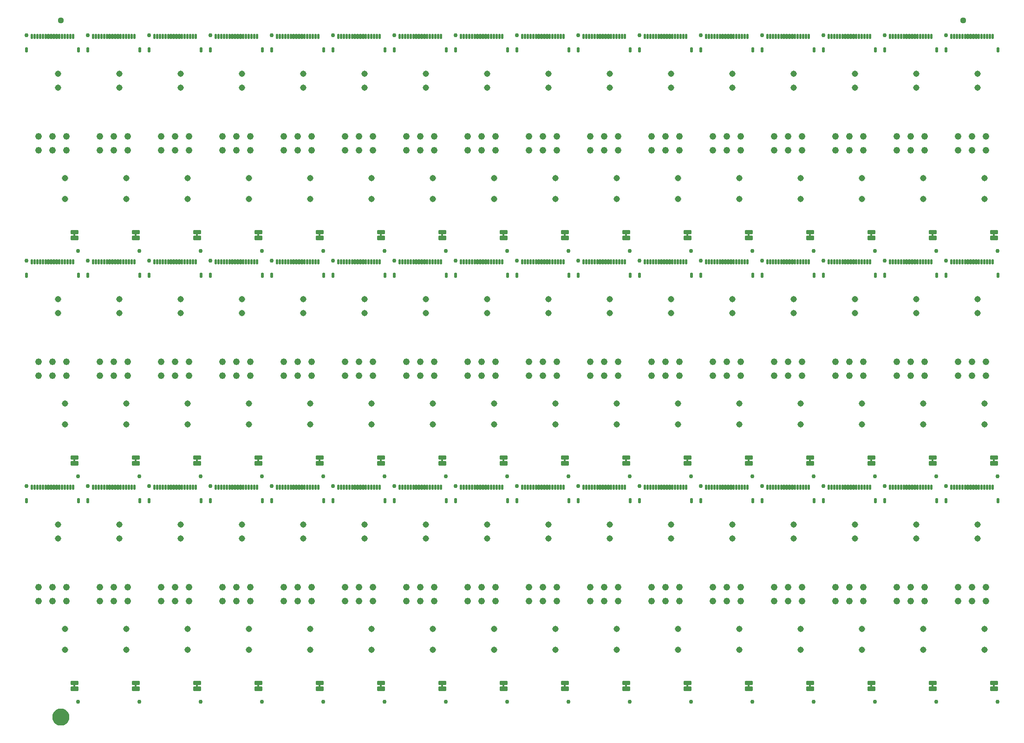
<source format=gbs>
G04 EAGLE Gerber RS-274X export*
G75*
%MOMM*%
%FSLAX34Y34*%
%LPD*%
%INSoldermask Bottom*%
%IPPOS*%
%AMOC8*
5,1,8,0,0,1.08239X$1,22.5*%
G01*
%ADD10C,0.762000*%
%ADD11C,0.230578*%
%ADD12C,0.226609*%
%ADD13C,0.228344*%
%ADD14C,1.143000*%
%ADD15C,1.221313*%
%ADD16C,1.127000*%
%ADD17C,1.270000*%
%ADD18C,1.627000*%

G36*
X653480Y856627D02*
X653480Y856627D01*
X653546Y856629D01*
X653589Y856647D01*
X653636Y856655D01*
X653693Y856689D01*
X653753Y856714D01*
X653788Y856745D01*
X653829Y856770D01*
X653871Y856821D01*
X653919Y856865D01*
X653941Y856907D01*
X653970Y856944D01*
X653991Y857006D01*
X654022Y857065D01*
X654030Y857119D01*
X654042Y857156D01*
X654041Y857196D01*
X654049Y857250D01*
X654049Y861060D01*
X654038Y861125D01*
X654036Y861191D01*
X654018Y861234D01*
X654010Y861281D01*
X653976Y861338D01*
X653951Y861398D01*
X653920Y861433D01*
X653895Y861474D01*
X653844Y861516D01*
X653800Y861564D01*
X653758Y861586D01*
X653721Y861615D01*
X653659Y861636D01*
X653600Y861667D01*
X653546Y861675D01*
X653509Y861687D01*
X653469Y861686D01*
X653415Y861694D01*
X650875Y861694D01*
X650810Y861683D01*
X650744Y861681D01*
X650701Y861663D01*
X650654Y861655D01*
X650597Y861621D01*
X650537Y861596D01*
X650502Y861565D01*
X650461Y861540D01*
X650420Y861489D01*
X650371Y861445D01*
X650349Y861403D01*
X650320Y861366D01*
X650299Y861304D01*
X650268Y861245D01*
X650260Y861191D01*
X650248Y861154D01*
X650248Y861150D01*
X650248Y861149D01*
X650249Y861114D01*
X650241Y861060D01*
X650241Y857250D01*
X650252Y857185D01*
X650254Y857119D01*
X650272Y857076D01*
X650280Y857029D01*
X650314Y856972D01*
X650339Y856912D01*
X650370Y856877D01*
X650395Y856836D01*
X650446Y856795D01*
X650490Y856746D01*
X650532Y856724D01*
X650569Y856695D01*
X650631Y856674D01*
X650690Y856643D01*
X650744Y856635D01*
X650781Y856623D01*
X650821Y856624D01*
X650875Y856616D01*
X653415Y856616D01*
X653480Y856627D01*
G37*
G36*
X429960Y856627D02*
X429960Y856627D01*
X430026Y856629D01*
X430069Y856647D01*
X430116Y856655D01*
X430173Y856689D01*
X430233Y856714D01*
X430268Y856745D01*
X430309Y856770D01*
X430351Y856821D01*
X430399Y856865D01*
X430421Y856907D01*
X430450Y856944D01*
X430471Y857006D01*
X430502Y857065D01*
X430510Y857119D01*
X430522Y857156D01*
X430521Y857196D01*
X430529Y857250D01*
X430529Y861060D01*
X430518Y861125D01*
X430516Y861191D01*
X430498Y861234D01*
X430490Y861281D01*
X430456Y861338D01*
X430431Y861398D01*
X430400Y861433D01*
X430375Y861474D01*
X430324Y861516D01*
X430280Y861564D01*
X430238Y861586D01*
X430201Y861615D01*
X430139Y861636D01*
X430080Y861667D01*
X430026Y861675D01*
X429989Y861687D01*
X429949Y861686D01*
X429895Y861694D01*
X427355Y861694D01*
X427290Y861683D01*
X427224Y861681D01*
X427181Y861663D01*
X427134Y861655D01*
X427077Y861621D01*
X427017Y861596D01*
X426982Y861565D01*
X426941Y861540D01*
X426900Y861489D01*
X426851Y861445D01*
X426829Y861403D01*
X426800Y861366D01*
X426779Y861304D01*
X426748Y861245D01*
X426740Y861191D01*
X426728Y861154D01*
X426728Y861150D01*
X426728Y861149D01*
X426729Y861114D01*
X426721Y861060D01*
X426721Y857250D01*
X426732Y857185D01*
X426734Y857119D01*
X426752Y857076D01*
X426760Y857029D01*
X426794Y856972D01*
X426819Y856912D01*
X426850Y856877D01*
X426875Y856836D01*
X426926Y856795D01*
X426970Y856746D01*
X427012Y856724D01*
X427049Y856695D01*
X427111Y856674D01*
X427170Y856643D01*
X427224Y856635D01*
X427261Y856623D01*
X427301Y856624D01*
X427355Y856616D01*
X429895Y856616D01*
X429960Y856627D01*
G37*
G36*
X206440Y856627D02*
X206440Y856627D01*
X206506Y856629D01*
X206549Y856647D01*
X206596Y856655D01*
X206653Y856689D01*
X206713Y856714D01*
X206748Y856745D01*
X206789Y856770D01*
X206831Y856821D01*
X206879Y856865D01*
X206901Y856907D01*
X206930Y856944D01*
X206951Y857006D01*
X206982Y857065D01*
X206990Y857119D01*
X207002Y857156D01*
X207001Y857196D01*
X207009Y857250D01*
X207009Y861060D01*
X206998Y861125D01*
X206996Y861191D01*
X206978Y861234D01*
X206970Y861281D01*
X206936Y861338D01*
X206911Y861398D01*
X206880Y861433D01*
X206855Y861474D01*
X206804Y861516D01*
X206760Y861564D01*
X206718Y861586D01*
X206681Y861615D01*
X206619Y861636D01*
X206560Y861667D01*
X206506Y861675D01*
X206469Y861687D01*
X206429Y861686D01*
X206375Y861694D01*
X203835Y861694D01*
X203770Y861683D01*
X203704Y861681D01*
X203661Y861663D01*
X203614Y861655D01*
X203557Y861621D01*
X203497Y861596D01*
X203462Y861565D01*
X203421Y861540D01*
X203380Y861489D01*
X203331Y861445D01*
X203309Y861403D01*
X203280Y861366D01*
X203259Y861304D01*
X203228Y861245D01*
X203220Y861191D01*
X203208Y861154D01*
X203208Y861150D01*
X203208Y861149D01*
X203209Y861114D01*
X203201Y861060D01*
X203201Y857250D01*
X203212Y857185D01*
X203214Y857119D01*
X203232Y857076D01*
X203240Y857029D01*
X203274Y856972D01*
X203299Y856912D01*
X203330Y856877D01*
X203355Y856836D01*
X203406Y856795D01*
X203450Y856746D01*
X203492Y856724D01*
X203529Y856695D01*
X203591Y856674D01*
X203650Y856643D01*
X203704Y856635D01*
X203741Y856623D01*
X203781Y856624D01*
X203835Y856616D01*
X206375Y856616D01*
X206440Y856627D01*
G37*
G36*
X94680Y856627D02*
X94680Y856627D01*
X94746Y856629D01*
X94789Y856647D01*
X94836Y856655D01*
X94893Y856689D01*
X94953Y856714D01*
X94988Y856745D01*
X95029Y856770D01*
X95071Y856821D01*
X95119Y856865D01*
X95141Y856907D01*
X95170Y856944D01*
X95191Y857006D01*
X95222Y857065D01*
X95230Y857119D01*
X95242Y857156D01*
X95241Y857196D01*
X95249Y857250D01*
X95249Y861060D01*
X95238Y861125D01*
X95236Y861191D01*
X95218Y861234D01*
X95210Y861281D01*
X95176Y861338D01*
X95151Y861398D01*
X95120Y861433D01*
X95095Y861474D01*
X95044Y861516D01*
X95000Y861564D01*
X94958Y861586D01*
X94921Y861615D01*
X94859Y861636D01*
X94800Y861667D01*
X94746Y861675D01*
X94709Y861687D01*
X94669Y861686D01*
X94615Y861694D01*
X92075Y861694D01*
X92010Y861683D01*
X91944Y861681D01*
X91901Y861663D01*
X91854Y861655D01*
X91797Y861621D01*
X91737Y861596D01*
X91702Y861565D01*
X91661Y861540D01*
X91620Y861489D01*
X91571Y861445D01*
X91549Y861403D01*
X91520Y861366D01*
X91499Y861304D01*
X91468Y861245D01*
X91460Y861191D01*
X91448Y861154D01*
X91448Y861150D01*
X91448Y861149D01*
X91449Y861114D01*
X91441Y861060D01*
X91441Y857250D01*
X91452Y857185D01*
X91454Y857119D01*
X91472Y857076D01*
X91480Y857029D01*
X91514Y856972D01*
X91539Y856912D01*
X91570Y856877D01*
X91595Y856836D01*
X91646Y856795D01*
X91690Y856746D01*
X91732Y856724D01*
X91769Y856695D01*
X91831Y856674D01*
X91890Y856643D01*
X91944Y856635D01*
X91981Y856623D01*
X92021Y856624D01*
X92075Y856616D01*
X94615Y856616D01*
X94680Y856627D01*
G37*
G36*
X1212280Y856627D02*
X1212280Y856627D01*
X1212346Y856629D01*
X1212389Y856647D01*
X1212436Y856655D01*
X1212493Y856689D01*
X1212553Y856714D01*
X1212588Y856745D01*
X1212629Y856770D01*
X1212671Y856821D01*
X1212719Y856865D01*
X1212741Y856907D01*
X1212770Y856944D01*
X1212791Y857006D01*
X1212822Y857065D01*
X1212830Y857119D01*
X1212842Y857156D01*
X1212841Y857196D01*
X1212849Y857250D01*
X1212849Y861060D01*
X1212838Y861125D01*
X1212836Y861191D01*
X1212818Y861234D01*
X1212810Y861281D01*
X1212776Y861338D01*
X1212751Y861398D01*
X1212720Y861433D01*
X1212695Y861474D01*
X1212644Y861516D01*
X1212600Y861564D01*
X1212558Y861586D01*
X1212521Y861615D01*
X1212459Y861636D01*
X1212400Y861667D01*
X1212346Y861675D01*
X1212309Y861687D01*
X1212269Y861686D01*
X1212215Y861694D01*
X1209675Y861694D01*
X1209610Y861683D01*
X1209544Y861681D01*
X1209501Y861663D01*
X1209454Y861655D01*
X1209397Y861621D01*
X1209337Y861596D01*
X1209302Y861565D01*
X1209261Y861540D01*
X1209220Y861489D01*
X1209171Y861445D01*
X1209149Y861403D01*
X1209120Y861366D01*
X1209099Y861304D01*
X1209068Y861245D01*
X1209060Y861191D01*
X1209048Y861154D01*
X1209048Y861150D01*
X1209048Y861149D01*
X1209049Y861114D01*
X1209041Y861060D01*
X1209041Y857250D01*
X1209052Y857185D01*
X1209054Y857119D01*
X1209072Y857076D01*
X1209080Y857029D01*
X1209114Y856972D01*
X1209139Y856912D01*
X1209170Y856877D01*
X1209195Y856836D01*
X1209246Y856795D01*
X1209290Y856746D01*
X1209332Y856724D01*
X1209369Y856695D01*
X1209431Y856674D01*
X1209490Y856643D01*
X1209544Y856635D01*
X1209581Y856623D01*
X1209621Y856624D01*
X1209675Y856616D01*
X1212215Y856616D01*
X1212280Y856627D01*
G37*
G36*
X1771080Y856627D02*
X1771080Y856627D01*
X1771146Y856629D01*
X1771189Y856647D01*
X1771236Y856655D01*
X1771293Y856689D01*
X1771353Y856714D01*
X1771388Y856745D01*
X1771429Y856770D01*
X1771471Y856821D01*
X1771519Y856865D01*
X1771541Y856907D01*
X1771570Y856944D01*
X1771591Y857006D01*
X1771622Y857065D01*
X1771630Y857119D01*
X1771642Y857156D01*
X1771641Y857196D01*
X1771649Y857250D01*
X1771649Y861060D01*
X1771638Y861125D01*
X1771636Y861191D01*
X1771618Y861234D01*
X1771610Y861281D01*
X1771576Y861338D01*
X1771551Y861398D01*
X1771520Y861433D01*
X1771495Y861474D01*
X1771444Y861516D01*
X1771400Y861564D01*
X1771358Y861586D01*
X1771321Y861615D01*
X1771259Y861636D01*
X1771200Y861667D01*
X1771146Y861675D01*
X1771109Y861687D01*
X1771069Y861686D01*
X1771015Y861694D01*
X1768475Y861694D01*
X1768410Y861683D01*
X1768344Y861681D01*
X1768301Y861663D01*
X1768254Y861655D01*
X1768197Y861621D01*
X1768137Y861596D01*
X1768102Y861565D01*
X1768061Y861540D01*
X1768020Y861489D01*
X1767971Y861445D01*
X1767949Y861403D01*
X1767920Y861366D01*
X1767899Y861304D01*
X1767868Y861245D01*
X1767860Y861191D01*
X1767848Y861154D01*
X1767848Y861150D01*
X1767848Y861149D01*
X1767849Y861114D01*
X1767841Y861060D01*
X1767841Y857250D01*
X1767852Y857185D01*
X1767854Y857119D01*
X1767872Y857076D01*
X1767880Y857029D01*
X1767914Y856972D01*
X1767939Y856912D01*
X1767970Y856877D01*
X1767995Y856836D01*
X1768046Y856795D01*
X1768090Y856746D01*
X1768132Y856724D01*
X1768169Y856695D01*
X1768231Y856674D01*
X1768290Y856643D01*
X1768344Y856635D01*
X1768381Y856623D01*
X1768421Y856624D01*
X1768475Y856616D01*
X1771015Y856616D01*
X1771080Y856627D01*
G37*
G36*
X1435800Y856627D02*
X1435800Y856627D01*
X1435866Y856629D01*
X1435909Y856647D01*
X1435956Y856655D01*
X1436013Y856689D01*
X1436073Y856714D01*
X1436108Y856745D01*
X1436149Y856770D01*
X1436191Y856821D01*
X1436239Y856865D01*
X1436261Y856907D01*
X1436290Y856944D01*
X1436311Y857006D01*
X1436342Y857065D01*
X1436350Y857119D01*
X1436362Y857156D01*
X1436361Y857196D01*
X1436369Y857250D01*
X1436369Y861060D01*
X1436358Y861125D01*
X1436356Y861191D01*
X1436338Y861234D01*
X1436330Y861281D01*
X1436296Y861338D01*
X1436271Y861398D01*
X1436240Y861433D01*
X1436215Y861474D01*
X1436164Y861516D01*
X1436120Y861564D01*
X1436078Y861586D01*
X1436041Y861615D01*
X1435979Y861636D01*
X1435920Y861667D01*
X1435866Y861675D01*
X1435829Y861687D01*
X1435789Y861686D01*
X1435735Y861694D01*
X1433195Y861694D01*
X1433130Y861683D01*
X1433064Y861681D01*
X1433021Y861663D01*
X1432974Y861655D01*
X1432917Y861621D01*
X1432857Y861596D01*
X1432822Y861565D01*
X1432781Y861540D01*
X1432740Y861489D01*
X1432691Y861445D01*
X1432669Y861403D01*
X1432640Y861366D01*
X1432619Y861304D01*
X1432588Y861245D01*
X1432580Y861191D01*
X1432568Y861154D01*
X1432568Y861150D01*
X1432568Y861149D01*
X1432569Y861114D01*
X1432561Y861060D01*
X1432561Y857250D01*
X1432572Y857185D01*
X1432574Y857119D01*
X1432592Y857076D01*
X1432600Y857029D01*
X1432634Y856972D01*
X1432659Y856912D01*
X1432690Y856877D01*
X1432715Y856836D01*
X1432766Y856795D01*
X1432810Y856746D01*
X1432852Y856724D01*
X1432889Y856695D01*
X1432951Y856674D01*
X1433010Y856643D01*
X1433064Y856635D01*
X1433101Y856623D01*
X1433141Y856624D01*
X1433195Y856616D01*
X1435735Y856616D01*
X1435800Y856627D01*
G37*
G36*
X1324040Y856627D02*
X1324040Y856627D01*
X1324106Y856629D01*
X1324149Y856647D01*
X1324196Y856655D01*
X1324253Y856689D01*
X1324313Y856714D01*
X1324348Y856745D01*
X1324389Y856770D01*
X1324431Y856821D01*
X1324479Y856865D01*
X1324501Y856907D01*
X1324530Y856944D01*
X1324551Y857006D01*
X1324582Y857065D01*
X1324590Y857119D01*
X1324602Y857156D01*
X1324601Y857196D01*
X1324609Y857250D01*
X1324609Y861060D01*
X1324598Y861125D01*
X1324596Y861191D01*
X1324578Y861234D01*
X1324570Y861281D01*
X1324536Y861338D01*
X1324511Y861398D01*
X1324480Y861433D01*
X1324455Y861474D01*
X1324404Y861516D01*
X1324360Y861564D01*
X1324318Y861586D01*
X1324281Y861615D01*
X1324219Y861636D01*
X1324160Y861667D01*
X1324106Y861675D01*
X1324069Y861687D01*
X1324029Y861686D01*
X1323975Y861694D01*
X1321435Y861694D01*
X1321370Y861683D01*
X1321304Y861681D01*
X1321261Y861663D01*
X1321214Y861655D01*
X1321157Y861621D01*
X1321097Y861596D01*
X1321062Y861565D01*
X1321021Y861540D01*
X1320980Y861489D01*
X1320931Y861445D01*
X1320909Y861403D01*
X1320880Y861366D01*
X1320859Y861304D01*
X1320828Y861245D01*
X1320820Y861191D01*
X1320808Y861154D01*
X1320808Y861150D01*
X1320808Y861149D01*
X1320809Y861114D01*
X1320801Y861060D01*
X1320801Y857250D01*
X1320812Y857185D01*
X1320814Y857119D01*
X1320832Y857076D01*
X1320840Y857029D01*
X1320874Y856972D01*
X1320899Y856912D01*
X1320930Y856877D01*
X1320955Y856836D01*
X1321006Y856795D01*
X1321050Y856746D01*
X1321092Y856724D01*
X1321129Y856695D01*
X1321191Y856674D01*
X1321250Y856643D01*
X1321304Y856635D01*
X1321341Y856623D01*
X1321381Y856624D01*
X1321435Y856616D01*
X1323975Y856616D01*
X1324040Y856627D01*
G37*
G36*
X1100520Y856627D02*
X1100520Y856627D01*
X1100586Y856629D01*
X1100629Y856647D01*
X1100676Y856655D01*
X1100733Y856689D01*
X1100793Y856714D01*
X1100828Y856745D01*
X1100869Y856770D01*
X1100911Y856821D01*
X1100959Y856865D01*
X1100981Y856907D01*
X1101010Y856944D01*
X1101031Y857006D01*
X1101062Y857065D01*
X1101070Y857119D01*
X1101082Y857156D01*
X1101081Y857196D01*
X1101089Y857250D01*
X1101089Y861060D01*
X1101078Y861125D01*
X1101076Y861191D01*
X1101058Y861234D01*
X1101050Y861281D01*
X1101016Y861338D01*
X1100991Y861398D01*
X1100960Y861433D01*
X1100935Y861474D01*
X1100884Y861516D01*
X1100840Y861564D01*
X1100798Y861586D01*
X1100761Y861615D01*
X1100699Y861636D01*
X1100640Y861667D01*
X1100586Y861675D01*
X1100549Y861687D01*
X1100509Y861686D01*
X1100455Y861694D01*
X1097915Y861694D01*
X1097850Y861683D01*
X1097784Y861681D01*
X1097741Y861663D01*
X1097694Y861655D01*
X1097637Y861621D01*
X1097577Y861596D01*
X1097542Y861565D01*
X1097501Y861540D01*
X1097460Y861489D01*
X1097411Y861445D01*
X1097389Y861403D01*
X1097360Y861366D01*
X1097339Y861304D01*
X1097308Y861245D01*
X1097300Y861191D01*
X1097288Y861154D01*
X1097288Y861150D01*
X1097288Y861149D01*
X1097289Y861114D01*
X1097281Y861060D01*
X1097281Y857250D01*
X1097292Y857185D01*
X1097294Y857119D01*
X1097312Y857076D01*
X1097320Y857029D01*
X1097354Y856972D01*
X1097379Y856912D01*
X1097410Y856877D01*
X1097435Y856836D01*
X1097486Y856795D01*
X1097530Y856746D01*
X1097572Y856724D01*
X1097609Y856695D01*
X1097671Y856674D01*
X1097730Y856643D01*
X1097784Y856635D01*
X1097821Y856623D01*
X1097861Y856624D01*
X1097915Y856616D01*
X1100455Y856616D01*
X1100520Y856627D01*
G37*
G36*
X541720Y856627D02*
X541720Y856627D01*
X541786Y856629D01*
X541829Y856647D01*
X541876Y856655D01*
X541933Y856689D01*
X541993Y856714D01*
X542028Y856745D01*
X542069Y856770D01*
X542111Y856821D01*
X542159Y856865D01*
X542181Y856907D01*
X542210Y856944D01*
X542231Y857006D01*
X542262Y857065D01*
X542270Y857119D01*
X542282Y857156D01*
X542281Y857196D01*
X542289Y857250D01*
X542289Y861060D01*
X542278Y861125D01*
X542276Y861191D01*
X542258Y861234D01*
X542250Y861281D01*
X542216Y861338D01*
X542191Y861398D01*
X542160Y861433D01*
X542135Y861474D01*
X542084Y861516D01*
X542040Y861564D01*
X541998Y861586D01*
X541961Y861615D01*
X541899Y861636D01*
X541840Y861667D01*
X541786Y861675D01*
X541749Y861687D01*
X541709Y861686D01*
X541655Y861694D01*
X539115Y861694D01*
X539050Y861683D01*
X538984Y861681D01*
X538941Y861663D01*
X538894Y861655D01*
X538837Y861621D01*
X538777Y861596D01*
X538742Y861565D01*
X538701Y861540D01*
X538660Y861489D01*
X538611Y861445D01*
X538589Y861403D01*
X538560Y861366D01*
X538539Y861304D01*
X538508Y861245D01*
X538500Y861191D01*
X538488Y861154D01*
X538488Y861150D01*
X538488Y861149D01*
X538489Y861114D01*
X538481Y861060D01*
X538481Y857250D01*
X538492Y857185D01*
X538494Y857119D01*
X538512Y857076D01*
X538520Y857029D01*
X538554Y856972D01*
X538579Y856912D01*
X538610Y856877D01*
X538635Y856836D01*
X538686Y856795D01*
X538730Y856746D01*
X538772Y856724D01*
X538809Y856695D01*
X538871Y856674D01*
X538930Y856643D01*
X538984Y856635D01*
X539021Y856623D01*
X539061Y856624D01*
X539115Y856616D01*
X541655Y856616D01*
X541720Y856627D01*
G37*
G36*
X877000Y856627D02*
X877000Y856627D01*
X877066Y856629D01*
X877109Y856647D01*
X877156Y856655D01*
X877213Y856689D01*
X877273Y856714D01*
X877308Y856745D01*
X877349Y856770D01*
X877391Y856821D01*
X877439Y856865D01*
X877461Y856907D01*
X877490Y856944D01*
X877511Y857006D01*
X877542Y857065D01*
X877550Y857119D01*
X877562Y857156D01*
X877561Y857196D01*
X877569Y857250D01*
X877569Y861060D01*
X877558Y861125D01*
X877556Y861191D01*
X877538Y861234D01*
X877530Y861281D01*
X877496Y861338D01*
X877471Y861398D01*
X877440Y861433D01*
X877415Y861474D01*
X877364Y861516D01*
X877320Y861564D01*
X877278Y861586D01*
X877241Y861615D01*
X877179Y861636D01*
X877120Y861667D01*
X877066Y861675D01*
X877029Y861687D01*
X876989Y861686D01*
X876935Y861694D01*
X874395Y861694D01*
X874330Y861683D01*
X874264Y861681D01*
X874221Y861663D01*
X874174Y861655D01*
X874117Y861621D01*
X874057Y861596D01*
X874022Y861565D01*
X873981Y861540D01*
X873940Y861489D01*
X873891Y861445D01*
X873869Y861403D01*
X873840Y861366D01*
X873819Y861304D01*
X873788Y861245D01*
X873780Y861191D01*
X873768Y861154D01*
X873768Y861150D01*
X873768Y861149D01*
X873769Y861114D01*
X873761Y861060D01*
X873761Y857250D01*
X873772Y857185D01*
X873774Y857119D01*
X873792Y857076D01*
X873800Y857029D01*
X873834Y856972D01*
X873859Y856912D01*
X873890Y856877D01*
X873915Y856836D01*
X873966Y856795D01*
X874010Y856746D01*
X874052Y856724D01*
X874089Y856695D01*
X874151Y856674D01*
X874210Y856643D01*
X874264Y856635D01*
X874301Y856623D01*
X874341Y856624D01*
X874395Y856616D01*
X876935Y856616D01*
X877000Y856627D01*
G37*
G36*
X765240Y856627D02*
X765240Y856627D01*
X765306Y856629D01*
X765349Y856647D01*
X765396Y856655D01*
X765453Y856689D01*
X765513Y856714D01*
X765548Y856745D01*
X765589Y856770D01*
X765631Y856821D01*
X765679Y856865D01*
X765701Y856907D01*
X765730Y856944D01*
X765751Y857006D01*
X765782Y857065D01*
X765790Y857119D01*
X765802Y857156D01*
X765801Y857196D01*
X765809Y857250D01*
X765809Y861060D01*
X765798Y861125D01*
X765796Y861191D01*
X765778Y861234D01*
X765770Y861281D01*
X765736Y861338D01*
X765711Y861398D01*
X765680Y861433D01*
X765655Y861474D01*
X765604Y861516D01*
X765560Y861564D01*
X765518Y861586D01*
X765481Y861615D01*
X765419Y861636D01*
X765360Y861667D01*
X765306Y861675D01*
X765269Y861687D01*
X765229Y861686D01*
X765175Y861694D01*
X762635Y861694D01*
X762570Y861683D01*
X762504Y861681D01*
X762461Y861663D01*
X762414Y861655D01*
X762357Y861621D01*
X762297Y861596D01*
X762262Y861565D01*
X762221Y861540D01*
X762180Y861489D01*
X762131Y861445D01*
X762109Y861403D01*
X762080Y861366D01*
X762059Y861304D01*
X762028Y861245D01*
X762020Y861191D01*
X762008Y861154D01*
X762008Y861150D01*
X762008Y861149D01*
X762009Y861114D01*
X762001Y861060D01*
X762001Y857250D01*
X762012Y857185D01*
X762014Y857119D01*
X762032Y857076D01*
X762040Y857029D01*
X762074Y856972D01*
X762099Y856912D01*
X762130Y856877D01*
X762155Y856836D01*
X762206Y856795D01*
X762250Y856746D01*
X762292Y856724D01*
X762329Y856695D01*
X762391Y856674D01*
X762450Y856643D01*
X762504Y856635D01*
X762541Y856623D01*
X762581Y856624D01*
X762635Y856616D01*
X765175Y856616D01*
X765240Y856627D01*
G37*
G36*
X1547560Y856627D02*
X1547560Y856627D01*
X1547626Y856629D01*
X1547669Y856647D01*
X1547716Y856655D01*
X1547773Y856689D01*
X1547833Y856714D01*
X1547868Y856745D01*
X1547909Y856770D01*
X1547951Y856821D01*
X1547999Y856865D01*
X1548021Y856907D01*
X1548050Y856944D01*
X1548071Y857006D01*
X1548102Y857065D01*
X1548110Y857119D01*
X1548122Y857156D01*
X1548121Y857196D01*
X1548129Y857250D01*
X1548129Y861060D01*
X1548118Y861125D01*
X1548116Y861191D01*
X1548098Y861234D01*
X1548090Y861281D01*
X1548056Y861338D01*
X1548031Y861398D01*
X1548000Y861433D01*
X1547975Y861474D01*
X1547924Y861516D01*
X1547880Y861564D01*
X1547838Y861586D01*
X1547801Y861615D01*
X1547739Y861636D01*
X1547680Y861667D01*
X1547626Y861675D01*
X1547589Y861687D01*
X1547549Y861686D01*
X1547495Y861694D01*
X1544955Y861694D01*
X1544890Y861683D01*
X1544824Y861681D01*
X1544781Y861663D01*
X1544734Y861655D01*
X1544677Y861621D01*
X1544617Y861596D01*
X1544582Y861565D01*
X1544541Y861540D01*
X1544500Y861489D01*
X1544451Y861445D01*
X1544429Y861403D01*
X1544400Y861366D01*
X1544379Y861304D01*
X1544348Y861245D01*
X1544340Y861191D01*
X1544328Y861154D01*
X1544328Y861150D01*
X1544328Y861149D01*
X1544329Y861114D01*
X1544321Y861060D01*
X1544321Y857250D01*
X1544332Y857185D01*
X1544334Y857119D01*
X1544352Y857076D01*
X1544360Y857029D01*
X1544394Y856972D01*
X1544419Y856912D01*
X1544450Y856877D01*
X1544475Y856836D01*
X1544526Y856795D01*
X1544570Y856746D01*
X1544612Y856724D01*
X1544649Y856695D01*
X1544711Y856674D01*
X1544770Y856643D01*
X1544824Y856635D01*
X1544861Y856623D01*
X1544901Y856624D01*
X1544955Y856616D01*
X1547495Y856616D01*
X1547560Y856627D01*
G37*
G36*
X988760Y856627D02*
X988760Y856627D01*
X988826Y856629D01*
X988869Y856647D01*
X988916Y856655D01*
X988973Y856689D01*
X989033Y856714D01*
X989068Y856745D01*
X989109Y856770D01*
X989151Y856821D01*
X989199Y856865D01*
X989221Y856907D01*
X989250Y856944D01*
X989271Y857006D01*
X989302Y857065D01*
X989310Y857119D01*
X989322Y857156D01*
X989321Y857196D01*
X989329Y857250D01*
X989329Y861060D01*
X989318Y861125D01*
X989316Y861191D01*
X989298Y861234D01*
X989290Y861281D01*
X989256Y861338D01*
X989231Y861398D01*
X989200Y861433D01*
X989175Y861474D01*
X989124Y861516D01*
X989080Y861564D01*
X989038Y861586D01*
X989001Y861615D01*
X988939Y861636D01*
X988880Y861667D01*
X988826Y861675D01*
X988789Y861687D01*
X988749Y861686D01*
X988695Y861694D01*
X986155Y861694D01*
X986090Y861683D01*
X986024Y861681D01*
X985981Y861663D01*
X985934Y861655D01*
X985877Y861621D01*
X985817Y861596D01*
X985782Y861565D01*
X985741Y861540D01*
X985700Y861489D01*
X985651Y861445D01*
X985629Y861403D01*
X985600Y861366D01*
X985579Y861304D01*
X985548Y861245D01*
X985540Y861191D01*
X985528Y861154D01*
X985528Y861150D01*
X985528Y861149D01*
X985529Y861114D01*
X985521Y861060D01*
X985521Y857250D01*
X985532Y857185D01*
X985534Y857119D01*
X985552Y857076D01*
X985560Y857029D01*
X985594Y856972D01*
X985619Y856912D01*
X985650Y856877D01*
X985675Y856836D01*
X985726Y856795D01*
X985770Y856746D01*
X985812Y856724D01*
X985849Y856695D01*
X985911Y856674D01*
X985970Y856643D01*
X986024Y856635D01*
X986061Y856623D01*
X986101Y856624D01*
X986155Y856616D01*
X988695Y856616D01*
X988760Y856627D01*
G37*
G36*
X1659320Y856627D02*
X1659320Y856627D01*
X1659386Y856629D01*
X1659429Y856647D01*
X1659476Y856655D01*
X1659533Y856689D01*
X1659593Y856714D01*
X1659628Y856745D01*
X1659669Y856770D01*
X1659711Y856821D01*
X1659759Y856865D01*
X1659781Y856907D01*
X1659810Y856944D01*
X1659831Y857006D01*
X1659862Y857065D01*
X1659870Y857119D01*
X1659882Y857156D01*
X1659881Y857196D01*
X1659889Y857250D01*
X1659889Y861060D01*
X1659878Y861125D01*
X1659876Y861191D01*
X1659858Y861234D01*
X1659850Y861281D01*
X1659816Y861338D01*
X1659791Y861398D01*
X1659760Y861433D01*
X1659735Y861474D01*
X1659684Y861516D01*
X1659640Y861564D01*
X1659598Y861586D01*
X1659561Y861615D01*
X1659499Y861636D01*
X1659440Y861667D01*
X1659386Y861675D01*
X1659349Y861687D01*
X1659309Y861686D01*
X1659255Y861694D01*
X1656715Y861694D01*
X1656650Y861683D01*
X1656584Y861681D01*
X1656541Y861663D01*
X1656494Y861655D01*
X1656437Y861621D01*
X1656377Y861596D01*
X1656342Y861565D01*
X1656301Y861540D01*
X1656260Y861489D01*
X1656211Y861445D01*
X1656189Y861403D01*
X1656160Y861366D01*
X1656139Y861304D01*
X1656108Y861245D01*
X1656100Y861191D01*
X1656088Y861154D01*
X1656088Y861150D01*
X1656088Y861149D01*
X1656089Y861114D01*
X1656081Y861060D01*
X1656081Y857250D01*
X1656092Y857185D01*
X1656094Y857119D01*
X1656112Y857076D01*
X1656120Y857029D01*
X1656154Y856972D01*
X1656179Y856912D01*
X1656210Y856877D01*
X1656235Y856836D01*
X1656286Y856795D01*
X1656330Y856746D01*
X1656372Y856724D01*
X1656409Y856695D01*
X1656471Y856674D01*
X1656530Y856643D01*
X1656584Y856635D01*
X1656621Y856623D01*
X1656661Y856624D01*
X1656715Y856616D01*
X1659255Y856616D01*
X1659320Y856627D01*
G37*
G36*
X318200Y856627D02*
X318200Y856627D01*
X318266Y856629D01*
X318309Y856647D01*
X318356Y856655D01*
X318413Y856689D01*
X318473Y856714D01*
X318508Y856745D01*
X318549Y856770D01*
X318591Y856821D01*
X318639Y856865D01*
X318661Y856907D01*
X318690Y856944D01*
X318711Y857006D01*
X318742Y857065D01*
X318750Y857119D01*
X318762Y857156D01*
X318761Y857196D01*
X318769Y857250D01*
X318769Y861060D01*
X318758Y861125D01*
X318756Y861191D01*
X318738Y861234D01*
X318730Y861281D01*
X318696Y861338D01*
X318671Y861398D01*
X318640Y861433D01*
X318615Y861474D01*
X318564Y861516D01*
X318520Y861564D01*
X318478Y861586D01*
X318441Y861615D01*
X318379Y861636D01*
X318320Y861667D01*
X318266Y861675D01*
X318229Y861687D01*
X318189Y861686D01*
X318135Y861694D01*
X315595Y861694D01*
X315530Y861683D01*
X315464Y861681D01*
X315421Y861663D01*
X315374Y861655D01*
X315317Y861621D01*
X315257Y861596D01*
X315222Y861565D01*
X315181Y861540D01*
X315140Y861489D01*
X315091Y861445D01*
X315069Y861403D01*
X315040Y861366D01*
X315019Y861304D01*
X314988Y861245D01*
X314980Y861191D01*
X314968Y861154D01*
X314968Y861150D01*
X314968Y861149D01*
X314969Y861114D01*
X314961Y861060D01*
X314961Y857250D01*
X314972Y857185D01*
X314974Y857119D01*
X314992Y857076D01*
X315000Y857029D01*
X315034Y856972D01*
X315059Y856912D01*
X315090Y856877D01*
X315115Y856836D01*
X315166Y856795D01*
X315210Y856746D01*
X315252Y856724D01*
X315289Y856695D01*
X315351Y856674D01*
X315410Y856643D01*
X315464Y856635D01*
X315501Y856623D01*
X315541Y856624D01*
X315595Y856616D01*
X318135Y856616D01*
X318200Y856627D01*
G37*
G36*
X1212280Y445147D02*
X1212280Y445147D01*
X1212346Y445149D01*
X1212389Y445167D01*
X1212436Y445175D01*
X1212493Y445209D01*
X1212553Y445234D01*
X1212588Y445265D01*
X1212629Y445290D01*
X1212671Y445341D01*
X1212719Y445385D01*
X1212741Y445427D01*
X1212770Y445464D01*
X1212791Y445526D01*
X1212822Y445585D01*
X1212830Y445639D01*
X1212842Y445676D01*
X1212841Y445716D01*
X1212849Y445770D01*
X1212849Y449580D01*
X1212838Y449645D01*
X1212836Y449711D01*
X1212818Y449754D01*
X1212810Y449801D01*
X1212776Y449858D01*
X1212751Y449918D01*
X1212720Y449953D01*
X1212695Y449994D01*
X1212644Y450036D01*
X1212600Y450084D01*
X1212558Y450106D01*
X1212521Y450135D01*
X1212459Y450156D01*
X1212400Y450187D01*
X1212346Y450195D01*
X1212309Y450207D01*
X1212269Y450206D01*
X1212215Y450214D01*
X1209675Y450214D01*
X1209610Y450203D01*
X1209544Y450201D01*
X1209501Y450183D01*
X1209454Y450175D01*
X1209397Y450141D01*
X1209337Y450116D01*
X1209302Y450085D01*
X1209261Y450060D01*
X1209220Y450009D01*
X1209171Y449965D01*
X1209149Y449923D01*
X1209120Y449886D01*
X1209099Y449824D01*
X1209068Y449765D01*
X1209060Y449711D01*
X1209048Y449674D01*
X1209048Y449670D01*
X1209048Y449669D01*
X1209049Y449634D01*
X1209041Y449580D01*
X1209041Y445770D01*
X1209052Y445705D01*
X1209054Y445639D01*
X1209072Y445596D01*
X1209080Y445549D01*
X1209114Y445492D01*
X1209139Y445432D01*
X1209170Y445397D01*
X1209195Y445356D01*
X1209246Y445315D01*
X1209290Y445266D01*
X1209332Y445244D01*
X1209369Y445215D01*
X1209431Y445194D01*
X1209490Y445163D01*
X1209544Y445155D01*
X1209581Y445143D01*
X1209621Y445144D01*
X1209675Y445136D01*
X1212215Y445136D01*
X1212280Y445147D01*
G37*
G36*
X1547560Y445147D02*
X1547560Y445147D01*
X1547626Y445149D01*
X1547669Y445167D01*
X1547716Y445175D01*
X1547773Y445209D01*
X1547833Y445234D01*
X1547868Y445265D01*
X1547909Y445290D01*
X1547951Y445341D01*
X1547999Y445385D01*
X1548021Y445427D01*
X1548050Y445464D01*
X1548071Y445526D01*
X1548102Y445585D01*
X1548110Y445639D01*
X1548122Y445676D01*
X1548121Y445716D01*
X1548129Y445770D01*
X1548129Y449580D01*
X1548118Y449645D01*
X1548116Y449711D01*
X1548098Y449754D01*
X1548090Y449801D01*
X1548056Y449858D01*
X1548031Y449918D01*
X1548000Y449953D01*
X1547975Y449994D01*
X1547924Y450036D01*
X1547880Y450084D01*
X1547838Y450106D01*
X1547801Y450135D01*
X1547739Y450156D01*
X1547680Y450187D01*
X1547626Y450195D01*
X1547589Y450207D01*
X1547549Y450206D01*
X1547495Y450214D01*
X1544955Y450214D01*
X1544890Y450203D01*
X1544824Y450201D01*
X1544781Y450183D01*
X1544734Y450175D01*
X1544677Y450141D01*
X1544617Y450116D01*
X1544582Y450085D01*
X1544541Y450060D01*
X1544500Y450009D01*
X1544451Y449965D01*
X1544429Y449923D01*
X1544400Y449886D01*
X1544379Y449824D01*
X1544348Y449765D01*
X1544340Y449711D01*
X1544328Y449674D01*
X1544328Y449670D01*
X1544328Y449669D01*
X1544329Y449634D01*
X1544321Y449580D01*
X1544321Y445770D01*
X1544332Y445705D01*
X1544334Y445639D01*
X1544352Y445596D01*
X1544360Y445549D01*
X1544394Y445492D01*
X1544419Y445432D01*
X1544450Y445397D01*
X1544475Y445356D01*
X1544526Y445315D01*
X1544570Y445266D01*
X1544612Y445244D01*
X1544649Y445215D01*
X1544711Y445194D01*
X1544770Y445163D01*
X1544824Y445155D01*
X1544861Y445143D01*
X1544901Y445144D01*
X1544955Y445136D01*
X1547495Y445136D01*
X1547560Y445147D01*
G37*
G36*
X318200Y445147D02*
X318200Y445147D01*
X318266Y445149D01*
X318309Y445167D01*
X318356Y445175D01*
X318413Y445209D01*
X318473Y445234D01*
X318508Y445265D01*
X318549Y445290D01*
X318591Y445341D01*
X318639Y445385D01*
X318661Y445427D01*
X318690Y445464D01*
X318711Y445526D01*
X318742Y445585D01*
X318750Y445639D01*
X318762Y445676D01*
X318761Y445716D01*
X318769Y445770D01*
X318769Y449580D01*
X318758Y449645D01*
X318756Y449711D01*
X318738Y449754D01*
X318730Y449801D01*
X318696Y449858D01*
X318671Y449918D01*
X318640Y449953D01*
X318615Y449994D01*
X318564Y450036D01*
X318520Y450084D01*
X318478Y450106D01*
X318441Y450135D01*
X318379Y450156D01*
X318320Y450187D01*
X318266Y450195D01*
X318229Y450207D01*
X318189Y450206D01*
X318135Y450214D01*
X315595Y450214D01*
X315530Y450203D01*
X315464Y450201D01*
X315421Y450183D01*
X315374Y450175D01*
X315317Y450141D01*
X315257Y450116D01*
X315222Y450085D01*
X315181Y450060D01*
X315140Y450009D01*
X315091Y449965D01*
X315069Y449923D01*
X315040Y449886D01*
X315019Y449824D01*
X314988Y449765D01*
X314980Y449711D01*
X314968Y449674D01*
X314968Y449670D01*
X314968Y449669D01*
X314969Y449634D01*
X314961Y449580D01*
X314961Y445770D01*
X314972Y445705D01*
X314974Y445639D01*
X314992Y445596D01*
X315000Y445549D01*
X315034Y445492D01*
X315059Y445432D01*
X315090Y445397D01*
X315115Y445356D01*
X315166Y445315D01*
X315210Y445266D01*
X315252Y445244D01*
X315289Y445215D01*
X315351Y445194D01*
X315410Y445163D01*
X315464Y445155D01*
X315501Y445143D01*
X315541Y445144D01*
X315595Y445136D01*
X318135Y445136D01*
X318200Y445147D01*
G37*
G36*
X988760Y445147D02*
X988760Y445147D01*
X988826Y445149D01*
X988869Y445167D01*
X988916Y445175D01*
X988973Y445209D01*
X989033Y445234D01*
X989068Y445265D01*
X989109Y445290D01*
X989151Y445341D01*
X989199Y445385D01*
X989221Y445427D01*
X989250Y445464D01*
X989271Y445526D01*
X989302Y445585D01*
X989310Y445639D01*
X989322Y445676D01*
X989321Y445716D01*
X989329Y445770D01*
X989329Y449580D01*
X989318Y449645D01*
X989316Y449711D01*
X989298Y449754D01*
X989290Y449801D01*
X989256Y449858D01*
X989231Y449918D01*
X989200Y449953D01*
X989175Y449994D01*
X989124Y450036D01*
X989080Y450084D01*
X989038Y450106D01*
X989001Y450135D01*
X988939Y450156D01*
X988880Y450187D01*
X988826Y450195D01*
X988789Y450207D01*
X988749Y450206D01*
X988695Y450214D01*
X986155Y450214D01*
X986090Y450203D01*
X986024Y450201D01*
X985981Y450183D01*
X985934Y450175D01*
X985877Y450141D01*
X985817Y450116D01*
X985782Y450085D01*
X985741Y450060D01*
X985700Y450009D01*
X985651Y449965D01*
X985629Y449923D01*
X985600Y449886D01*
X985579Y449824D01*
X985548Y449765D01*
X985540Y449711D01*
X985528Y449674D01*
X985528Y449670D01*
X985528Y449669D01*
X985529Y449634D01*
X985521Y449580D01*
X985521Y445770D01*
X985532Y445705D01*
X985534Y445639D01*
X985552Y445596D01*
X985560Y445549D01*
X985594Y445492D01*
X985619Y445432D01*
X985650Y445397D01*
X985675Y445356D01*
X985726Y445315D01*
X985770Y445266D01*
X985812Y445244D01*
X985849Y445215D01*
X985911Y445194D01*
X985970Y445163D01*
X986024Y445155D01*
X986061Y445143D01*
X986101Y445144D01*
X986155Y445136D01*
X988695Y445136D01*
X988760Y445147D01*
G37*
G36*
X765240Y445147D02*
X765240Y445147D01*
X765306Y445149D01*
X765349Y445167D01*
X765396Y445175D01*
X765453Y445209D01*
X765513Y445234D01*
X765548Y445265D01*
X765589Y445290D01*
X765631Y445341D01*
X765679Y445385D01*
X765701Y445427D01*
X765730Y445464D01*
X765751Y445526D01*
X765782Y445585D01*
X765790Y445639D01*
X765802Y445676D01*
X765801Y445716D01*
X765809Y445770D01*
X765809Y449580D01*
X765798Y449645D01*
X765796Y449711D01*
X765778Y449754D01*
X765770Y449801D01*
X765736Y449858D01*
X765711Y449918D01*
X765680Y449953D01*
X765655Y449994D01*
X765604Y450036D01*
X765560Y450084D01*
X765518Y450106D01*
X765481Y450135D01*
X765419Y450156D01*
X765360Y450187D01*
X765306Y450195D01*
X765269Y450207D01*
X765229Y450206D01*
X765175Y450214D01*
X762635Y450214D01*
X762570Y450203D01*
X762504Y450201D01*
X762461Y450183D01*
X762414Y450175D01*
X762357Y450141D01*
X762297Y450116D01*
X762262Y450085D01*
X762221Y450060D01*
X762180Y450009D01*
X762131Y449965D01*
X762109Y449923D01*
X762080Y449886D01*
X762059Y449824D01*
X762028Y449765D01*
X762020Y449711D01*
X762008Y449674D01*
X762008Y449670D01*
X762008Y449669D01*
X762009Y449634D01*
X762001Y449580D01*
X762001Y445770D01*
X762012Y445705D01*
X762014Y445639D01*
X762032Y445596D01*
X762040Y445549D01*
X762074Y445492D01*
X762099Y445432D01*
X762130Y445397D01*
X762155Y445356D01*
X762206Y445315D01*
X762250Y445266D01*
X762292Y445244D01*
X762329Y445215D01*
X762391Y445194D01*
X762450Y445163D01*
X762504Y445155D01*
X762541Y445143D01*
X762581Y445144D01*
X762635Y445136D01*
X765175Y445136D01*
X765240Y445147D01*
G37*
G36*
X206440Y445147D02*
X206440Y445147D01*
X206506Y445149D01*
X206549Y445167D01*
X206596Y445175D01*
X206653Y445209D01*
X206713Y445234D01*
X206748Y445265D01*
X206789Y445290D01*
X206831Y445341D01*
X206879Y445385D01*
X206901Y445427D01*
X206930Y445464D01*
X206951Y445526D01*
X206982Y445585D01*
X206990Y445639D01*
X207002Y445676D01*
X207001Y445716D01*
X207009Y445770D01*
X207009Y449580D01*
X206998Y449645D01*
X206996Y449711D01*
X206978Y449754D01*
X206970Y449801D01*
X206936Y449858D01*
X206911Y449918D01*
X206880Y449953D01*
X206855Y449994D01*
X206804Y450036D01*
X206760Y450084D01*
X206718Y450106D01*
X206681Y450135D01*
X206619Y450156D01*
X206560Y450187D01*
X206506Y450195D01*
X206469Y450207D01*
X206429Y450206D01*
X206375Y450214D01*
X203835Y450214D01*
X203770Y450203D01*
X203704Y450201D01*
X203661Y450183D01*
X203614Y450175D01*
X203557Y450141D01*
X203497Y450116D01*
X203462Y450085D01*
X203421Y450060D01*
X203380Y450009D01*
X203331Y449965D01*
X203309Y449923D01*
X203280Y449886D01*
X203259Y449824D01*
X203228Y449765D01*
X203220Y449711D01*
X203208Y449674D01*
X203208Y449670D01*
X203208Y449669D01*
X203209Y449634D01*
X203201Y449580D01*
X203201Y445770D01*
X203212Y445705D01*
X203214Y445639D01*
X203232Y445596D01*
X203240Y445549D01*
X203274Y445492D01*
X203299Y445432D01*
X203330Y445397D01*
X203355Y445356D01*
X203406Y445315D01*
X203450Y445266D01*
X203492Y445244D01*
X203529Y445215D01*
X203591Y445194D01*
X203650Y445163D01*
X203704Y445155D01*
X203741Y445143D01*
X203781Y445144D01*
X203835Y445136D01*
X206375Y445136D01*
X206440Y445147D01*
G37*
G36*
X877000Y445147D02*
X877000Y445147D01*
X877066Y445149D01*
X877109Y445167D01*
X877156Y445175D01*
X877213Y445209D01*
X877273Y445234D01*
X877308Y445265D01*
X877349Y445290D01*
X877391Y445341D01*
X877439Y445385D01*
X877461Y445427D01*
X877490Y445464D01*
X877511Y445526D01*
X877542Y445585D01*
X877550Y445639D01*
X877562Y445676D01*
X877561Y445716D01*
X877569Y445770D01*
X877569Y449580D01*
X877558Y449645D01*
X877556Y449711D01*
X877538Y449754D01*
X877530Y449801D01*
X877496Y449858D01*
X877471Y449918D01*
X877440Y449953D01*
X877415Y449994D01*
X877364Y450036D01*
X877320Y450084D01*
X877278Y450106D01*
X877241Y450135D01*
X877179Y450156D01*
X877120Y450187D01*
X877066Y450195D01*
X877029Y450207D01*
X876989Y450206D01*
X876935Y450214D01*
X874395Y450214D01*
X874330Y450203D01*
X874264Y450201D01*
X874221Y450183D01*
X874174Y450175D01*
X874117Y450141D01*
X874057Y450116D01*
X874022Y450085D01*
X873981Y450060D01*
X873940Y450009D01*
X873891Y449965D01*
X873869Y449923D01*
X873840Y449886D01*
X873819Y449824D01*
X873788Y449765D01*
X873780Y449711D01*
X873768Y449674D01*
X873768Y449670D01*
X873768Y449669D01*
X873769Y449634D01*
X873761Y449580D01*
X873761Y445770D01*
X873772Y445705D01*
X873774Y445639D01*
X873792Y445596D01*
X873800Y445549D01*
X873834Y445492D01*
X873859Y445432D01*
X873890Y445397D01*
X873915Y445356D01*
X873966Y445315D01*
X874010Y445266D01*
X874052Y445244D01*
X874089Y445215D01*
X874151Y445194D01*
X874210Y445163D01*
X874264Y445155D01*
X874301Y445143D01*
X874341Y445144D01*
X874395Y445136D01*
X876935Y445136D01*
X877000Y445147D01*
G37*
G36*
X1100520Y445147D02*
X1100520Y445147D01*
X1100586Y445149D01*
X1100629Y445167D01*
X1100676Y445175D01*
X1100733Y445209D01*
X1100793Y445234D01*
X1100828Y445265D01*
X1100869Y445290D01*
X1100911Y445341D01*
X1100959Y445385D01*
X1100981Y445427D01*
X1101010Y445464D01*
X1101031Y445526D01*
X1101062Y445585D01*
X1101070Y445639D01*
X1101082Y445676D01*
X1101081Y445716D01*
X1101089Y445770D01*
X1101089Y449580D01*
X1101078Y449645D01*
X1101076Y449711D01*
X1101058Y449754D01*
X1101050Y449801D01*
X1101016Y449858D01*
X1100991Y449918D01*
X1100960Y449953D01*
X1100935Y449994D01*
X1100884Y450036D01*
X1100840Y450084D01*
X1100798Y450106D01*
X1100761Y450135D01*
X1100699Y450156D01*
X1100640Y450187D01*
X1100586Y450195D01*
X1100549Y450207D01*
X1100509Y450206D01*
X1100455Y450214D01*
X1097915Y450214D01*
X1097850Y450203D01*
X1097784Y450201D01*
X1097741Y450183D01*
X1097694Y450175D01*
X1097637Y450141D01*
X1097577Y450116D01*
X1097542Y450085D01*
X1097501Y450060D01*
X1097460Y450009D01*
X1097411Y449965D01*
X1097389Y449923D01*
X1097360Y449886D01*
X1097339Y449824D01*
X1097308Y449765D01*
X1097300Y449711D01*
X1097288Y449674D01*
X1097288Y449670D01*
X1097288Y449669D01*
X1097289Y449634D01*
X1097281Y449580D01*
X1097281Y445770D01*
X1097292Y445705D01*
X1097294Y445639D01*
X1097312Y445596D01*
X1097320Y445549D01*
X1097354Y445492D01*
X1097379Y445432D01*
X1097410Y445397D01*
X1097435Y445356D01*
X1097486Y445315D01*
X1097530Y445266D01*
X1097572Y445244D01*
X1097609Y445215D01*
X1097671Y445194D01*
X1097730Y445163D01*
X1097784Y445155D01*
X1097821Y445143D01*
X1097861Y445144D01*
X1097915Y445136D01*
X1100455Y445136D01*
X1100520Y445147D01*
G37*
G36*
X1771080Y445147D02*
X1771080Y445147D01*
X1771146Y445149D01*
X1771189Y445167D01*
X1771236Y445175D01*
X1771293Y445209D01*
X1771353Y445234D01*
X1771388Y445265D01*
X1771429Y445290D01*
X1771471Y445341D01*
X1771519Y445385D01*
X1771541Y445427D01*
X1771570Y445464D01*
X1771591Y445526D01*
X1771622Y445585D01*
X1771630Y445639D01*
X1771642Y445676D01*
X1771641Y445716D01*
X1771649Y445770D01*
X1771649Y449580D01*
X1771638Y449645D01*
X1771636Y449711D01*
X1771618Y449754D01*
X1771610Y449801D01*
X1771576Y449858D01*
X1771551Y449918D01*
X1771520Y449953D01*
X1771495Y449994D01*
X1771444Y450036D01*
X1771400Y450084D01*
X1771358Y450106D01*
X1771321Y450135D01*
X1771259Y450156D01*
X1771200Y450187D01*
X1771146Y450195D01*
X1771109Y450207D01*
X1771069Y450206D01*
X1771015Y450214D01*
X1768475Y450214D01*
X1768410Y450203D01*
X1768344Y450201D01*
X1768301Y450183D01*
X1768254Y450175D01*
X1768197Y450141D01*
X1768137Y450116D01*
X1768102Y450085D01*
X1768061Y450060D01*
X1768020Y450009D01*
X1767971Y449965D01*
X1767949Y449923D01*
X1767920Y449886D01*
X1767899Y449824D01*
X1767868Y449765D01*
X1767860Y449711D01*
X1767848Y449674D01*
X1767848Y449670D01*
X1767848Y449669D01*
X1767849Y449634D01*
X1767841Y449580D01*
X1767841Y445770D01*
X1767852Y445705D01*
X1767854Y445639D01*
X1767872Y445596D01*
X1767880Y445549D01*
X1767914Y445492D01*
X1767939Y445432D01*
X1767970Y445397D01*
X1767995Y445356D01*
X1768046Y445315D01*
X1768090Y445266D01*
X1768132Y445244D01*
X1768169Y445215D01*
X1768231Y445194D01*
X1768290Y445163D01*
X1768344Y445155D01*
X1768381Y445143D01*
X1768421Y445144D01*
X1768475Y445136D01*
X1771015Y445136D01*
X1771080Y445147D01*
G37*
G36*
X541720Y445147D02*
X541720Y445147D01*
X541786Y445149D01*
X541829Y445167D01*
X541876Y445175D01*
X541933Y445209D01*
X541993Y445234D01*
X542028Y445265D01*
X542069Y445290D01*
X542111Y445341D01*
X542159Y445385D01*
X542181Y445427D01*
X542210Y445464D01*
X542231Y445526D01*
X542262Y445585D01*
X542270Y445639D01*
X542282Y445676D01*
X542281Y445716D01*
X542289Y445770D01*
X542289Y449580D01*
X542278Y449645D01*
X542276Y449711D01*
X542258Y449754D01*
X542250Y449801D01*
X542216Y449858D01*
X542191Y449918D01*
X542160Y449953D01*
X542135Y449994D01*
X542084Y450036D01*
X542040Y450084D01*
X541998Y450106D01*
X541961Y450135D01*
X541899Y450156D01*
X541840Y450187D01*
X541786Y450195D01*
X541749Y450207D01*
X541709Y450206D01*
X541655Y450214D01*
X539115Y450214D01*
X539050Y450203D01*
X538984Y450201D01*
X538941Y450183D01*
X538894Y450175D01*
X538837Y450141D01*
X538777Y450116D01*
X538742Y450085D01*
X538701Y450060D01*
X538660Y450009D01*
X538611Y449965D01*
X538589Y449923D01*
X538560Y449886D01*
X538539Y449824D01*
X538508Y449765D01*
X538500Y449711D01*
X538488Y449674D01*
X538488Y449670D01*
X538488Y449669D01*
X538489Y449634D01*
X538481Y449580D01*
X538481Y445770D01*
X538492Y445705D01*
X538494Y445639D01*
X538512Y445596D01*
X538520Y445549D01*
X538554Y445492D01*
X538579Y445432D01*
X538610Y445397D01*
X538635Y445356D01*
X538686Y445315D01*
X538730Y445266D01*
X538772Y445244D01*
X538809Y445215D01*
X538871Y445194D01*
X538930Y445163D01*
X538984Y445155D01*
X539021Y445143D01*
X539061Y445144D01*
X539115Y445136D01*
X541655Y445136D01*
X541720Y445147D01*
G37*
G36*
X1324040Y445147D02*
X1324040Y445147D01*
X1324106Y445149D01*
X1324149Y445167D01*
X1324196Y445175D01*
X1324253Y445209D01*
X1324313Y445234D01*
X1324348Y445265D01*
X1324389Y445290D01*
X1324431Y445341D01*
X1324479Y445385D01*
X1324501Y445427D01*
X1324530Y445464D01*
X1324551Y445526D01*
X1324582Y445585D01*
X1324590Y445639D01*
X1324602Y445676D01*
X1324601Y445716D01*
X1324609Y445770D01*
X1324609Y449580D01*
X1324598Y449645D01*
X1324596Y449711D01*
X1324578Y449754D01*
X1324570Y449801D01*
X1324536Y449858D01*
X1324511Y449918D01*
X1324480Y449953D01*
X1324455Y449994D01*
X1324404Y450036D01*
X1324360Y450084D01*
X1324318Y450106D01*
X1324281Y450135D01*
X1324219Y450156D01*
X1324160Y450187D01*
X1324106Y450195D01*
X1324069Y450207D01*
X1324029Y450206D01*
X1323975Y450214D01*
X1321435Y450214D01*
X1321370Y450203D01*
X1321304Y450201D01*
X1321261Y450183D01*
X1321214Y450175D01*
X1321157Y450141D01*
X1321097Y450116D01*
X1321062Y450085D01*
X1321021Y450060D01*
X1320980Y450009D01*
X1320931Y449965D01*
X1320909Y449923D01*
X1320880Y449886D01*
X1320859Y449824D01*
X1320828Y449765D01*
X1320820Y449711D01*
X1320808Y449674D01*
X1320808Y449670D01*
X1320808Y449669D01*
X1320809Y449634D01*
X1320801Y449580D01*
X1320801Y445770D01*
X1320812Y445705D01*
X1320814Y445639D01*
X1320832Y445596D01*
X1320840Y445549D01*
X1320874Y445492D01*
X1320899Y445432D01*
X1320930Y445397D01*
X1320955Y445356D01*
X1321006Y445315D01*
X1321050Y445266D01*
X1321092Y445244D01*
X1321129Y445215D01*
X1321191Y445194D01*
X1321250Y445163D01*
X1321304Y445155D01*
X1321341Y445143D01*
X1321381Y445144D01*
X1321435Y445136D01*
X1323975Y445136D01*
X1324040Y445147D01*
G37*
G36*
X653480Y445147D02*
X653480Y445147D01*
X653546Y445149D01*
X653589Y445167D01*
X653636Y445175D01*
X653693Y445209D01*
X653753Y445234D01*
X653788Y445265D01*
X653829Y445290D01*
X653871Y445341D01*
X653919Y445385D01*
X653941Y445427D01*
X653970Y445464D01*
X653991Y445526D01*
X654022Y445585D01*
X654030Y445639D01*
X654042Y445676D01*
X654041Y445716D01*
X654049Y445770D01*
X654049Y449580D01*
X654038Y449645D01*
X654036Y449711D01*
X654018Y449754D01*
X654010Y449801D01*
X653976Y449858D01*
X653951Y449918D01*
X653920Y449953D01*
X653895Y449994D01*
X653844Y450036D01*
X653800Y450084D01*
X653758Y450106D01*
X653721Y450135D01*
X653659Y450156D01*
X653600Y450187D01*
X653546Y450195D01*
X653509Y450207D01*
X653469Y450206D01*
X653415Y450214D01*
X650875Y450214D01*
X650810Y450203D01*
X650744Y450201D01*
X650701Y450183D01*
X650654Y450175D01*
X650597Y450141D01*
X650537Y450116D01*
X650502Y450085D01*
X650461Y450060D01*
X650420Y450009D01*
X650371Y449965D01*
X650349Y449923D01*
X650320Y449886D01*
X650299Y449824D01*
X650268Y449765D01*
X650260Y449711D01*
X650248Y449674D01*
X650248Y449670D01*
X650248Y449669D01*
X650249Y449634D01*
X650241Y449580D01*
X650241Y445770D01*
X650252Y445705D01*
X650254Y445639D01*
X650272Y445596D01*
X650280Y445549D01*
X650314Y445492D01*
X650339Y445432D01*
X650370Y445397D01*
X650395Y445356D01*
X650446Y445315D01*
X650490Y445266D01*
X650532Y445244D01*
X650569Y445215D01*
X650631Y445194D01*
X650690Y445163D01*
X650744Y445155D01*
X650781Y445143D01*
X650821Y445144D01*
X650875Y445136D01*
X653415Y445136D01*
X653480Y445147D01*
G37*
G36*
X94680Y445147D02*
X94680Y445147D01*
X94746Y445149D01*
X94789Y445167D01*
X94836Y445175D01*
X94893Y445209D01*
X94953Y445234D01*
X94988Y445265D01*
X95029Y445290D01*
X95071Y445341D01*
X95119Y445385D01*
X95141Y445427D01*
X95170Y445464D01*
X95191Y445526D01*
X95222Y445585D01*
X95230Y445639D01*
X95242Y445676D01*
X95241Y445716D01*
X95249Y445770D01*
X95249Y449580D01*
X95238Y449645D01*
X95236Y449711D01*
X95218Y449754D01*
X95210Y449801D01*
X95176Y449858D01*
X95151Y449918D01*
X95120Y449953D01*
X95095Y449994D01*
X95044Y450036D01*
X95000Y450084D01*
X94958Y450106D01*
X94921Y450135D01*
X94859Y450156D01*
X94800Y450187D01*
X94746Y450195D01*
X94709Y450207D01*
X94669Y450206D01*
X94615Y450214D01*
X92075Y450214D01*
X92010Y450203D01*
X91944Y450201D01*
X91901Y450183D01*
X91854Y450175D01*
X91797Y450141D01*
X91737Y450116D01*
X91702Y450085D01*
X91661Y450060D01*
X91620Y450009D01*
X91571Y449965D01*
X91549Y449923D01*
X91520Y449886D01*
X91499Y449824D01*
X91468Y449765D01*
X91460Y449711D01*
X91448Y449674D01*
X91448Y449670D01*
X91448Y449669D01*
X91449Y449634D01*
X91441Y449580D01*
X91441Y445770D01*
X91452Y445705D01*
X91454Y445639D01*
X91472Y445596D01*
X91480Y445549D01*
X91514Y445492D01*
X91539Y445432D01*
X91570Y445397D01*
X91595Y445356D01*
X91646Y445315D01*
X91690Y445266D01*
X91732Y445244D01*
X91769Y445215D01*
X91831Y445194D01*
X91890Y445163D01*
X91944Y445155D01*
X91981Y445143D01*
X92021Y445144D01*
X92075Y445136D01*
X94615Y445136D01*
X94680Y445147D01*
G37*
G36*
X429960Y445147D02*
X429960Y445147D01*
X430026Y445149D01*
X430069Y445167D01*
X430116Y445175D01*
X430173Y445209D01*
X430233Y445234D01*
X430268Y445265D01*
X430309Y445290D01*
X430351Y445341D01*
X430399Y445385D01*
X430421Y445427D01*
X430450Y445464D01*
X430471Y445526D01*
X430502Y445585D01*
X430510Y445639D01*
X430522Y445676D01*
X430521Y445716D01*
X430529Y445770D01*
X430529Y449580D01*
X430518Y449645D01*
X430516Y449711D01*
X430498Y449754D01*
X430490Y449801D01*
X430456Y449858D01*
X430431Y449918D01*
X430400Y449953D01*
X430375Y449994D01*
X430324Y450036D01*
X430280Y450084D01*
X430238Y450106D01*
X430201Y450135D01*
X430139Y450156D01*
X430080Y450187D01*
X430026Y450195D01*
X429989Y450207D01*
X429949Y450206D01*
X429895Y450214D01*
X427355Y450214D01*
X427290Y450203D01*
X427224Y450201D01*
X427181Y450183D01*
X427134Y450175D01*
X427077Y450141D01*
X427017Y450116D01*
X426982Y450085D01*
X426941Y450060D01*
X426900Y450009D01*
X426851Y449965D01*
X426829Y449923D01*
X426800Y449886D01*
X426779Y449824D01*
X426748Y449765D01*
X426740Y449711D01*
X426728Y449674D01*
X426728Y449670D01*
X426728Y449669D01*
X426729Y449634D01*
X426721Y449580D01*
X426721Y445770D01*
X426732Y445705D01*
X426734Y445639D01*
X426752Y445596D01*
X426760Y445549D01*
X426794Y445492D01*
X426819Y445432D01*
X426850Y445397D01*
X426875Y445356D01*
X426926Y445315D01*
X426970Y445266D01*
X427012Y445244D01*
X427049Y445215D01*
X427111Y445194D01*
X427170Y445163D01*
X427224Y445155D01*
X427261Y445143D01*
X427301Y445144D01*
X427355Y445136D01*
X429895Y445136D01*
X429960Y445147D01*
G37*
G36*
X1435800Y445147D02*
X1435800Y445147D01*
X1435866Y445149D01*
X1435909Y445167D01*
X1435956Y445175D01*
X1436013Y445209D01*
X1436073Y445234D01*
X1436108Y445265D01*
X1436149Y445290D01*
X1436191Y445341D01*
X1436239Y445385D01*
X1436261Y445427D01*
X1436290Y445464D01*
X1436311Y445526D01*
X1436342Y445585D01*
X1436350Y445639D01*
X1436362Y445676D01*
X1436361Y445716D01*
X1436369Y445770D01*
X1436369Y449580D01*
X1436358Y449645D01*
X1436356Y449711D01*
X1436338Y449754D01*
X1436330Y449801D01*
X1436296Y449858D01*
X1436271Y449918D01*
X1436240Y449953D01*
X1436215Y449994D01*
X1436164Y450036D01*
X1436120Y450084D01*
X1436078Y450106D01*
X1436041Y450135D01*
X1435979Y450156D01*
X1435920Y450187D01*
X1435866Y450195D01*
X1435829Y450207D01*
X1435789Y450206D01*
X1435735Y450214D01*
X1433195Y450214D01*
X1433130Y450203D01*
X1433064Y450201D01*
X1433021Y450183D01*
X1432974Y450175D01*
X1432917Y450141D01*
X1432857Y450116D01*
X1432822Y450085D01*
X1432781Y450060D01*
X1432740Y450009D01*
X1432691Y449965D01*
X1432669Y449923D01*
X1432640Y449886D01*
X1432619Y449824D01*
X1432588Y449765D01*
X1432580Y449711D01*
X1432568Y449674D01*
X1432568Y449670D01*
X1432568Y449669D01*
X1432569Y449634D01*
X1432561Y449580D01*
X1432561Y445770D01*
X1432572Y445705D01*
X1432574Y445639D01*
X1432592Y445596D01*
X1432600Y445549D01*
X1432634Y445492D01*
X1432659Y445432D01*
X1432690Y445397D01*
X1432715Y445356D01*
X1432766Y445315D01*
X1432810Y445266D01*
X1432852Y445244D01*
X1432889Y445215D01*
X1432951Y445194D01*
X1433010Y445163D01*
X1433064Y445155D01*
X1433101Y445143D01*
X1433141Y445144D01*
X1433195Y445136D01*
X1435735Y445136D01*
X1435800Y445147D01*
G37*
G36*
X1659320Y445147D02*
X1659320Y445147D01*
X1659386Y445149D01*
X1659429Y445167D01*
X1659476Y445175D01*
X1659533Y445209D01*
X1659593Y445234D01*
X1659628Y445265D01*
X1659669Y445290D01*
X1659711Y445341D01*
X1659759Y445385D01*
X1659781Y445427D01*
X1659810Y445464D01*
X1659831Y445526D01*
X1659862Y445585D01*
X1659870Y445639D01*
X1659882Y445676D01*
X1659881Y445716D01*
X1659889Y445770D01*
X1659889Y449580D01*
X1659878Y449645D01*
X1659876Y449711D01*
X1659858Y449754D01*
X1659850Y449801D01*
X1659816Y449858D01*
X1659791Y449918D01*
X1659760Y449953D01*
X1659735Y449994D01*
X1659684Y450036D01*
X1659640Y450084D01*
X1659598Y450106D01*
X1659561Y450135D01*
X1659499Y450156D01*
X1659440Y450187D01*
X1659386Y450195D01*
X1659349Y450207D01*
X1659309Y450206D01*
X1659255Y450214D01*
X1656715Y450214D01*
X1656650Y450203D01*
X1656584Y450201D01*
X1656541Y450183D01*
X1656494Y450175D01*
X1656437Y450141D01*
X1656377Y450116D01*
X1656342Y450085D01*
X1656301Y450060D01*
X1656260Y450009D01*
X1656211Y449965D01*
X1656189Y449923D01*
X1656160Y449886D01*
X1656139Y449824D01*
X1656108Y449765D01*
X1656100Y449711D01*
X1656088Y449674D01*
X1656088Y449670D01*
X1656088Y449669D01*
X1656089Y449634D01*
X1656081Y449580D01*
X1656081Y445770D01*
X1656092Y445705D01*
X1656094Y445639D01*
X1656112Y445596D01*
X1656120Y445549D01*
X1656154Y445492D01*
X1656179Y445432D01*
X1656210Y445397D01*
X1656235Y445356D01*
X1656286Y445315D01*
X1656330Y445266D01*
X1656372Y445244D01*
X1656409Y445215D01*
X1656471Y445194D01*
X1656530Y445163D01*
X1656584Y445155D01*
X1656621Y445143D01*
X1656661Y445144D01*
X1656715Y445136D01*
X1659255Y445136D01*
X1659320Y445147D01*
G37*
G36*
X765240Y33667D02*
X765240Y33667D01*
X765306Y33669D01*
X765349Y33687D01*
X765396Y33695D01*
X765453Y33729D01*
X765513Y33754D01*
X765548Y33785D01*
X765589Y33810D01*
X765631Y33861D01*
X765679Y33905D01*
X765701Y33947D01*
X765730Y33984D01*
X765751Y34046D01*
X765782Y34105D01*
X765790Y34159D01*
X765802Y34196D01*
X765801Y34236D01*
X765809Y34290D01*
X765809Y38100D01*
X765798Y38165D01*
X765796Y38231D01*
X765778Y38274D01*
X765770Y38321D01*
X765736Y38378D01*
X765711Y38438D01*
X765680Y38473D01*
X765655Y38514D01*
X765604Y38556D01*
X765560Y38604D01*
X765518Y38626D01*
X765481Y38655D01*
X765419Y38676D01*
X765360Y38707D01*
X765306Y38715D01*
X765269Y38727D01*
X765229Y38726D01*
X765175Y38734D01*
X762635Y38734D01*
X762570Y38723D01*
X762504Y38721D01*
X762461Y38703D01*
X762414Y38695D01*
X762357Y38661D01*
X762297Y38636D01*
X762262Y38605D01*
X762221Y38580D01*
X762180Y38529D01*
X762131Y38485D01*
X762109Y38443D01*
X762080Y38406D01*
X762059Y38344D01*
X762028Y38285D01*
X762020Y38231D01*
X762008Y38194D01*
X762008Y38190D01*
X762008Y38189D01*
X762009Y38154D01*
X762001Y38100D01*
X762001Y34290D01*
X762012Y34225D01*
X762014Y34159D01*
X762032Y34116D01*
X762040Y34069D01*
X762074Y34012D01*
X762099Y33952D01*
X762130Y33917D01*
X762155Y33876D01*
X762206Y33835D01*
X762250Y33786D01*
X762292Y33764D01*
X762329Y33735D01*
X762391Y33714D01*
X762450Y33683D01*
X762504Y33675D01*
X762541Y33663D01*
X762581Y33664D01*
X762635Y33656D01*
X765175Y33656D01*
X765240Y33667D01*
G37*
G36*
X1100520Y33667D02*
X1100520Y33667D01*
X1100586Y33669D01*
X1100629Y33687D01*
X1100676Y33695D01*
X1100733Y33729D01*
X1100793Y33754D01*
X1100828Y33785D01*
X1100869Y33810D01*
X1100911Y33861D01*
X1100959Y33905D01*
X1100981Y33947D01*
X1101010Y33984D01*
X1101031Y34046D01*
X1101062Y34105D01*
X1101070Y34159D01*
X1101082Y34196D01*
X1101081Y34236D01*
X1101089Y34290D01*
X1101089Y38100D01*
X1101078Y38165D01*
X1101076Y38231D01*
X1101058Y38274D01*
X1101050Y38321D01*
X1101016Y38378D01*
X1100991Y38438D01*
X1100960Y38473D01*
X1100935Y38514D01*
X1100884Y38556D01*
X1100840Y38604D01*
X1100798Y38626D01*
X1100761Y38655D01*
X1100699Y38676D01*
X1100640Y38707D01*
X1100586Y38715D01*
X1100549Y38727D01*
X1100509Y38726D01*
X1100455Y38734D01*
X1097915Y38734D01*
X1097850Y38723D01*
X1097784Y38721D01*
X1097741Y38703D01*
X1097694Y38695D01*
X1097637Y38661D01*
X1097577Y38636D01*
X1097542Y38605D01*
X1097501Y38580D01*
X1097460Y38529D01*
X1097411Y38485D01*
X1097389Y38443D01*
X1097360Y38406D01*
X1097339Y38344D01*
X1097308Y38285D01*
X1097300Y38231D01*
X1097288Y38194D01*
X1097288Y38190D01*
X1097288Y38189D01*
X1097289Y38154D01*
X1097281Y38100D01*
X1097281Y34290D01*
X1097292Y34225D01*
X1097294Y34159D01*
X1097312Y34116D01*
X1097320Y34069D01*
X1097354Y34012D01*
X1097379Y33952D01*
X1097410Y33917D01*
X1097435Y33876D01*
X1097486Y33835D01*
X1097530Y33786D01*
X1097572Y33764D01*
X1097609Y33735D01*
X1097671Y33714D01*
X1097730Y33683D01*
X1097784Y33675D01*
X1097821Y33663D01*
X1097861Y33664D01*
X1097915Y33656D01*
X1100455Y33656D01*
X1100520Y33667D01*
G37*
G36*
X653480Y33667D02*
X653480Y33667D01*
X653546Y33669D01*
X653589Y33687D01*
X653636Y33695D01*
X653693Y33729D01*
X653753Y33754D01*
X653788Y33785D01*
X653829Y33810D01*
X653871Y33861D01*
X653919Y33905D01*
X653941Y33947D01*
X653970Y33984D01*
X653991Y34046D01*
X654022Y34105D01*
X654030Y34159D01*
X654042Y34196D01*
X654041Y34236D01*
X654049Y34290D01*
X654049Y38100D01*
X654038Y38165D01*
X654036Y38231D01*
X654018Y38274D01*
X654010Y38321D01*
X653976Y38378D01*
X653951Y38438D01*
X653920Y38473D01*
X653895Y38514D01*
X653844Y38556D01*
X653800Y38604D01*
X653758Y38626D01*
X653721Y38655D01*
X653659Y38676D01*
X653600Y38707D01*
X653546Y38715D01*
X653509Y38727D01*
X653469Y38726D01*
X653415Y38734D01*
X650875Y38734D01*
X650810Y38723D01*
X650744Y38721D01*
X650701Y38703D01*
X650654Y38695D01*
X650597Y38661D01*
X650537Y38636D01*
X650502Y38605D01*
X650461Y38580D01*
X650420Y38529D01*
X650371Y38485D01*
X650349Y38443D01*
X650320Y38406D01*
X650299Y38344D01*
X650268Y38285D01*
X650260Y38231D01*
X650248Y38194D01*
X650248Y38190D01*
X650248Y38189D01*
X650249Y38154D01*
X650241Y38100D01*
X650241Y34290D01*
X650252Y34225D01*
X650254Y34159D01*
X650272Y34116D01*
X650280Y34069D01*
X650314Y34012D01*
X650339Y33952D01*
X650370Y33917D01*
X650395Y33876D01*
X650446Y33835D01*
X650490Y33786D01*
X650532Y33764D01*
X650569Y33735D01*
X650631Y33714D01*
X650690Y33683D01*
X650744Y33675D01*
X650781Y33663D01*
X650821Y33664D01*
X650875Y33656D01*
X653415Y33656D01*
X653480Y33667D01*
G37*
G36*
X429960Y33667D02*
X429960Y33667D01*
X430026Y33669D01*
X430069Y33687D01*
X430116Y33695D01*
X430173Y33729D01*
X430233Y33754D01*
X430268Y33785D01*
X430309Y33810D01*
X430351Y33861D01*
X430399Y33905D01*
X430421Y33947D01*
X430450Y33984D01*
X430471Y34046D01*
X430502Y34105D01*
X430510Y34159D01*
X430522Y34196D01*
X430521Y34236D01*
X430529Y34290D01*
X430529Y38100D01*
X430518Y38165D01*
X430516Y38231D01*
X430498Y38274D01*
X430490Y38321D01*
X430456Y38378D01*
X430431Y38438D01*
X430400Y38473D01*
X430375Y38514D01*
X430324Y38556D01*
X430280Y38604D01*
X430238Y38626D01*
X430201Y38655D01*
X430139Y38676D01*
X430080Y38707D01*
X430026Y38715D01*
X429989Y38727D01*
X429949Y38726D01*
X429895Y38734D01*
X427355Y38734D01*
X427290Y38723D01*
X427224Y38721D01*
X427181Y38703D01*
X427134Y38695D01*
X427077Y38661D01*
X427017Y38636D01*
X426982Y38605D01*
X426941Y38580D01*
X426900Y38529D01*
X426851Y38485D01*
X426829Y38443D01*
X426800Y38406D01*
X426779Y38344D01*
X426748Y38285D01*
X426740Y38231D01*
X426728Y38194D01*
X426728Y38190D01*
X426728Y38189D01*
X426729Y38154D01*
X426721Y38100D01*
X426721Y34290D01*
X426732Y34225D01*
X426734Y34159D01*
X426752Y34116D01*
X426760Y34069D01*
X426794Y34012D01*
X426819Y33952D01*
X426850Y33917D01*
X426875Y33876D01*
X426926Y33835D01*
X426970Y33786D01*
X427012Y33764D01*
X427049Y33735D01*
X427111Y33714D01*
X427170Y33683D01*
X427224Y33675D01*
X427261Y33663D01*
X427301Y33664D01*
X427355Y33656D01*
X429895Y33656D01*
X429960Y33667D01*
G37*
G36*
X1212280Y33667D02*
X1212280Y33667D01*
X1212346Y33669D01*
X1212389Y33687D01*
X1212436Y33695D01*
X1212493Y33729D01*
X1212553Y33754D01*
X1212588Y33785D01*
X1212629Y33810D01*
X1212671Y33861D01*
X1212719Y33905D01*
X1212741Y33947D01*
X1212770Y33984D01*
X1212791Y34046D01*
X1212822Y34105D01*
X1212830Y34159D01*
X1212842Y34196D01*
X1212841Y34236D01*
X1212849Y34290D01*
X1212849Y38100D01*
X1212838Y38165D01*
X1212836Y38231D01*
X1212818Y38274D01*
X1212810Y38321D01*
X1212776Y38378D01*
X1212751Y38438D01*
X1212720Y38473D01*
X1212695Y38514D01*
X1212644Y38556D01*
X1212600Y38604D01*
X1212558Y38626D01*
X1212521Y38655D01*
X1212459Y38676D01*
X1212400Y38707D01*
X1212346Y38715D01*
X1212309Y38727D01*
X1212269Y38726D01*
X1212215Y38734D01*
X1209675Y38734D01*
X1209610Y38723D01*
X1209544Y38721D01*
X1209501Y38703D01*
X1209454Y38695D01*
X1209397Y38661D01*
X1209337Y38636D01*
X1209302Y38605D01*
X1209261Y38580D01*
X1209220Y38529D01*
X1209171Y38485D01*
X1209149Y38443D01*
X1209120Y38406D01*
X1209099Y38344D01*
X1209068Y38285D01*
X1209060Y38231D01*
X1209048Y38194D01*
X1209048Y38190D01*
X1209048Y38189D01*
X1209049Y38154D01*
X1209041Y38100D01*
X1209041Y34290D01*
X1209052Y34225D01*
X1209054Y34159D01*
X1209072Y34116D01*
X1209080Y34069D01*
X1209114Y34012D01*
X1209139Y33952D01*
X1209170Y33917D01*
X1209195Y33876D01*
X1209246Y33835D01*
X1209290Y33786D01*
X1209332Y33764D01*
X1209369Y33735D01*
X1209431Y33714D01*
X1209490Y33683D01*
X1209544Y33675D01*
X1209581Y33663D01*
X1209621Y33664D01*
X1209675Y33656D01*
X1212215Y33656D01*
X1212280Y33667D01*
G37*
G36*
X1547560Y33667D02*
X1547560Y33667D01*
X1547626Y33669D01*
X1547669Y33687D01*
X1547716Y33695D01*
X1547773Y33729D01*
X1547833Y33754D01*
X1547868Y33785D01*
X1547909Y33810D01*
X1547951Y33861D01*
X1547999Y33905D01*
X1548021Y33947D01*
X1548050Y33984D01*
X1548071Y34046D01*
X1548102Y34105D01*
X1548110Y34159D01*
X1548122Y34196D01*
X1548121Y34236D01*
X1548129Y34290D01*
X1548129Y38100D01*
X1548118Y38165D01*
X1548116Y38231D01*
X1548098Y38274D01*
X1548090Y38321D01*
X1548056Y38378D01*
X1548031Y38438D01*
X1548000Y38473D01*
X1547975Y38514D01*
X1547924Y38556D01*
X1547880Y38604D01*
X1547838Y38626D01*
X1547801Y38655D01*
X1547739Y38676D01*
X1547680Y38707D01*
X1547626Y38715D01*
X1547589Y38727D01*
X1547549Y38726D01*
X1547495Y38734D01*
X1544955Y38734D01*
X1544890Y38723D01*
X1544824Y38721D01*
X1544781Y38703D01*
X1544734Y38695D01*
X1544677Y38661D01*
X1544617Y38636D01*
X1544582Y38605D01*
X1544541Y38580D01*
X1544500Y38529D01*
X1544451Y38485D01*
X1544429Y38443D01*
X1544400Y38406D01*
X1544379Y38344D01*
X1544348Y38285D01*
X1544340Y38231D01*
X1544328Y38194D01*
X1544328Y38190D01*
X1544328Y38189D01*
X1544329Y38154D01*
X1544321Y38100D01*
X1544321Y34290D01*
X1544332Y34225D01*
X1544334Y34159D01*
X1544352Y34116D01*
X1544360Y34069D01*
X1544394Y34012D01*
X1544419Y33952D01*
X1544450Y33917D01*
X1544475Y33876D01*
X1544526Y33835D01*
X1544570Y33786D01*
X1544612Y33764D01*
X1544649Y33735D01*
X1544711Y33714D01*
X1544770Y33683D01*
X1544824Y33675D01*
X1544861Y33663D01*
X1544901Y33664D01*
X1544955Y33656D01*
X1547495Y33656D01*
X1547560Y33667D01*
G37*
G36*
X1435800Y33667D02*
X1435800Y33667D01*
X1435866Y33669D01*
X1435909Y33687D01*
X1435956Y33695D01*
X1436013Y33729D01*
X1436073Y33754D01*
X1436108Y33785D01*
X1436149Y33810D01*
X1436191Y33861D01*
X1436239Y33905D01*
X1436261Y33947D01*
X1436290Y33984D01*
X1436311Y34046D01*
X1436342Y34105D01*
X1436350Y34159D01*
X1436362Y34196D01*
X1436361Y34236D01*
X1436369Y34290D01*
X1436369Y38100D01*
X1436358Y38165D01*
X1436356Y38231D01*
X1436338Y38274D01*
X1436330Y38321D01*
X1436296Y38378D01*
X1436271Y38438D01*
X1436240Y38473D01*
X1436215Y38514D01*
X1436164Y38556D01*
X1436120Y38604D01*
X1436078Y38626D01*
X1436041Y38655D01*
X1435979Y38676D01*
X1435920Y38707D01*
X1435866Y38715D01*
X1435829Y38727D01*
X1435789Y38726D01*
X1435735Y38734D01*
X1433195Y38734D01*
X1433130Y38723D01*
X1433064Y38721D01*
X1433021Y38703D01*
X1432974Y38695D01*
X1432917Y38661D01*
X1432857Y38636D01*
X1432822Y38605D01*
X1432781Y38580D01*
X1432740Y38529D01*
X1432691Y38485D01*
X1432669Y38443D01*
X1432640Y38406D01*
X1432619Y38344D01*
X1432588Y38285D01*
X1432580Y38231D01*
X1432568Y38194D01*
X1432568Y38190D01*
X1432568Y38189D01*
X1432569Y38154D01*
X1432561Y38100D01*
X1432561Y34290D01*
X1432572Y34225D01*
X1432574Y34159D01*
X1432592Y34116D01*
X1432600Y34069D01*
X1432634Y34012D01*
X1432659Y33952D01*
X1432690Y33917D01*
X1432715Y33876D01*
X1432766Y33835D01*
X1432810Y33786D01*
X1432852Y33764D01*
X1432889Y33735D01*
X1432951Y33714D01*
X1433010Y33683D01*
X1433064Y33675D01*
X1433101Y33663D01*
X1433141Y33664D01*
X1433195Y33656D01*
X1435735Y33656D01*
X1435800Y33667D01*
G37*
G36*
X1659320Y33667D02*
X1659320Y33667D01*
X1659386Y33669D01*
X1659429Y33687D01*
X1659476Y33695D01*
X1659533Y33729D01*
X1659593Y33754D01*
X1659628Y33785D01*
X1659669Y33810D01*
X1659711Y33861D01*
X1659759Y33905D01*
X1659781Y33947D01*
X1659810Y33984D01*
X1659831Y34046D01*
X1659862Y34105D01*
X1659870Y34159D01*
X1659882Y34196D01*
X1659881Y34236D01*
X1659889Y34290D01*
X1659889Y38100D01*
X1659878Y38165D01*
X1659876Y38231D01*
X1659858Y38274D01*
X1659850Y38321D01*
X1659816Y38378D01*
X1659791Y38438D01*
X1659760Y38473D01*
X1659735Y38514D01*
X1659684Y38556D01*
X1659640Y38604D01*
X1659598Y38626D01*
X1659561Y38655D01*
X1659499Y38676D01*
X1659440Y38707D01*
X1659386Y38715D01*
X1659349Y38727D01*
X1659309Y38726D01*
X1659255Y38734D01*
X1656715Y38734D01*
X1656650Y38723D01*
X1656584Y38721D01*
X1656541Y38703D01*
X1656494Y38695D01*
X1656437Y38661D01*
X1656377Y38636D01*
X1656342Y38605D01*
X1656301Y38580D01*
X1656260Y38529D01*
X1656211Y38485D01*
X1656189Y38443D01*
X1656160Y38406D01*
X1656139Y38344D01*
X1656108Y38285D01*
X1656100Y38231D01*
X1656088Y38194D01*
X1656088Y38190D01*
X1656088Y38189D01*
X1656089Y38154D01*
X1656081Y38100D01*
X1656081Y34290D01*
X1656092Y34225D01*
X1656094Y34159D01*
X1656112Y34116D01*
X1656120Y34069D01*
X1656154Y34012D01*
X1656179Y33952D01*
X1656210Y33917D01*
X1656235Y33876D01*
X1656286Y33835D01*
X1656330Y33786D01*
X1656372Y33764D01*
X1656409Y33735D01*
X1656471Y33714D01*
X1656530Y33683D01*
X1656584Y33675D01*
X1656621Y33663D01*
X1656661Y33664D01*
X1656715Y33656D01*
X1659255Y33656D01*
X1659320Y33667D01*
G37*
G36*
X988760Y33667D02*
X988760Y33667D01*
X988826Y33669D01*
X988869Y33687D01*
X988916Y33695D01*
X988973Y33729D01*
X989033Y33754D01*
X989068Y33785D01*
X989109Y33810D01*
X989151Y33861D01*
X989199Y33905D01*
X989221Y33947D01*
X989250Y33984D01*
X989271Y34046D01*
X989302Y34105D01*
X989310Y34159D01*
X989322Y34196D01*
X989321Y34236D01*
X989329Y34290D01*
X989329Y38100D01*
X989318Y38165D01*
X989316Y38231D01*
X989298Y38274D01*
X989290Y38321D01*
X989256Y38378D01*
X989231Y38438D01*
X989200Y38473D01*
X989175Y38514D01*
X989124Y38556D01*
X989080Y38604D01*
X989038Y38626D01*
X989001Y38655D01*
X988939Y38676D01*
X988880Y38707D01*
X988826Y38715D01*
X988789Y38727D01*
X988749Y38726D01*
X988695Y38734D01*
X986155Y38734D01*
X986090Y38723D01*
X986024Y38721D01*
X985981Y38703D01*
X985934Y38695D01*
X985877Y38661D01*
X985817Y38636D01*
X985782Y38605D01*
X985741Y38580D01*
X985700Y38529D01*
X985651Y38485D01*
X985629Y38443D01*
X985600Y38406D01*
X985579Y38344D01*
X985548Y38285D01*
X985540Y38231D01*
X985528Y38194D01*
X985528Y38190D01*
X985528Y38189D01*
X985529Y38154D01*
X985521Y38100D01*
X985521Y34290D01*
X985532Y34225D01*
X985534Y34159D01*
X985552Y34116D01*
X985560Y34069D01*
X985594Y34012D01*
X985619Y33952D01*
X985650Y33917D01*
X985675Y33876D01*
X985726Y33835D01*
X985770Y33786D01*
X985812Y33764D01*
X985849Y33735D01*
X985911Y33714D01*
X985970Y33683D01*
X986024Y33675D01*
X986061Y33663D01*
X986101Y33664D01*
X986155Y33656D01*
X988695Y33656D01*
X988760Y33667D01*
G37*
G36*
X1771080Y33667D02*
X1771080Y33667D01*
X1771146Y33669D01*
X1771189Y33687D01*
X1771236Y33695D01*
X1771293Y33729D01*
X1771353Y33754D01*
X1771388Y33785D01*
X1771429Y33810D01*
X1771471Y33861D01*
X1771519Y33905D01*
X1771541Y33947D01*
X1771570Y33984D01*
X1771591Y34046D01*
X1771622Y34105D01*
X1771630Y34159D01*
X1771642Y34196D01*
X1771641Y34236D01*
X1771649Y34290D01*
X1771649Y38100D01*
X1771638Y38165D01*
X1771636Y38231D01*
X1771618Y38274D01*
X1771610Y38321D01*
X1771576Y38378D01*
X1771551Y38438D01*
X1771520Y38473D01*
X1771495Y38514D01*
X1771444Y38556D01*
X1771400Y38604D01*
X1771358Y38626D01*
X1771321Y38655D01*
X1771259Y38676D01*
X1771200Y38707D01*
X1771146Y38715D01*
X1771109Y38727D01*
X1771069Y38726D01*
X1771015Y38734D01*
X1768475Y38734D01*
X1768410Y38723D01*
X1768344Y38721D01*
X1768301Y38703D01*
X1768254Y38695D01*
X1768197Y38661D01*
X1768137Y38636D01*
X1768102Y38605D01*
X1768061Y38580D01*
X1768020Y38529D01*
X1767971Y38485D01*
X1767949Y38443D01*
X1767920Y38406D01*
X1767899Y38344D01*
X1767868Y38285D01*
X1767860Y38231D01*
X1767848Y38194D01*
X1767848Y38190D01*
X1767848Y38189D01*
X1767849Y38154D01*
X1767841Y38100D01*
X1767841Y34290D01*
X1767852Y34225D01*
X1767854Y34159D01*
X1767872Y34116D01*
X1767880Y34069D01*
X1767914Y34012D01*
X1767939Y33952D01*
X1767970Y33917D01*
X1767995Y33876D01*
X1768046Y33835D01*
X1768090Y33786D01*
X1768132Y33764D01*
X1768169Y33735D01*
X1768231Y33714D01*
X1768290Y33683D01*
X1768344Y33675D01*
X1768381Y33663D01*
X1768421Y33664D01*
X1768475Y33656D01*
X1771015Y33656D01*
X1771080Y33667D01*
G37*
G36*
X1324040Y33667D02*
X1324040Y33667D01*
X1324106Y33669D01*
X1324149Y33687D01*
X1324196Y33695D01*
X1324253Y33729D01*
X1324313Y33754D01*
X1324348Y33785D01*
X1324389Y33810D01*
X1324431Y33861D01*
X1324479Y33905D01*
X1324501Y33947D01*
X1324530Y33984D01*
X1324551Y34046D01*
X1324582Y34105D01*
X1324590Y34159D01*
X1324602Y34196D01*
X1324601Y34236D01*
X1324609Y34290D01*
X1324609Y38100D01*
X1324598Y38165D01*
X1324596Y38231D01*
X1324578Y38274D01*
X1324570Y38321D01*
X1324536Y38378D01*
X1324511Y38438D01*
X1324480Y38473D01*
X1324455Y38514D01*
X1324404Y38556D01*
X1324360Y38604D01*
X1324318Y38626D01*
X1324281Y38655D01*
X1324219Y38676D01*
X1324160Y38707D01*
X1324106Y38715D01*
X1324069Y38727D01*
X1324029Y38726D01*
X1323975Y38734D01*
X1321435Y38734D01*
X1321370Y38723D01*
X1321304Y38721D01*
X1321261Y38703D01*
X1321214Y38695D01*
X1321157Y38661D01*
X1321097Y38636D01*
X1321062Y38605D01*
X1321021Y38580D01*
X1320980Y38529D01*
X1320931Y38485D01*
X1320909Y38443D01*
X1320880Y38406D01*
X1320859Y38344D01*
X1320828Y38285D01*
X1320820Y38231D01*
X1320808Y38194D01*
X1320808Y38190D01*
X1320808Y38189D01*
X1320809Y38154D01*
X1320801Y38100D01*
X1320801Y34290D01*
X1320812Y34225D01*
X1320814Y34159D01*
X1320832Y34116D01*
X1320840Y34069D01*
X1320874Y34012D01*
X1320899Y33952D01*
X1320930Y33917D01*
X1320955Y33876D01*
X1321006Y33835D01*
X1321050Y33786D01*
X1321092Y33764D01*
X1321129Y33735D01*
X1321191Y33714D01*
X1321250Y33683D01*
X1321304Y33675D01*
X1321341Y33663D01*
X1321381Y33664D01*
X1321435Y33656D01*
X1323975Y33656D01*
X1324040Y33667D01*
G37*
G36*
X877000Y33667D02*
X877000Y33667D01*
X877066Y33669D01*
X877109Y33687D01*
X877156Y33695D01*
X877213Y33729D01*
X877273Y33754D01*
X877308Y33785D01*
X877349Y33810D01*
X877391Y33861D01*
X877439Y33905D01*
X877461Y33947D01*
X877490Y33984D01*
X877511Y34046D01*
X877542Y34105D01*
X877550Y34159D01*
X877562Y34196D01*
X877561Y34236D01*
X877569Y34290D01*
X877569Y38100D01*
X877558Y38165D01*
X877556Y38231D01*
X877538Y38274D01*
X877530Y38321D01*
X877496Y38378D01*
X877471Y38438D01*
X877440Y38473D01*
X877415Y38514D01*
X877364Y38556D01*
X877320Y38604D01*
X877278Y38626D01*
X877241Y38655D01*
X877179Y38676D01*
X877120Y38707D01*
X877066Y38715D01*
X877029Y38727D01*
X876989Y38726D01*
X876935Y38734D01*
X874395Y38734D01*
X874330Y38723D01*
X874264Y38721D01*
X874221Y38703D01*
X874174Y38695D01*
X874117Y38661D01*
X874057Y38636D01*
X874022Y38605D01*
X873981Y38580D01*
X873940Y38529D01*
X873891Y38485D01*
X873869Y38443D01*
X873840Y38406D01*
X873819Y38344D01*
X873788Y38285D01*
X873780Y38231D01*
X873768Y38194D01*
X873768Y38190D01*
X873768Y38189D01*
X873769Y38154D01*
X873761Y38100D01*
X873761Y34290D01*
X873772Y34225D01*
X873774Y34159D01*
X873792Y34116D01*
X873800Y34069D01*
X873834Y34012D01*
X873859Y33952D01*
X873890Y33917D01*
X873915Y33876D01*
X873966Y33835D01*
X874010Y33786D01*
X874052Y33764D01*
X874089Y33735D01*
X874151Y33714D01*
X874210Y33683D01*
X874264Y33675D01*
X874301Y33663D01*
X874341Y33664D01*
X874395Y33656D01*
X876935Y33656D01*
X877000Y33667D01*
G37*
G36*
X541720Y33667D02*
X541720Y33667D01*
X541786Y33669D01*
X541829Y33687D01*
X541876Y33695D01*
X541933Y33729D01*
X541993Y33754D01*
X542028Y33785D01*
X542069Y33810D01*
X542111Y33861D01*
X542159Y33905D01*
X542181Y33947D01*
X542210Y33984D01*
X542231Y34046D01*
X542262Y34105D01*
X542270Y34159D01*
X542282Y34196D01*
X542281Y34236D01*
X542289Y34290D01*
X542289Y38100D01*
X542278Y38165D01*
X542276Y38231D01*
X542258Y38274D01*
X542250Y38321D01*
X542216Y38378D01*
X542191Y38438D01*
X542160Y38473D01*
X542135Y38514D01*
X542084Y38556D01*
X542040Y38604D01*
X541998Y38626D01*
X541961Y38655D01*
X541899Y38676D01*
X541840Y38707D01*
X541786Y38715D01*
X541749Y38727D01*
X541709Y38726D01*
X541655Y38734D01*
X539115Y38734D01*
X539050Y38723D01*
X538984Y38721D01*
X538941Y38703D01*
X538894Y38695D01*
X538837Y38661D01*
X538777Y38636D01*
X538742Y38605D01*
X538701Y38580D01*
X538660Y38529D01*
X538611Y38485D01*
X538589Y38443D01*
X538560Y38406D01*
X538539Y38344D01*
X538508Y38285D01*
X538500Y38231D01*
X538488Y38194D01*
X538488Y38190D01*
X538488Y38189D01*
X538489Y38154D01*
X538481Y38100D01*
X538481Y34290D01*
X538492Y34225D01*
X538494Y34159D01*
X538512Y34116D01*
X538520Y34069D01*
X538554Y34012D01*
X538579Y33952D01*
X538610Y33917D01*
X538635Y33876D01*
X538686Y33835D01*
X538730Y33786D01*
X538772Y33764D01*
X538809Y33735D01*
X538871Y33714D01*
X538930Y33683D01*
X538984Y33675D01*
X539021Y33663D01*
X539061Y33664D01*
X539115Y33656D01*
X541655Y33656D01*
X541720Y33667D01*
G37*
G36*
X318200Y33667D02*
X318200Y33667D01*
X318266Y33669D01*
X318309Y33687D01*
X318356Y33695D01*
X318413Y33729D01*
X318473Y33754D01*
X318508Y33785D01*
X318549Y33810D01*
X318591Y33861D01*
X318639Y33905D01*
X318661Y33947D01*
X318690Y33984D01*
X318711Y34046D01*
X318742Y34105D01*
X318750Y34159D01*
X318762Y34196D01*
X318761Y34236D01*
X318769Y34290D01*
X318769Y38100D01*
X318758Y38165D01*
X318756Y38231D01*
X318738Y38274D01*
X318730Y38321D01*
X318696Y38378D01*
X318671Y38438D01*
X318640Y38473D01*
X318615Y38514D01*
X318564Y38556D01*
X318520Y38604D01*
X318478Y38626D01*
X318441Y38655D01*
X318379Y38676D01*
X318320Y38707D01*
X318266Y38715D01*
X318229Y38727D01*
X318189Y38726D01*
X318135Y38734D01*
X315595Y38734D01*
X315530Y38723D01*
X315464Y38721D01*
X315421Y38703D01*
X315374Y38695D01*
X315317Y38661D01*
X315257Y38636D01*
X315222Y38605D01*
X315181Y38580D01*
X315140Y38529D01*
X315091Y38485D01*
X315069Y38443D01*
X315040Y38406D01*
X315019Y38344D01*
X314988Y38285D01*
X314980Y38231D01*
X314968Y38194D01*
X314968Y38190D01*
X314968Y38189D01*
X314969Y38154D01*
X314961Y38100D01*
X314961Y34290D01*
X314972Y34225D01*
X314974Y34159D01*
X314992Y34116D01*
X315000Y34069D01*
X315034Y34012D01*
X315059Y33952D01*
X315090Y33917D01*
X315115Y33876D01*
X315166Y33835D01*
X315210Y33786D01*
X315252Y33764D01*
X315289Y33735D01*
X315351Y33714D01*
X315410Y33683D01*
X315464Y33675D01*
X315501Y33663D01*
X315541Y33664D01*
X315595Y33656D01*
X318135Y33656D01*
X318200Y33667D01*
G37*
G36*
X206440Y33667D02*
X206440Y33667D01*
X206506Y33669D01*
X206549Y33687D01*
X206596Y33695D01*
X206653Y33729D01*
X206713Y33754D01*
X206748Y33785D01*
X206789Y33810D01*
X206831Y33861D01*
X206879Y33905D01*
X206901Y33947D01*
X206930Y33984D01*
X206951Y34046D01*
X206982Y34105D01*
X206990Y34159D01*
X207002Y34196D01*
X207001Y34236D01*
X207009Y34290D01*
X207009Y38100D01*
X206998Y38165D01*
X206996Y38231D01*
X206978Y38274D01*
X206970Y38321D01*
X206936Y38378D01*
X206911Y38438D01*
X206880Y38473D01*
X206855Y38514D01*
X206804Y38556D01*
X206760Y38604D01*
X206718Y38626D01*
X206681Y38655D01*
X206619Y38676D01*
X206560Y38707D01*
X206506Y38715D01*
X206469Y38727D01*
X206429Y38726D01*
X206375Y38734D01*
X203835Y38734D01*
X203770Y38723D01*
X203704Y38721D01*
X203661Y38703D01*
X203614Y38695D01*
X203557Y38661D01*
X203497Y38636D01*
X203462Y38605D01*
X203421Y38580D01*
X203380Y38529D01*
X203331Y38485D01*
X203309Y38443D01*
X203280Y38406D01*
X203259Y38344D01*
X203228Y38285D01*
X203220Y38231D01*
X203208Y38194D01*
X203208Y38190D01*
X203208Y38189D01*
X203209Y38154D01*
X203201Y38100D01*
X203201Y34290D01*
X203212Y34225D01*
X203214Y34159D01*
X203232Y34116D01*
X203240Y34069D01*
X203274Y34012D01*
X203299Y33952D01*
X203330Y33917D01*
X203355Y33876D01*
X203406Y33835D01*
X203450Y33786D01*
X203492Y33764D01*
X203529Y33735D01*
X203591Y33714D01*
X203650Y33683D01*
X203704Y33675D01*
X203741Y33663D01*
X203781Y33664D01*
X203835Y33656D01*
X206375Y33656D01*
X206440Y33667D01*
G37*
G36*
X94680Y33667D02*
X94680Y33667D01*
X94746Y33669D01*
X94789Y33687D01*
X94836Y33695D01*
X94893Y33729D01*
X94953Y33754D01*
X94988Y33785D01*
X95029Y33810D01*
X95071Y33861D01*
X95119Y33905D01*
X95141Y33947D01*
X95170Y33984D01*
X95191Y34046D01*
X95222Y34105D01*
X95230Y34159D01*
X95242Y34196D01*
X95241Y34236D01*
X95249Y34290D01*
X95249Y38100D01*
X95238Y38165D01*
X95236Y38231D01*
X95218Y38274D01*
X95210Y38321D01*
X95176Y38378D01*
X95151Y38438D01*
X95120Y38473D01*
X95095Y38514D01*
X95044Y38556D01*
X95000Y38604D01*
X94958Y38626D01*
X94921Y38655D01*
X94859Y38676D01*
X94800Y38707D01*
X94746Y38715D01*
X94709Y38727D01*
X94669Y38726D01*
X94615Y38734D01*
X92075Y38734D01*
X92010Y38723D01*
X91944Y38721D01*
X91901Y38703D01*
X91854Y38695D01*
X91797Y38661D01*
X91737Y38636D01*
X91702Y38605D01*
X91661Y38580D01*
X91620Y38529D01*
X91571Y38485D01*
X91549Y38443D01*
X91520Y38406D01*
X91499Y38344D01*
X91468Y38285D01*
X91460Y38231D01*
X91448Y38194D01*
X91448Y38190D01*
X91448Y38189D01*
X91449Y38154D01*
X91441Y38100D01*
X91441Y34290D01*
X91452Y34225D01*
X91454Y34159D01*
X91472Y34116D01*
X91480Y34069D01*
X91514Y34012D01*
X91539Y33952D01*
X91570Y33917D01*
X91595Y33876D01*
X91646Y33835D01*
X91690Y33786D01*
X91732Y33764D01*
X91769Y33735D01*
X91831Y33714D01*
X91890Y33683D01*
X91944Y33675D01*
X91981Y33663D01*
X92021Y33664D01*
X92075Y33656D01*
X94615Y33656D01*
X94680Y33667D01*
G37*
D10*
X6350Y400050D03*
X100330Y6350D03*
D11*
X91822Y402427D02*
X89858Y402427D01*
X91822Y402427D02*
X91822Y395463D01*
X89858Y395463D01*
X89858Y402427D01*
X89858Y397654D02*
X91822Y397654D01*
X91822Y399845D02*
X89858Y399845D01*
X89858Y402036D02*
X91822Y402036D01*
X86822Y402427D02*
X84858Y402427D01*
X86822Y402427D02*
X86822Y395463D01*
X84858Y395463D01*
X84858Y402427D01*
X84858Y397654D02*
X86822Y397654D01*
X86822Y399845D02*
X84858Y399845D01*
X84858Y402036D02*
X86822Y402036D01*
D12*
X99338Y377447D02*
X102342Y377447D01*
X102342Y370443D01*
X99338Y370443D01*
X99338Y377447D01*
X99338Y372596D02*
X102342Y372596D01*
X102342Y374749D02*
X99338Y374749D01*
X99338Y376902D02*
X102342Y376902D01*
X7342Y377447D02*
X4338Y377447D01*
X7342Y377447D02*
X7342Y370443D01*
X4338Y370443D01*
X4338Y377447D01*
X4338Y372596D02*
X7342Y372596D01*
X7342Y374749D02*
X4338Y374749D01*
X4338Y376902D02*
X7342Y376902D01*
D11*
X79858Y402427D02*
X81822Y402427D01*
X81822Y395463D01*
X79858Y395463D01*
X79858Y402427D01*
X79858Y397654D02*
X81822Y397654D01*
X81822Y399845D02*
X79858Y399845D01*
X79858Y402036D02*
X81822Y402036D01*
X76822Y402427D02*
X74858Y402427D01*
X76822Y402427D02*
X76822Y395463D01*
X74858Y395463D01*
X74858Y402427D01*
X74858Y397654D02*
X76822Y397654D01*
X76822Y399845D02*
X74858Y399845D01*
X74858Y402036D02*
X76822Y402036D01*
X71822Y402427D02*
X69858Y402427D01*
X71822Y402427D02*
X71822Y395463D01*
X69858Y395463D01*
X69858Y402427D01*
X69858Y397654D02*
X71822Y397654D01*
X71822Y399845D02*
X69858Y399845D01*
X69858Y402036D02*
X71822Y402036D01*
X66822Y402427D02*
X64858Y402427D01*
X66822Y402427D02*
X66822Y395463D01*
X64858Y395463D01*
X64858Y402427D01*
X64858Y397654D02*
X66822Y397654D01*
X66822Y399845D02*
X64858Y399845D01*
X64858Y402036D02*
X66822Y402036D01*
X61822Y402427D02*
X59858Y402427D01*
X61822Y402427D02*
X61822Y395463D01*
X59858Y395463D01*
X59858Y402427D01*
X59858Y397654D02*
X61822Y397654D01*
X61822Y399845D02*
X59858Y399845D01*
X59858Y402036D02*
X61822Y402036D01*
X56822Y402427D02*
X54858Y402427D01*
X56822Y402427D02*
X56822Y395463D01*
X54858Y395463D01*
X54858Y402427D01*
X54858Y397654D02*
X56822Y397654D01*
X56822Y399845D02*
X54858Y399845D01*
X54858Y402036D02*
X56822Y402036D01*
X51822Y402427D02*
X49858Y402427D01*
X51822Y402427D02*
X51822Y395463D01*
X49858Y395463D01*
X49858Y402427D01*
X49858Y397654D02*
X51822Y397654D01*
X51822Y399845D02*
X49858Y399845D01*
X49858Y402036D02*
X51822Y402036D01*
X46822Y402427D02*
X44858Y402427D01*
X46822Y402427D02*
X46822Y395463D01*
X44858Y395463D01*
X44858Y402427D01*
X44858Y397654D02*
X46822Y397654D01*
X46822Y399845D02*
X44858Y399845D01*
X44858Y402036D02*
X46822Y402036D01*
X41822Y402427D02*
X39858Y402427D01*
X41822Y402427D02*
X41822Y395463D01*
X39858Y395463D01*
X39858Y402427D01*
X39858Y397654D02*
X41822Y397654D01*
X41822Y399845D02*
X39858Y399845D01*
X39858Y402036D02*
X41822Y402036D01*
X36822Y402427D02*
X34858Y402427D01*
X36822Y402427D02*
X36822Y395463D01*
X34858Y395463D01*
X34858Y402427D01*
X34858Y397654D02*
X36822Y397654D01*
X36822Y399845D02*
X34858Y399845D01*
X34858Y402036D02*
X36822Y402036D01*
X31822Y402427D02*
X29858Y402427D01*
X31822Y402427D02*
X31822Y395463D01*
X29858Y395463D01*
X29858Y402427D01*
X29858Y397654D02*
X31822Y397654D01*
X31822Y399845D02*
X29858Y399845D01*
X29858Y402036D02*
X31822Y402036D01*
X26822Y402427D02*
X24858Y402427D01*
X26822Y402427D02*
X26822Y395463D01*
X24858Y395463D01*
X24858Y402427D01*
X24858Y397654D02*
X26822Y397654D01*
X26822Y399845D02*
X24858Y399845D01*
X24858Y402036D02*
X26822Y402036D01*
X21822Y402427D02*
X19858Y402427D01*
X21822Y402427D02*
X21822Y395463D01*
X19858Y395463D01*
X19858Y402427D01*
X19858Y397654D02*
X21822Y397654D01*
X21822Y399845D02*
X19858Y399845D01*
X19858Y402036D02*
X21822Y402036D01*
X16822Y402427D02*
X14858Y402427D01*
X16822Y402427D02*
X16822Y395463D01*
X14858Y395463D01*
X14858Y402427D01*
X14858Y397654D02*
X16822Y397654D01*
X16822Y399845D02*
X14858Y399845D01*
X14858Y402036D02*
X16822Y402036D01*
D13*
X99189Y33784D02*
X99189Y28192D01*
X87501Y28192D01*
X87501Y33784D01*
X99189Y33784D01*
X99189Y30361D02*
X87501Y30361D01*
X87501Y32530D02*
X99189Y32530D01*
X99189Y38606D02*
X99189Y44198D01*
X99189Y38606D02*
X87501Y38606D01*
X87501Y44198D01*
X99189Y44198D01*
X99189Y40775D02*
X87501Y40775D01*
X87501Y42944D02*
X99189Y42944D01*
D14*
X76200Y139700D03*
D15*
X78740Y215900D03*
X53340Y215900D03*
X27940Y215900D03*
X78740Y190500D03*
X53340Y190500D03*
X27940Y190500D03*
D14*
X76200Y101600D03*
X63500Y304800D03*
X63500Y330200D03*
D10*
X118110Y400050D03*
X212090Y6350D03*
D11*
X203582Y402427D02*
X201618Y402427D01*
X203582Y402427D02*
X203582Y395463D01*
X201618Y395463D01*
X201618Y402427D01*
X201618Y397654D02*
X203582Y397654D01*
X203582Y399845D02*
X201618Y399845D01*
X201618Y402036D02*
X203582Y402036D01*
X198582Y402427D02*
X196618Y402427D01*
X198582Y402427D02*
X198582Y395463D01*
X196618Y395463D01*
X196618Y402427D01*
X196618Y397654D02*
X198582Y397654D01*
X198582Y399845D02*
X196618Y399845D01*
X196618Y402036D02*
X198582Y402036D01*
D12*
X211098Y377447D02*
X214102Y377447D01*
X214102Y370443D01*
X211098Y370443D01*
X211098Y377447D01*
X211098Y372596D02*
X214102Y372596D01*
X214102Y374749D02*
X211098Y374749D01*
X211098Y376902D02*
X214102Y376902D01*
X119102Y377447D02*
X116098Y377447D01*
X119102Y377447D02*
X119102Y370443D01*
X116098Y370443D01*
X116098Y377447D01*
X116098Y372596D02*
X119102Y372596D01*
X119102Y374749D02*
X116098Y374749D01*
X116098Y376902D02*
X119102Y376902D01*
D11*
X191618Y402427D02*
X193582Y402427D01*
X193582Y395463D01*
X191618Y395463D01*
X191618Y402427D01*
X191618Y397654D02*
X193582Y397654D01*
X193582Y399845D02*
X191618Y399845D01*
X191618Y402036D02*
X193582Y402036D01*
X188582Y402427D02*
X186618Y402427D01*
X188582Y402427D02*
X188582Y395463D01*
X186618Y395463D01*
X186618Y402427D01*
X186618Y397654D02*
X188582Y397654D01*
X188582Y399845D02*
X186618Y399845D01*
X186618Y402036D02*
X188582Y402036D01*
X183582Y402427D02*
X181618Y402427D01*
X183582Y402427D02*
X183582Y395463D01*
X181618Y395463D01*
X181618Y402427D01*
X181618Y397654D02*
X183582Y397654D01*
X183582Y399845D02*
X181618Y399845D01*
X181618Y402036D02*
X183582Y402036D01*
X178582Y402427D02*
X176618Y402427D01*
X178582Y402427D02*
X178582Y395463D01*
X176618Y395463D01*
X176618Y402427D01*
X176618Y397654D02*
X178582Y397654D01*
X178582Y399845D02*
X176618Y399845D01*
X176618Y402036D02*
X178582Y402036D01*
X173582Y402427D02*
X171618Y402427D01*
X173582Y402427D02*
X173582Y395463D01*
X171618Y395463D01*
X171618Y402427D01*
X171618Y397654D02*
X173582Y397654D01*
X173582Y399845D02*
X171618Y399845D01*
X171618Y402036D02*
X173582Y402036D01*
X168582Y402427D02*
X166618Y402427D01*
X168582Y402427D02*
X168582Y395463D01*
X166618Y395463D01*
X166618Y402427D01*
X166618Y397654D02*
X168582Y397654D01*
X168582Y399845D02*
X166618Y399845D01*
X166618Y402036D02*
X168582Y402036D01*
X163582Y402427D02*
X161618Y402427D01*
X163582Y402427D02*
X163582Y395463D01*
X161618Y395463D01*
X161618Y402427D01*
X161618Y397654D02*
X163582Y397654D01*
X163582Y399845D02*
X161618Y399845D01*
X161618Y402036D02*
X163582Y402036D01*
X158582Y402427D02*
X156618Y402427D01*
X158582Y402427D02*
X158582Y395463D01*
X156618Y395463D01*
X156618Y402427D01*
X156618Y397654D02*
X158582Y397654D01*
X158582Y399845D02*
X156618Y399845D01*
X156618Y402036D02*
X158582Y402036D01*
X153582Y402427D02*
X151618Y402427D01*
X153582Y402427D02*
X153582Y395463D01*
X151618Y395463D01*
X151618Y402427D01*
X151618Y397654D02*
X153582Y397654D01*
X153582Y399845D02*
X151618Y399845D01*
X151618Y402036D02*
X153582Y402036D01*
X148582Y402427D02*
X146618Y402427D01*
X148582Y402427D02*
X148582Y395463D01*
X146618Y395463D01*
X146618Y402427D01*
X146618Y397654D02*
X148582Y397654D01*
X148582Y399845D02*
X146618Y399845D01*
X146618Y402036D02*
X148582Y402036D01*
X143582Y402427D02*
X141618Y402427D01*
X143582Y402427D02*
X143582Y395463D01*
X141618Y395463D01*
X141618Y402427D01*
X141618Y397654D02*
X143582Y397654D01*
X143582Y399845D02*
X141618Y399845D01*
X141618Y402036D02*
X143582Y402036D01*
X138582Y402427D02*
X136618Y402427D01*
X138582Y402427D02*
X138582Y395463D01*
X136618Y395463D01*
X136618Y402427D01*
X136618Y397654D02*
X138582Y397654D01*
X138582Y399845D02*
X136618Y399845D01*
X136618Y402036D02*
X138582Y402036D01*
X133582Y402427D02*
X131618Y402427D01*
X133582Y402427D02*
X133582Y395463D01*
X131618Y395463D01*
X131618Y402427D01*
X131618Y397654D02*
X133582Y397654D01*
X133582Y399845D02*
X131618Y399845D01*
X131618Y402036D02*
X133582Y402036D01*
X128582Y402427D02*
X126618Y402427D01*
X128582Y402427D02*
X128582Y395463D01*
X126618Y395463D01*
X126618Y402427D01*
X126618Y397654D02*
X128582Y397654D01*
X128582Y399845D02*
X126618Y399845D01*
X126618Y402036D02*
X128582Y402036D01*
D13*
X210949Y33784D02*
X210949Y28192D01*
X199261Y28192D01*
X199261Y33784D01*
X210949Y33784D01*
X210949Y30361D02*
X199261Y30361D01*
X199261Y32530D02*
X210949Y32530D01*
X210949Y38606D02*
X210949Y44198D01*
X210949Y38606D02*
X199261Y38606D01*
X199261Y44198D01*
X210949Y44198D01*
X210949Y40775D02*
X199261Y40775D01*
X199261Y42944D02*
X210949Y42944D01*
D14*
X187960Y139700D03*
D15*
X190500Y215900D03*
X165100Y215900D03*
X139700Y215900D03*
X190500Y190500D03*
X165100Y190500D03*
X139700Y190500D03*
D14*
X187960Y101600D03*
X175260Y304800D03*
X175260Y330200D03*
D10*
X229870Y400050D03*
X323850Y6350D03*
D11*
X315342Y402427D02*
X313378Y402427D01*
X315342Y402427D02*
X315342Y395463D01*
X313378Y395463D01*
X313378Y402427D01*
X313378Y397654D02*
X315342Y397654D01*
X315342Y399845D02*
X313378Y399845D01*
X313378Y402036D02*
X315342Y402036D01*
X310342Y402427D02*
X308378Y402427D01*
X310342Y402427D02*
X310342Y395463D01*
X308378Y395463D01*
X308378Y402427D01*
X308378Y397654D02*
X310342Y397654D01*
X310342Y399845D02*
X308378Y399845D01*
X308378Y402036D02*
X310342Y402036D01*
D12*
X322858Y377447D02*
X325862Y377447D01*
X325862Y370443D01*
X322858Y370443D01*
X322858Y377447D01*
X322858Y372596D02*
X325862Y372596D01*
X325862Y374749D02*
X322858Y374749D01*
X322858Y376902D02*
X325862Y376902D01*
X230862Y377447D02*
X227858Y377447D01*
X230862Y377447D02*
X230862Y370443D01*
X227858Y370443D01*
X227858Y377447D01*
X227858Y372596D02*
X230862Y372596D01*
X230862Y374749D02*
X227858Y374749D01*
X227858Y376902D02*
X230862Y376902D01*
D11*
X303378Y402427D02*
X305342Y402427D01*
X305342Y395463D01*
X303378Y395463D01*
X303378Y402427D01*
X303378Y397654D02*
X305342Y397654D01*
X305342Y399845D02*
X303378Y399845D01*
X303378Y402036D02*
X305342Y402036D01*
X300342Y402427D02*
X298378Y402427D01*
X300342Y402427D02*
X300342Y395463D01*
X298378Y395463D01*
X298378Y402427D01*
X298378Y397654D02*
X300342Y397654D01*
X300342Y399845D02*
X298378Y399845D01*
X298378Y402036D02*
X300342Y402036D01*
X295342Y402427D02*
X293378Y402427D01*
X295342Y402427D02*
X295342Y395463D01*
X293378Y395463D01*
X293378Y402427D01*
X293378Y397654D02*
X295342Y397654D01*
X295342Y399845D02*
X293378Y399845D01*
X293378Y402036D02*
X295342Y402036D01*
X290342Y402427D02*
X288378Y402427D01*
X290342Y402427D02*
X290342Y395463D01*
X288378Y395463D01*
X288378Y402427D01*
X288378Y397654D02*
X290342Y397654D01*
X290342Y399845D02*
X288378Y399845D01*
X288378Y402036D02*
X290342Y402036D01*
X285342Y402427D02*
X283378Y402427D01*
X285342Y402427D02*
X285342Y395463D01*
X283378Y395463D01*
X283378Y402427D01*
X283378Y397654D02*
X285342Y397654D01*
X285342Y399845D02*
X283378Y399845D01*
X283378Y402036D02*
X285342Y402036D01*
X280342Y402427D02*
X278378Y402427D01*
X280342Y402427D02*
X280342Y395463D01*
X278378Y395463D01*
X278378Y402427D01*
X278378Y397654D02*
X280342Y397654D01*
X280342Y399845D02*
X278378Y399845D01*
X278378Y402036D02*
X280342Y402036D01*
X275342Y402427D02*
X273378Y402427D01*
X275342Y402427D02*
X275342Y395463D01*
X273378Y395463D01*
X273378Y402427D01*
X273378Y397654D02*
X275342Y397654D01*
X275342Y399845D02*
X273378Y399845D01*
X273378Y402036D02*
X275342Y402036D01*
X270342Y402427D02*
X268378Y402427D01*
X270342Y402427D02*
X270342Y395463D01*
X268378Y395463D01*
X268378Y402427D01*
X268378Y397654D02*
X270342Y397654D01*
X270342Y399845D02*
X268378Y399845D01*
X268378Y402036D02*
X270342Y402036D01*
X265342Y402427D02*
X263378Y402427D01*
X265342Y402427D02*
X265342Y395463D01*
X263378Y395463D01*
X263378Y402427D01*
X263378Y397654D02*
X265342Y397654D01*
X265342Y399845D02*
X263378Y399845D01*
X263378Y402036D02*
X265342Y402036D01*
X260342Y402427D02*
X258378Y402427D01*
X260342Y402427D02*
X260342Y395463D01*
X258378Y395463D01*
X258378Y402427D01*
X258378Y397654D02*
X260342Y397654D01*
X260342Y399845D02*
X258378Y399845D01*
X258378Y402036D02*
X260342Y402036D01*
X255342Y402427D02*
X253378Y402427D01*
X255342Y402427D02*
X255342Y395463D01*
X253378Y395463D01*
X253378Y402427D01*
X253378Y397654D02*
X255342Y397654D01*
X255342Y399845D02*
X253378Y399845D01*
X253378Y402036D02*
X255342Y402036D01*
X250342Y402427D02*
X248378Y402427D01*
X250342Y402427D02*
X250342Y395463D01*
X248378Y395463D01*
X248378Y402427D01*
X248378Y397654D02*
X250342Y397654D01*
X250342Y399845D02*
X248378Y399845D01*
X248378Y402036D02*
X250342Y402036D01*
X245342Y402427D02*
X243378Y402427D01*
X245342Y402427D02*
X245342Y395463D01*
X243378Y395463D01*
X243378Y402427D01*
X243378Y397654D02*
X245342Y397654D01*
X245342Y399845D02*
X243378Y399845D01*
X243378Y402036D02*
X245342Y402036D01*
X240342Y402427D02*
X238378Y402427D01*
X240342Y402427D02*
X240342Y395463D01*
X238378Y395463D01*
X238378Y402427D01*
X238378Y397654D02*
X240342Y397654D01*
X240342Y399845D02*
X238378Y399845D01*
X238378Y402036D02*
X240342Y402036D01*
D13*
X322709Y33784D02*
X322709Y28192D01*
X311021Y28192D01*
X311021Y33784D01*
X322709Y33784D01*
X322709Y30361D02*
X311021Y30361D01*
X311021Y32530D02*
X322709Y32530D01*
X322709Y38606D02*
X322709Y44198D01*
X322709Y38606D02*
X311021Y38606D01*
X311021Y44198D01*
X322709Y44198D01*
X322709Y40775D02*
X311021Y40775D01*
X311021Y42944D02*
X322709Y42944D01*
D14*
X299720Y139700D03*
D15*
X302260Y215900D03*
X276860Y215900D03*
X251460Y215900D03*
X302260Y190500D03*
X276860Y190500D03*
X251460Y190500D03*
D14*
X299720Y101600D03*
X287020Y304800D03*
X287020Y330200D03*
D10*
X341630Y400050D03*
X435610Y6350D03*
D11*
X427102Y402427D02*
X425138Y402427D01*
X427102Y402427D02*
X427102Y395463D01*
X425138Y395463D01*
X425138Y402427D01*
X425138Y397654D02*
X427102Y397654D01*
X427102Y399845D02*
X425138Y399845D01*
X425138Y402036D02*
X427102Y402036D01*
X422102Y402427D02*
X420138Y402427D01*
X422102Y402427D02*
X422102Y395463D01*
X420138Y395463D01*
X420138Y402427D01*
X420138Y397654D02*
X422102Y397654D01*
X422102Y399845D02*
X420138Y399845D01*
X420138Y402036D02*
X422102Y402036D01*
D12*
X434618Y377447D02*
X437622Y377447D01*
X437622Y370443D01*
X434618Y370443D01*
X434618Y377447D01*
X434618Y372596D02*
X437622Y372596D01*
X437622Y374749D02*
X434618Y374749D01*
X434618Y376902D02*
X437622Y376902D01*
X342622Y377447D02*
X339618Y377447D01*
X342622Y377447D02*
X342622Y370443D01*
X339618Y370443D01*
X339618Y377447D01*
X339618Y372596D02*
X342622Y372596D01*
X342622Y374749D02*
X339618Y374749D01*
X339618Y376902D02*
X342622Y376902D01*
D11*
X415138Y402427D02*
X417102Y402427D01*
X417102Y395463D01*
X415138Y395463D01*
X415138Y402427D01*
X415138Y397654D02*
X417102Y397654D01*
X417102Y399845D02*
X415138Y399845D01*
X415138Y402036D02*
X417102Y402036D01*
X412102Y402427D02*
X410138Y402427D01*
X412102Y402427D02*
X412102Y395463D01*
X410138Y395463D01*
X410138Y402427D01*
X410138Y397654D02*
X412102Y397654D01*
X412102Y399845D02*
X410138Y399845D01*
X410138Y402036D02*
X412102Y402036D01*
X407102Y402427D02*
X405138Y402427D01*
X407102Y402427D02*
X407102Y395463D01*
X405138Y395463D01*
X405138Y402427D01*
X405138Y397654D02*
X407102Y397654D01*
X407102Y399845D02*
X405138Y399845D01*
X405138Y402036D02*
X407102Y402036D01*
X402102Y402427D02*
X400138Y402427D01*
X402102Y402427D02*
X402102Y395463D01*
X400138Y395463D01*
X400138Y402427D01*
X400138Y397654D02*
X402102Y397654D01*
X402102Y399845D02*
X400138Y399845D01*
X400138Y402036D02*
X402102Y402036D01*
X397102Y402427D02*
X395138Y402427D01*
X397102Y402427D02*
X397102Y395463D01*
X395138Y395463D01*
X395138Y402427D01*
X395138Y397654D02*
X397102Y397654D01*
X397102Y399845D02*
X395138Y399845D01*
X395138Y402036D02*
X397102Y402036D01*
X392102Y402427D02*
X390138Y402427D01*
X392102Y402427D02*
X392102Y395463D01*
X390138Y395463D01*
X390138Y402427D01*
X390138Y397654D02*
X392102Y397654D01*
X392102Y399845D02*
X390138Y399845D01*
X390138Y402036D02*
X392102Y402036D01*
X387102Y402427D02*
X385138Y402427D01*
X387102Y402427D02*
X387102Y395463D01*
X385138Y395463D01*
X385138Y402427D01*
X385138Y397654D02*
X387102Y397654D01*
X387102Y399845D02*
X385138Y399845D01*
X385138Y402036D02*
X387102Y402036D01*
X382102Y402427D02*
X380138Y402427D01*
X382102Y402427D02*
X382102Y395463D01*
X380138Y395463D01*
X380138Y402427D01*
X380138Y397654D02*
X382102Y397654D01*
X382102Y399845D02*
X380138Y399845D01*
X380138Y402036D02*
X382102Y402036D01*
X377102Y402427D02*
X375138Y402427D01*
X377102Y402427D02*
X377102Y395463D01*
X375138Y395463D01*
X375138Y402427D01*
X375138Y397654D02*
X377102Y397654D01*
X377102Y399845D02*
X375138Y399845D01*
X375138Y402036D02*
X377102Y402036D01*
X372102Y402427D02*
X370138Y402427D01*
X372102Y402427D02*
X372102Y395463D01*
X370138Y395463D01*
X370138Y402427D01*
X370138Y397654D02*
X372102Y397654D01*
X372102Y399845D02*
X370138Y399845D01*
X370138Y402036D02*
X372102Y402036D01*
X367102Y402427D02*
X365138Y402427D01*
X367102Y402427D02*
X367102Y395463D01*
X365138Y395463D01*
X365138Y402427D01*
X365138Y397654D02*
X367102Y397654D01*
X367102Y399845D02*
X365138Y399845D01*
X365138Y402036D02*
X367102Y402036D01*
X362102Y402427D02*
X360138Y402427D01*
X362102Y402427D02*
X362102Y395463D01*
X360138Y395463D01*
X360138Y402427D01*
X360138Y397654D02*
X362102Y397654D01*
X362102Y399845D02*
X360138Y399845D01*
X360138Y402036D02*
X362102Y402036D01*
X357102Y402427D02*
X355138Y402427D01*
X357102Y402427D02*
X357102Y395463D01*
X355138Y395463D01*
X355138Y402427D01*
X355138Y397654D02*
X357102Y397654D01*
X357102Y399845D02*
X355138Y399845D01*
X355138Y402036D02*
X357102Y402036D01*
X352102Y402427D02*
X350138Y402427D01*
X352102Y402427D02*
X352102Y395463D01*
X350138Y395463D01*
X350138Y402427D01*
X350138Y397654D02*
X352102Y397654D01*
X352102Y399845D02*
X350138Y399845D01*
X350138Y402036D02*
X352102Y402036D01*
D13*
X434469Y33784D02*
X434469Y28192D01*
X422781Y28192D01*
X422781Y33784D01*
X434469Y33784D01*
X434469Y30361D02*
X422781Y30361D01*
X422781Y32530D02*
X434469Y32530D01*
X434469Y38606D02*
X434469Y44198D01*
X434469Y38606D02*
X422781Y38606D01*
X422781Y44198D01*
X434469Y44198D01*
X434469Y40775D02*
X422781Y40775D01*
X422781Y42944D02*
X434469Y42944D01*
D14*
X411480Y139700D03*
D15*
X414020Y215900D03*
X388620Y215900D03*
X363220Y215900D03*
X414020Y190500D03*
X388620Y190500D03*
X363220Y190500D03*
D14*
X411480Y101600D03*
X398780Y304800D03*
X398780Y330200D03*
D10*
X453390Y400050D03*
X547370Y6350D03*
D11*
X538862Y402427D02*
X536898Y402427D01*
X538862Y402427D02*
X538862Y395463D01*
X536898Y395463D01*
X536898Y402427D01*
X536898Y397654D02*
X538862Y397654D01*
X538862Y399845D02*
X536898Y399845D01*
X536898Y402036D02*
X538862Y402036D01*
X533862Y402427D02*
X531898Y402427D01*
X533862Y402427D02*
X533862Y395463D01*
X531898Y395463D01*
X531898Y402427D01*
X531898Y397654D02*
X533862Y397654D01*
X533862Y399845D02*
X531898Y399845D01*
X531898Y402036D02*
X533862Y402036D01*
D12*
X546378Y377447D02*
X549382Y377447D01*
X549382Y370443D01*
X546378Y370443D01*
X546378Y377447D01*
X546378Y372596D02*
X549382Y372596D01*
X549382Y374749D02*
X546378Y374749D01*
X546378Y376902D02*
X549382Y376902D01*
X454382Y377447D02*
X451378Y377447D01*
X454382Y377447D02*
X454382Y370443D01*
X451378Y370443D01*
X451378Y377447D01*
X451378Y372596D02*
X454382Y372596D01*
X454382Y374749D02*
X451378Y374749D01*
X451378Y376902D02*
X454382Y376902D01*
D11*
X526898Y402427D02*
X528862Y402427D01*
X528862Y395463D01*
X526898Y395463D01*
X526898Y402427D01*
X526898Y397654D02*
X528862Y397654D01*
X528862Y399845D02*
X526898Y399845D01*
X526898Y402036D02*
X528862Y402036D01*
X523862Y402427D02*
X521898Y402427D01*
X523862Y402427D02*
X523862Y395463D01*
X521898Y395463D01*
X521898Y402427D01*
X521898Y397654D02*
X523862Y397654D01*
X523862Y399845D02*
X521898Y399845D01*
X521898Y402036D02*
X523862Y402036D01*
X518862Y402427D02*
X516898Y402427D01*
X518862Y402427D02*
X518862Y395463D01*
X516898Y395463D01*
X516898Y402427D01*
X516898Y397654D02*
X518862Y397654D01*
X518862Y399845D02*
X516898Y399845D01*
X516898Y402036D02*
X518862Y402036D01*
X513862Y402427D02*
X511898Y402427D01*
X513862Y402427D02*
X513862Y395463D01*
X511898Y395463D01*
X511898Y402427D01*
X511898Y397654D02*
X513862Y397654D01*
X513862Y399845D02*
X511898Y399845D01*
X511898Y402036D02*
X513862Y402036D01*
X508862Y402427D02*
X506898Y402427D01*
X508862Y402427D02*
X508862Y395463D01*
X506898Y395463D01*
X506898Y402427D01*
X506898Y397654D02*
X508862Y397654D01*
X508862Y399845D02*
X506898Y399845D01*
X506898Y402036D02*
X508862Y402036D01*
X503862Y402427D02*
X501898Y402427D01*
X503862Y402427D02*
X503862Y395463D01*
X501898Y395463D01*
X501898Y402427D01*
X501898Y397654D02*
X503862Y397654D01*
X503862Y399845D02*
X501898Y399845D01*
X501898Y402036D02*
X503862Y402036D01*
X498862Y402427D02*
X496898Y402427D01*
X498862Y402427D02*
X498862Y395463D01*
X496898Y395463D01*
X496898Y402427D01*
X496898Y397654D02*
X498862Y397654D01*
X498862Y399845D02*
X496898Y399845D01*
X496898Y402036D02*
X498862Y402036D01*
X493862Y402427D02*
X491898Y402427D01*
X493862Y402427D02*
X493862Y395463D01*
X491898Y395463D01*
X491898Y402427D01*
X491898Y397654D02*
X493862Y397654D01*
X493862Y399845D02*
X491898Y399845D01*
X491898Y402036D02*
X493862Y402036D01*
X488862Y402427D02*
X486898Y402427D01*
X488862Y402427D02*
X488862Y395463D01*
X486898Y395463D01*
X486898Y402427D01*
X486898Y397654D02*
X488862Y397654D01*
X488862Y399845D02*
X486898Y399845D01*
X486898Y402036D02*
X488862Y402036D01*
X483862Y402427D02*
X481898Y402427D01*
X483862Y402427D02*
X483862Y395463D01*
X481898Y395463D01*
X481898Y402427D01*
X481898Y397654D02*
X483862Y397654D01*
X483862Y399845D02*
X481898Y399845D01*
X481898Y402036D02*
X483862Y402036D01*
X478862Y402427D02*
X476898Y402427D01*
X478862Y402427D02*
X478862Y395463D01*
X476898Y395463D01*
X476898Y402427D01*
X476898Y397654D02*
X478862Y397654D01*
X478862Y399845D02*
X476898Y399845D01*
X476898Y402036D02*
X478862Y402036D01*
X473862Y402427D02*
X471898Y402427D01*
X473862Y402427D02*
X473862Y395463D01*
X471898Y395463D01*
X471898Y402427D01*
X471898Y397654D02*
X473862Y397654D01*
X473862Y399845D02*
X471898Y399845D01*
X471898Y402036D02*
X473862Y402036D01*
X468862Y402427D02*
X466898Y402427D01*
X468862Y402427D02*
X468862Y395463D01*
X466898Y395463D01*
X466898Y402427D01*
X466898Y397654D02*
X468862Y397654D01*
X468862Y399845D02*
X466898Y399845D01*
X466898Y402036D02*
X468862Y402036D01*
X463862Y402427D02*
X461898Y402427D01*
X463862Y402427D02*
X463862Y395463D01*
X461898Y395463D01*
X461898Y402427D01*
X461898Y397654D02*
X463862Y397654D01*
X463862Y399845D02*
X461898Y399845D01*
X461898Y402036D02*
X463862Y402036D01*
D13*
X546229Y33784D02*
X546229Y28192D01*
X534541Y28192D01*
X534541Y33784D01*
X546229Y33784D01*
X546229Y30361D02*
X534541Y30361D01*
X534541Y32530D02*
X546229Y32530D01*
X546229Y38606D02*
X546229Y44198D01*
X546229Y38606D02*
X534541Y38606D01*
X534541Y44198D01*
X546229Y44198D01*
X546229Y40775D02*
X534541Y40775D01*
X534541Y42944D02*
X546229Y42944D01*
D14*
X523240Y139700D03*
D15*
X525780Y215900D03*
X500380Y215900D03*
X474980Y215900D03*
X525780Y190500D03*
X500380Y190500D03*
X474980Y190500D03*
D14*
X523240Y101600D03*
X510540Y304800D03*
X510540Y330200D03*
D10*
X565150Y400050D03*
X659130Y6350D03*
D11*
X650622Y402427D02*
X648658Y402427D01*
X650622Y402427D02*
X650622Y395463D01*
X648658Y395463D01*
X648658Y402427D01*
X648658Y397654D02*
X650622Y397654D01*
X650622Y399845D02*
X648658Y399845D01*
X648658Y402036D02*
X650622Y402036D01*
X645622Y402427D02*
X643658Y402427D01*
X645622Y402427D02*
X645622Y395463D01*
X643658Y395463D01*
X643658Y402427D01*
X643658Y397654D02*
X645622Y397654D01*
X645622Y399845D02*
X643658Y399845D01*
X643658Y402036D02*
X645622Y402036D01*
D12*
X658138Y377447D02*
X661142Y377447D01*
X661142Y370443D01*
X658138Y370443D01*
X658138Y377447D01*
X658138Y372596D02*
X661142Y372596D01*
X661142Y374749D02*
X658138Y374749D01*
X658138Y376902D02*
X661142Y376902D01*
X566142Y377447D02*
X563138Y377447D01*
X566142Y377447D02*
X566142Y370443D01*
X563138Y370443D01*
X563138Y377447D01*
X563138Y372596D02*
X566142Y372596D01*
X566142Y374749D02*
X563138Y374749D01*
X563138Y376902D02*
X566142Y376902D01*
D11*
X638658Y402427D02*
X640622Y402427D01*
X640622Y395463D01*
X638658Y395463D01*
X638658Y402427D01*
X638658Y397654D02*
X640622Y397654D01*
X640622Y399845D02*
X638658Y399845D01*
X638658Y402036D02*
X640622Y402036D01*
X635622Y402427D02*
X633658Y402427D01*
X635622Y402427D02*
X635622Y395463D01*
X633658Y395463D01*
X633658Y402427D01*
X633658Y397654D02*
X635622Y397654D01*
X635622Y399845D02*
X633658Y399845D01*
X633658Y402036D02*
X635622Y402036D01*
X630622Y402427D02*
X628658Y402427D01*
X630622Y402427D02*
X630622Y395463D01*
X628658Y395463D01*
X628658Y402427D01*
X628658Y397654D02*
X630622Y397654D01*
X630622Y399845D02*
X628658Y399845D01*
X628658Y402036D02*
X630622Y402036D01*
X625622Y402427D02*
X623658Y402427D01*
X625622Y402427D02*
X625622Y395463D01*
X623658Y395463D01*
X623658Y402427D01*
X623658Y397654D02*
X625622Y397654D01*
X625622Y399845D02*
X623658Y399845D01*
X623658Y402036D02*
X625622Y402036D01*
X620622Y402427D02*
X618658Y402427D01*
X620622Y402427D02*
X620622Y395463D01*
X618658Y395463D01*
X618658Y402427D01*
X618658Y397654D02*
X620622Y397654D01*
X620622Y399845D02*
X618658Y399845D01*
X618658Y402036D02*
X620622Y402036D01*
X615622Y402427D02*
X613658Y402427D01*
X615622Y402427D02*
X615622Y395463D01*
X613658Y395463D01*
X613658Y402427D01*
X613658Y397654D02*
X615622Y397654D01*
X615622Y399845D02*
X613658Y399845D01*
X613658Y402036D02*
X615622Y402036D01*
X610622Y402427D02*
X608658Y402427D01*
X610622Y402427D02*
X610622Y395463D01*
X608658Y395463D01*
X608658Y402427D01*
X608658Y397654D02*
X610622Y397654D01*
X610622Y399845D02*
X608658Y399845D01*
X608658Y402036D02*
X610622Y402036D01*
X605622Y402427D02*
X603658Y402427D01*
X605622Y402427D02*
X605622Y395463D01*
X603658Y395463D01*
X603658Y402427D01*
X603658Y397654D02*
X605622Y397654D01*
X605622Y399845D02*
X603658Y399845D01*
X603658Y402036D02*
X605622Y402036D01*
X600622Y402427D02*
X598658Y402427D01*
X600622Y402427D02*
X600622Y395463D01*
X598658Y395463D01*
X598658Y402427D01*
X598658Y397654D02*
X600622Y397654D01*
X600622Y399845D02*
X598658Y399845D01*
X598658Y402036D02*
X600622Y402036D01*
X595622Y402427D02*
X593658Y402427D01*
X595622Y402427D02*
X595622Y395463D01*
X593658Y395463D01*
X593658Y402427D01*
X593658Y397654D02*
X595622Y397654D01*
X595622Y399845D02*
X593658Y399845D01*
X593658Y402036D02*
X595622Y402036D01*
X590622Y402427D02*
X588658Y402427D01*
X590622Y402427D02*
X590622Y395463D01*
X588658Y395463D01*
X588658Y402427D01*
X588658Y397654D02*
X590622Y397654D01*
X590622Y399845D02*
X588658Y399845D01*
X588658Y402036D02*
X590622Y402036D01*
X585622Y402427D02*
X583658Y402427D01*
X585622Y402427D02*
X585622Y395463D01*
X583658Y395463D01*
X583658Y402427D01*
X583658Y397654D02*
X585622Y397654D01*
X585622Y399845D02*
X583658Y399845D01*
X583658Y402036D02*
X585622Y402036D01*
X580622Y402427D02*
X578658Y402427D01*
X580622Y402427D02*
X580622Y395463D01*
X578658Y395463D01*
X578658Y402427D01*
X578658Y397654D02*
X580622Y397654D01*
X580622Y399845D02*
X578658Y399845D01*
X578658Y402036D02*
X580622Y402036D01*
X575622Y402427D02*
X573658Y402427D01*
X575622Y402427D02*
X575622Y395463D01*
X573658Y395463D01*
X573658Y402427D01*
X573658Y397654D02*
X575622Y397654D01*
X575622Y399845D02*
X573658Y399845D01*
X573658Y402036D02*
X575622Y402036D01*
D13*
X657989Y33784D02*
X657989Y28192D01*
X646301Y28192D01*
X646301Y33784D01*
X657989Y33784D01*
X657989Y30361D02*
X646301Y30361D01*
X646301Y32530D02*
X657989Y32530D01*
X657989Y38606D02*
X657989Y44198D01*
X657989Y38606D02*
X646301Y38606D01*
X646301Y44198D01*
X657989Y44198D01*
X657989Y40775D02*
X646301Y40775D01*
X646301Y42944D02*
X657989Y42944D01*
D14*
X635000Y139700D03*
D15*
X637540Y215900D03*
X612140Y215900D03*
X586740Y215900D03*
X637540Y190500D03*
X612140Y190500D03*
X586740Y190500D03*
D14*
X635000Y101600D03*
X622300Y304800D03*
X622300Y330200D03*
D10*
X676910Y400050D03*
X770890Y6350D03*
D11*
X762382Y402427D02*
X760418Y402427D01*
X762382Y402427D02*
X762382Y395463D01*
X760418Y395463D01*
X760418Y402427D01*
X760418Y397654D02*
X762382Y397654D01*
X762382Y399845D02*
X760418Y399845D01*
X760418Y402036D02*
X762382Y402036D01*
X757382Y402427D02*
X755418Y402427D01*
X757382Y402427D02*
X757382Y395463D01*
X755418Y395463D01*
X755418Y402427D01*
X755418Y397654D02*
X757382Y397654D01*
X757382Y399845D02*
X755418Y399845D01*
X755418Y402036D02*
X757382Y402036D01*
D12*
X769898Y377447D02*
X772902Y377447D01*
X772902Y370443D01*
X769898Y370443D01*
X769898Y377447D01*
X769898Y372596D02*
X772902Y372596D01*
X772902Y374749D02*
X769898Y374749D01*
X769898Y376902D02*
X772902Y376902D01*
X677902Y377447D02*
X674898Y377447D01*
X677902Y377447D02*
X677902Y370443D01*
X674898Y370443D01*
X674898Y377447D01*
X674898Y372596D02*
X677902Y372596D01*
X677902Y374749D02*
X674898Y374749D01*
X674898Y376902D02*
X677902Y376902D01*
D11*
X750418Y402427D02*
X752382Y402427D01*
X752382Y395463D01*
X750418Y395463D01*
X750418Y402427D01*
X750418Y397654D02*
X752382Y397654D01*
X752382Y399845D02*
X750418Y399845D01*
X750418Y402036D02*
X752382Y402036D01*
X747382Y402427D02*
X745418Y402427D01*
X747382Y402427D02*
X747382Y395463D01*
X745418Y395463D01*
X745418Y402427D01*
X745418Y397654D02*
X747382Y397654D01*
X747382Y399845D02*
X745418Y399845D01*
X745418Y402036D02*
X747382Y402036D01*
X742382Y402427D02*
X740418Y402427D01*
X742382Y402427D02*
X742382Y395463D01*
X740418Y395463D01*
X740418Y402427D01*
X740418Y397654D02*
X742382Y397654D01*
X742382Y399845D02*
X740418Y399845D01*
X740418Y402036D02*
X742382Y402036D01*
X737382Y402427D02*
X735418Y402427D01*
X737382Y402427D02*
X737382Y395463D01*
X735418Y395463D01*
X735418Y402427D01*
X735418Y397654D02*
X737382Y397654D01*
X737382Y399845D02*
X735418Y399845D01*
X735418Y402036D02*
X737382Y402036D01*
X732382Y402427D02*
X730418Y402427D01*
X732382Y402427D02*
X732382Y395463D01*
X730418Y395463D01*
X730418Y402427D01*
X730418Y397654D02*
X732382Y397654D01*
X732382Y399845D02*
X730418Y399845D01*
X730418Y402036D02*
X732382Y402036D01*
X727382Y402427D02*
X725418Y402427D01*
X727382Y402427D02*
X727382Y395463D01*
X725418Y395463D01*
X725418Y402427D01*
X725418Y397654D02*
X727382Y397654D01*
X727382Y399845D02*
X725418Y399845D01*
X725418Y402036D02*
X727382Y402036D01*
X722382Y402427D02*
X720418Y402427D01*
X722382Y402427D02*
X722382Y395463D01*
X720418Y395463D01*
X720418Y402427D01*
X720418Y397654D02*
X722382Y397654D01*
X722382Y399845D02*
X720418Y399845D01*
X720418Y402036D02*
X722382Y402036D01*
X717382Y402427D02*
X715418Y402427D01*
X717382Y402427D02*
X717382Y395463D01*
X715418Y395463D01*
X715418Y402427D01*
X715418Y397654D02*
X717382Y397654D01*
X717382Y399845D02*
X715418Y399845D01*
X715418Y402036D02*
X717382Y402036D01*
X712382Y402427D02*
X710418Y402427D01*
X712382Y402427D02*
X712382Y395463D01*
X710418Y395463D01*
X710418Y402427D01*
X710418Y397654D02*
X712382Y397654D01*
X712382Y399845D02*
X710418Y399845D01*
X710418Y402036D02*
X712382Y402036D01*
X707382Y402427D02*
X705418Y402427D01*
X707382Y402427D02*
X707382Y395463D01*
X705418Y395463D01*
X705418Y402427D01*
X705418Y397654D02*
X707382Y397654D01*
X707382Y399845D02*
X705418Y399845D01*
X705418Y402036D02*
X707382Y402036D01*
X702382Y402427D02*
X700418Y402427D01*
X702382Y402427D02*
X702382Y395463D01*
X700418Y395463D01*
X700418Y402427D01*
X700418Y397654D02*
X702382Y397654D01*
X702382Y399845D02*
X700418Y399845D01*
X700418Y402036D02*
X702382Y402036D01*
X697382Y402427D02*
X695418Y402427D01*
X697382Y402427D02*
X697382Y395463D01*
X695418Y395463D01*
X695418Y402427D01*
X695418Y397654D02*
X697382Y397654D01*
X697382Y399845D02*
X695418Y399845D01*
X695418Y402036D02*
X697382Y402036D01*
X692382Y402427D02*
X690418Y402427D01*
X692382Y402427D02*
X692382Y395463D01*
X690418Y395463D01*
X690418Y402427D01*
X690418Y397654D02*
X692382Y397654D01*
X692382Y399845D02*
X690418Y399845D01*
X690418Y402036D02*
X692382Y402036D01*
X687382Y402427D02*
X685418Y402427D01*
X687382Y402427D02*
X687382Y395463D01*
X685418Y395463D01*
X685418Y402427D01*
X685418Y397654D02*
X687382Y397654D01*
X687382Y399845D02*
X685418Y399845D01*
X685418Y402036D02*
X687382Y402036D01*
D13*
X769749Y33784D02*
X769749Y28192D01*
X758061Y28192D01*
X758061Y33784D01*
X769749Y33784D01*
X769749Y30361D02*
X758061Y30361D01*
X758061Y32530D02*
X769749Y32530D01*
X769749Y38606D02*
X769749Y44198D01*
X769749Y38606D02*
X758061Y38606D01*
X758061Y44198D01*
X769749Y44198D01*
X769749Y40775D02*
X758061Y40775D01*
X758061Y42944D02*
X769749Y42944D01*
D14*
X746760Y139700D03*
D15*
X749300Y215900D03*
X723900Y215900D03*
X698500Y215900D03*
X749300Y190500D03*
X723900Y190500D03*
X698500Y190500D03*
D14*
X746760Y101600D03*
X734060Y304800D03*
X734060Y330200D03*
D10*
X788670Y400050D03*
X882650Y6350D03*
D11*
X874142Y402427D02*
X872178Y402427D01*
X874142Y402427D02*
X874142Y395463D01*
X872178Y395463D01*
X872178Y402427D01*
X872178Y397654D02*
X874142Y397654D01*
X874142Y399845D02*
X872178Y399845D01*
X872178Y402036D02*
X874142Y402036D01*
X869142Y402427D02*
X867178Y402427D01*
X869142Y402427D02*
X869142Y395463D01*
X867178Y395463D01*
X867178Y402427D01*
X867178Y397654D02*
X869142Y397654D01*
X869142Y399845D02*
X867178Y399845D01*
X867178Y402036D02*
X869142Y402036D01*
D12*
X881658Y377447D02*
X884662Y377447D01*
X884662Y370443D01*
X881658Y370443D01*
X881658Y377447D01*
X881658Y372596D02*
X884662Y372596D01*
X884662Y374749D02*
X881658Y374749D01*
X881658Y376902D02*
X884662Y376902D01*
X789662Y377447D02*
X786658Y377447D01*
X789662Y377447D02*
X789662Y370443D01*
X786658Y370443D01*
X786658Y377447D01*
X786658Y372596D02*
X789662Y372596D01*
X789662Y374749D02*
X786658Y374749D01*
X786658Y376902D02*
X789662Y376902D01*
D11*
X862178Y402427D02*
X864142Y402427D01*
X864142Y395463D01*
X862178Y395463D01*
X862178Y402427D01*
X862178Y397654D02*
X864142Y397654D01*
X864142Y399845D02*
X862178Y399845D01*
X862178Y402036D02*
X864142Y402036D01*
X859142Y402427D02*
X857178Y402427D01*
X859142Y402427D02*
X859142Y395463D01*
X857178Y395463D01*
X857178Y402427D01*
X857178Y397654D02*
X859142Y397654D01*
X859142Y399845D02*
X857178Y399845D01*
X857178Y402036D02*
X859142Y402036D01*
X854142Y402427D02*
X852178Y402427D01*
X854142Y402427D02*
X854142Y395463D01*
X852178Y395463D01*
X852178Y402427D01*
X852178Y397654D02*
X854142Y397654D01*
X854142Y399845D02*
X852178Y399845D01*
X852178Y402036D02*
X854142Y402036D01*
X849142Y402427D02*
X847178Y402427D01*
X849142Y402427D02*
X849142Y395463D01*
X847178Y395463D01*
X847178Y402427D01*
X847178Y397654D02*
X849142Y397654D01*
X849142Y399845D02*
X847178Y399845D01*
X847178Y402036D02*
X849142Y402036D01*
X844142Y402427D02*
X842178Y402427D01*
X844142Y402427D02*
X844142Y395463D01*
X842178Y395463D01*
X842178Y402427D01*
X842178Y397654D02*
X844142Y397654D01*
X844142Y399845D02*
X842178Y399845D01*
X842178Y402036D02*
X844142Y402036D01*
X839142Y402427D02*
X837178Y402427D01*
X839142Y402427D02*
X839142Y395463D01*
X837178Y395463D01*
X837178Y402427D01*
X837178Y397654D02*
X839142Y397654D01*
X839142Y399845D02*
X837178Y399845D01*
X837178Y402036D02*
X839142Y402036D01*
X834142Y402427D02*
X832178Y402427D01*
X834142Y402427D02*
X834142Y395463D01*
X832178Y395463D01*
X832178Y402427D01*
X832178Y397654D02*
X834142Y397654D01*
X834142Y399845D02*
X832178Y399845D01*
X832178Y402036D02*
X834142Y402036D01*
X829142Y402427D02*
X827178Y402427D01*
X829142Y402427D02*
X829142Y395463D01*
X827178Y395463D01*
X827178Y402427D01*
X827178Y397654D02*
X829142Y397654D01*
X829142Y399845D02*
X827178Y399845D01*
X827178Y402036D02*
X829142Y402036D01*
X824142Y402427D02*
X822178Y402427D01*
X824142Y402427D02*
X824142Y395463D01*
X822178Y395463D01*
X822178Y402427D01*
X822178Y397654D02*
X824142Y397654D01*
X824142Y399845D02*
X822178Y399845D01*
X822178Y402036D02*
X824142Y402036D01*
X819142Y402427D02*
X817178Y402427D01*
X819142Y402427D02*
X819142Y395463D01*
X817178Y395463D01*
X817178Y402427D01*
X817178Y397654D02*
X819142Y397654D01*
X819142Y399845D02*
X817178Y399845D01*
X817178Y402036D02*
X819142Y402036D01*
X814142Y402427D02*
X812178Y402427D01*
X814142Y402427D02*
X814142Y395463D01*
X812178Y395463D01*
X812178Y402427D01*
X812178Y397654D02*
X814142Y397654D01*
X814142Y399845D02*
X812178Y399845D01*
X812178Y402036D02*
X814142Y402036D01*
X809142Y402427D02*
X807178Y402427D01*
X809142Y402427D02*
X809142Y395463D01*
X807178Y395463D01*
X807178Y402427D01*
X807178Y397654D02*
X809142Y397654D01*
X809142Y399845D02*
X807178Y399845D01*
X807178Y402036D02*
X809142Y402036D01*
X804142Y402427D02*
X802178Y402427D01*
X804142Y402427D02*
X804142Y395463D01*
X802178Y395463D01*
X802178Y402427D01*
X802178Y397654D02*
X804142Y397654D01*
X804142Y399845D02*
X802178Y399845D01*
X802178Y402036D02*
X804142Y402036D01*
X799142Y402427D02*
X797178Y402427D01*
X799142Y402427D02*
X799142Y395463D01*
X797178Y395463D01*
X797178Y402427D01*
X797178Y397654D02*
X799142Y397654D01*
X799142Y399845D02*
X797178Y399845D01*
X797178Y402036D02*
X799142Y402036D01*
D13*
X881509Y33784D02*
X881509Y28192D01*
X869821Y28192D01*
X869821Y33784D01*
X881509Y33784D01*
X881509Y30361D02*
X869821Y30361D01*
X869821Y32530D02*
X881509Y32530D01*
X881509Y38606D02*
X881509Y44198D01*
X881509Y38606D02*
X869821Y38606D01*
X869821Y44198D01*
X881509Y44198D01*
X881509Y40775D02*
X869821Y40775D01*
X869821Y42944D02*
X881509Y42944D01*
D14*
X858520Y139700D03*
D15*
X861060Y215900D03*
X835660Y215900D03*
X810260Y215900D03*
X861060Y190500D03*
X835660Y190500D03*
X810260Y190500D03*
D14*
X858520Y101600D03*
X845820Y304800D03*
X845820Y330200D03*
D10*
X900430Y400050D03*
X994410Y6350D03*
D11*
X985902Y402427D02*
X983938Y402427D01*
X985902Y402427D02*
X985902Y395463D01*
X983938Y395463D01*
X983938Y402427D01*
X983938Y397654D02*
X985902Y397654D01*
X985902Y399845D02*
X983938Y399845D01*
X983938Y402036D02*
X985902Y402036D01*
X980902Y402427D02*
X978938Y402427D01*
X980902Y402427D02*
X980902Y395463D01*
X978938Y395463D01*
X978938Y402427D01*
X978938Y397654D02*
X980902Y397654D01*
X980902Y399845D02*
X978938Y399845D01*
X978938Y402036D02*
X980902Y402036D01*
D12*
X993418Y377447D02*
X996422Y377447D01*
X996422Y370443D01*
X993418Y370443D01*
X993418Y377447D01*
X993418Y372596D02*
X996422Y372596D01*
X996422Y374749D02*
X993418Y374749D01*
X993418Y376902D02*
X996422Y376902D01*
X901422Y377447D02*
X898418Y377447D01*
X901422Y377447D02*
X901422Y370443D01*
X898418Y370443D01*
X898418Y377447D01*
X898418Y372596D02*
X901422Y372596D01*
X901422Y374749D02*
X898418Y374749D01*
X898418Y376902D02*
X901422Y376902D01*
D11*
X973938Y402427D02*
X975902Y402427D01*
X975902Y395463D01*
X973938Y395463D01*
X973938Y402427D01*
X973938Y397654D02*
X975902Y397654D01*
X975902Y399845D02*
X973938Y399845D01*
X973938Y402036D02*
X975902Y402036D01*
X970902Y402427D02*
X968938Y402427D01*
X970902Y402427D02*
X970902Y395463D01*
X968938Y395463D01*
X968938Y402427D01*
X968938Y397654D02*
X970902Y397654D01*
X970902Y399845D02*
X968938Y399845D01*
X968938Y402036D02*
X970902Y402036D01*
X965902Y402427D02*
X963938Y402427D01*
X965902Y402427D02*
X965902Y395463D01*
X963938Y395463D01*
X963938Y402427D01*
X963938Y397654D02*
X965902Y397654D01*
X965902Y399845D02*
X963938Y399845D01*
X963938Y402036D02*
X965902Y402036D01*
X960902Y402427D02*
X958938Y402427D01*
X960902Y402427D02*
X960902Y395463D01*
X958938Y395463D01*
X958938Y402427D01*
X958938Y397654D02*
X960902Y397654D01*
X960902Y399845D02*
X958938Y399845D01*
X958938Y402036D02*
X960902Y402036D01*
X955902Y402427D02*
X953938Y402427D01*
X955902Y402427D02*
X955902Y395463D01*
X953938Y395463D01*
X953938Y402427D01*
X953938Y397654D02*
X955902Y397654D01*
X955902Y399845D02*
X953938Y399845D01*
X953938Y402036D02*
X955902Y402036D01*
X950902Y402427D02*
X948938Y402427D01*
X950902Y402427D02*
X950902Y395463D01*
X948938Y395463D01*
X948938Y402427D01*
X948938Y397654D02*
X950902Y397654D01*
X950902Y399845D02*
X948938Y399845D01*
X948938Y402036D02*
X950902Y402036D01*
X945902Y402427D02*
X943938Y402427D01*
X945902Y402427D02*
X945902Y395463D01*
X943938Y395463D01*
X943938Y402427D01*
X943938Y397654D02*
X945902Y397654D01*
X945902Y399845D02*
X943938Y399845D01*
X943938Y402036D02*
X945902Y402036D01*
X940902Y402427D02*
X938938Y402427D01*
X940902Y402427D02*
X940902Y395463D01*
X938938Y395463D01*
X938938Y402427D01*
X938938Y397654D02*
X940902Y397654D01*
X940902Y399845D02*
X938938Y399845D01*
X938938Y402036D02*
X940902Y402036D01*
X935902Y402427D02*
X933938Y402427D01*
X935902Y402427D02*
X935902Y395463D01*
X933938Y395463D01*
X933938Y402427D01*
X933938Y397654D02*
X935902Y397654D01*
X935902Y399845D02*
X933938Y399845D01*
X933938Y402036D02*
X935902Y402036D01*
X930902Y402427D02*
X928938Y402427D01*
X930902Y402427D02*
X930902Y395463D01*
X928938Y395463D01*
X928938Y402427D01*
X928938Y397654D02*
X930902Y397654D01*
X930902Y399845D02*
X928938Y399845D01*
X928938Y402036D02*
X930902Y402036D01*
X925902Y402427D02*
X923938Y402427D01*
X925902Y402427D02*
X925902Y395463D01*
X923938Y395463D01*
X923938Y402427D01*
X923938Y397654D02*
X925902Y397654D01*
X925902Y399845D02*
X923938Y399845D01*
X923938Y402036D02*
X925902Y402036D01*
X920902Y402427D02*
X918938Y402427D01*
X920902Y402427D02*
X920902Y395463D01*
X918938Y395463D01*
X918938Y402427D01*
X918938Y397654D02*
X920902Y397654D01*
X920902Y399845D02*
X918938Y399845D01*
X918938Y402036D02*
X920902Y402036D01*
X915902Y402427D02*
X913938Y402427D01*
X915902Y402427D02*
X915902Y395463D01*
X913938Y395463D01*
X913938Y402427D01*
X913938Y397654D02*
X915902Y397654D01*
X915902Y399845D02*
X913938Y399845D01*
X913938Y402036D02*
X915902Y402036D01*
X910902Y402427D02*
X908938Y402427D01*
X910902Y402427D02*
X910902Y395463D01*
X908938Y395463D01*
X908938Y402427D01*
X908938Y397654D02*
X910902Y397654D01*
X910902Y399845D02*
X908938Y399845D01*
X908938Y402036D02*
X910902Y402036D01*
D13*
X993269Y33784D02*
X993269Y28192D01*
X981581Y28192D01*
X981581Y33784D01*
X993269Y33784D01*
X993269Y30361D02*
X981581Y30361D01*
X981581Y32530D02*
X993269Y32530D01*
X993269Y38606D02*
X993269Y44198D01*
X993269Y38606D02*
X981581Y38606D01*
X981581Y44198D01*
X993269Y44198D01*
X993269Y40775D02*
X981581Y40775D01*
X981581Y42944D02*
X993269Y42944D01*
D14*
X970280Y139700D03*
D15*
X972820Y215900D03*
X947420Y215900D03*
X922020Y215900D03*
X972820Y190500D03*
X947420Y190500D03*
X922020Y190500D03*
D14*
X970280Y101600D03*
X957580Y304800D03*
X957580Y330200D03*
D10*
X1012190Y400050D03*
X1106170Y6350D03*
D11*
X1097662Y402427D02*
X1095698Y402427D01*
X1097662Y402427D02*
X1097662Y395463D01*
X1095698Y395463D01*
X1095698Y402427D01*
X1095698Y397654D02*
X1097662Y397654D01*
X1097662Y399845D02*
X1095698Y399845D01*
X1095698Y402036D02*
X1097662Y402036D01*
X1092662Y402427D02*
X1090698Y402427D01*
X1092662Y402427D02*
X1092662Y395463D01*
X1090698Y395463D01*
X1090698Y402427D01*
X1090698Y397654D02*
X1092662Y397654D01*
X1092662Y399845D02*
X1090698Y399845D01*
X1090698Y402036D02*
X1092662Y402036D01*
D12*
X1105178Y377447D02*
X1108182Y377447D01*
X1108182Y370443D01*
X1105178Y370443D01*
X1105178Y377447D01*
X1105178Y372596D02*
X1108182Y372596D01*
X1108182Y374749D02*
X1105178Y374749D01*
X1105178Y376902D02*
X1108182Y376902D01*
X1013182Y377447D02*
X1010178Y377447D01*
X1013182Y377447D02*
X1013182Y370443D01*
X1010178Y370443D01*
X1010178Y377447D01*
X1010178Y372596D02*
X1013182Y372596D01*
X1013182Y374749D02*
X1010178Y374749D01*
X1010178Y376902D02*
X1013182Y376902D01*
D11*
X1085698Y402427D02*
X1087662Y402427D01*
X1087662Y395463D01*
X1085698Y395463D01*
X1085698Y402427D01*
X1085698Y397654D02*
X1087662Y397654D01*
X1087662Y399845D02*
X1085698Y399845D01*
X1085698Y402036D02*
X1087662Y402036D01*
X1082662Y402427D02*
X1080698Y402427D01*
X1082662Y402427D02*
X1082662Y395463D01*
X1080698Y395463D01*
X1080698Y402427D01*
X1080698Y397654D02*
X1082662Y397654D01*
X1082662Y399845D02*
X1080698Y399845D01*
X1080698Y402036D02*
X1082662Y402036D01*
X1077662Y402427D02*
X1075698Y402427D01*
X1077662Y402427D02*
X1077662Y395463D01*
X1075698Y395463D01*
X1075698Y402427D01*
X1075698Y397654D02*
X1077662Y397654D01*
X1077662Y399845D02*
X1075698Y399845D01*
X1075698Y402036D02*
X1077662Y402036D01*
X1072662Y402427D02*
X1070698Y402427D01*
X1072662Y402427D02*
X1072662Y395463D01*
X1070698Y395463D01*
X1070698Y402427D01*
X1070698Y397654D02*
X1072662Y397654D01*
X1072662Y399845D02*
X1070698Y399845D01*
X1070698Y402036D02*
X1072662Y402036D01*
X1067662Y402427D02*
X1065698Y402427D01*
X1067662Y402427D02*
X1067662Y395463D01*
X1065698Y395463D01*
X1065698Y402427D01*
X1065698Y397654D02*
X1067662Y397654D01*
X1067662Y399845D02*
X1065698Y399845D01*
X1065698Y402036D02*
X1067662Y402036D01*
X1062662Y402427D02*
X1060698Y402427D01*
X1062662Y402427D02*
X1062662Y395463D01*
X1060698Y395463D01*
X1060698Y402427D01*
X1060698Y397654D02*
X1062662Y397654D01*
X1062662Y399845D02*
X1060698Y399845D01*
X1060698Y402036D02*
X1062662Y402036D01*
X1057662Y402427D02*
X1055698Y402427D01*
X1057662Y402427D02*
X1057662Y395463D01*
X1055698Y395463D01*
X1055698Y402427D01*
X1055698Y397654D02*
X1057662Y397654D01*
X1057662Y399845D02*
X1055698Y399845D01*
X1055698Y402036D02*
X1057662Y402036D01*
X1052662Y402427D02*
X1050698Y402427D01*
X1052662Y402427D02*
X1052662Y395463D01*
X1050698Y395463D01*
X1050698Y402427D01*
X1050698Y397654D02*
X1052662Y397654D01*
X1052662Y399845D02*
X1050698Y399845D01*
X1050698Y402036D02*
X1052662Y402036D01*
X1047662Y402427D02*
X1045698Y402427D01*
X1047662Y402427D02*
X1047662Y395463D01*
X1045698Y395463D01*
X1045698Y402427D01*
X1045698Y397654D02*
X1047662Y397654D01*
X1047662Y399845D02*
X1045698Y399845D01*
X1045698Y402036D02*
X1047662Y402036D01*
X1042662Y402427D02*
X1040698Y402427D01*
X1042662Y402427D02*
X1042662Y395463D01*
X1040698Y395463D01*
X1040698Y402427D01*
X1040698Y397654D02*
X1042662Y397654D01*
X1042662Y399845D02*
X1040698Y399845D01*
X1040698Y402036D02*
X1042662Y402036D01*
X1037662Y402427D02*
X1035698Y402427D01*
X1037662Y402427D02*
X1037662Y395463D01*
X1035698Y395463D01*
X1035698Y402427D01*
X1035698Y397654D02*
X1037662Y397654D01*
X1037662Y399845D02*
X1035698Y399845D01*
X1035698Y402036D02*
X1037662Y402036D01*
X1032662Y402427D02*
X1030698Y402427D01*
X1032662Y402427D02*
X1032662Y395463D01*
X1030698Y395463D01*
X1030698Y402427D01*
X1030698Y397654D02*
X1032662Y397654D01*
X1032662Y399845D02*
X1030698Y399845D01*
X1030698Y402036D02*
X1032662Y402036D01*
X1027662Y402427D02*
X1025698Y402427D01*
X1027662Y402427D02*
X1027662Y395463D01*
X1025698Y395463D01*
X1025698Y402427D01*
X1025698Y397654D02*
X1027662Y397654D01*
X1027662Y399845D02*
X1025698Y399845D01*
X1025698Y402036D02*
X1027662Y402036D01*
X1022662Y402427D02*
X1020698Y402427D01*
X1022662Y402427D02*
X1022662Y395463D01*
X1020698Y395463D01*
X1020698Y402427D01*
X1020698Y397654D02*
X1022662Y397654D01*
X1022662Y399845D02*
X1020698Y399845D01*
X1020698Y402036D02*
X1022662Y402036D01*
D13*
X1105029Y33784D02*
X1105029Y28192D01*
X1093341Y28192D01*
X1093341Y33784D01*
X1105029Y33784D01*
X1105029Y30361D02*
X1093341Y30361D01*
X1093341Y32530D02*
X1105029Y32530D01*
X1105029Y38606D02*
X1105029Y44198D01*
X1105029Y38606D02*
X1093341Y38606D01*
X1093341Y44198D01*
X1105029Y44198D01*
X1105029Y40775D02*
X1093341Y40775D01*
X1093341Y42944D02*
X1105029Y42944D01*
D14*
X1082040Y139700D03*
D15*
X1084580Y215900D03*
X1059180Y215900D03*
X1033780Y215900D03*
X1084580Y190500D03*
X1059180Y190500D03*
X1033780Y190500D03*
D14*
X1082040Y101600D03*
X1069340Y304800D03*
X1069340Y330200D03*
D10*
X1123950Y400050D03*
X1217930Y6350D03*
D11*
X1209422Y402427D02*
X1207458Y402427D01*
X1209422Y402427D02*
X1209422Y395463D01*
X1207458Y395463D01*
X1207458Y402427D01*
X1207458Y397654D02*
X1209422Y397654D01*
X1209422Y399845D02*
X1207458Y399845D01*
X1207458Y402036D02*
X1209422Y402036D01*
X1204422Y402427D02*
X1202458Y402427D01*
X1204422Y402427D02*
X1204422Y395463D01*
X1202458Y395463D01*
X1202458Y402427D01*
X1202458Y397654D02*
X1204422Y397654D01*
X1204422Y399845D02*
X1202458Y399845D01*
X1202458Y402036D02*
X1204422Y402036D01*
D12*
X1216938Y377447D02*
X1219942Y377447D01*
X1219942Y370443D01*
X1216938Y370443D01*
X1216938Y377447D01*
X1216938Y372596D02*
X1219942Y372596D01*
X1219942Y374749D02*
X1216938Y374749D01*
X1216938Y376902D02*
X1219942Y376902D01*
X1124942Y377447D02*
X1121938Y377447D01*
X1124942Y377447D02*
X1124942Y370443D01*
X1121938Y370443D01*
X1121938Y377447D01*
X1121938Y372596D02*
X1124942Y372596D01*
X1124942Y374749D02*
X1121938Y374749D01*
X1121938Y376902D02*
X1124942Y376902D01*
D11*
X1197458Y402427D02*
X1199422Y402427D01*
X1199422Y395463D01*
X1197458Y395463D01*
X1197458Y402427D01*
X1197458Y397654D02*
X1199422Y397654D01*
X1199422Y399845D02*
X1197458Y399845D01*
X1197458Y402036D02*
X1199422Y402036D01*
X1194422Y402427D02*
X1192458Y402427D01*
X1194422Y402427D02*
X1194422Y395463D01*
X1192458Y395463D01*
X1192458Y402427D01*
X1192458Y397654D02*
X1194422Y397654D01*
X1194422Y399845D02*
X1192458Y399845D01*
X1192458Y402036D02*
X1194422Y402036D01*
X1189422Y402427D02*
X1187458Y402427D01*
X1189422Y402427D02*
X1189422Y395463D01*
X1187458Y395463D01*
X1187458Y402427D01*
X1187458Y397654D02*
X1189422Y397654D01*
X1189422Y399845D02*
X1187458Y399845D01*
X1187458Y402036D02*
X1189422Y402036D01*
X1184422Y402427D02*
X1182458Y402427D01*
X1184422Y402427D02*
X1184422Y395463D01*
X1182458Y395463D01*
X1182458Y402427D01*
X1182458Y397654D02*
X1184422Y397654D01*
X1184422Y399845D02*
X1182458Y399845D01*
X1182458Y402036D02*
X1184422Y402036D01*
X1179422Y402427D02*
X1177458Y402427D01*
X1179422Y402427D02*
X1179422Y395463D01*
X1177458Y395463D01*
X1177458Y402427D01*
X1177458Y397654D02*
X1179422Y397654D01*
X1179422Y399845D02*
X1177458Y399845D01*
X1177458Y402036D02*
X1179422Y402036D01*
X1174422Y402427D02*
X1172458Y402427D01*
X1174422Y402427D02*
X1174422Y395463D01*
X1172458Y395463D01*
X1172458Y402427D01*
X1172458Y397654D02*
X1174422Y397654D01*
X1174422Y399845D02*
X1172458Y399845D01*
X1172458Y402036D02*
X1174422Y402036D01*
X1169422Y402427D02*
X1167458Y402427D01*
X1169422Y402427D02*
X1169422Y395463D01*
X1167458Y395463D01*
X1167458Y402427D01*
X1167458Y397654D02*
X1169422Y397654D01*
X1169422Y399845D02*
X1167458Y399845D01*
X1167458Y402036D02*
X1169422Y402036D01*
X1164422Y402427D02*
X1162458Y402427D01*
X1164422Y402427D02*
X1164422Y395463D01*
X1162458Y395463D01*
X1162458Y402427D01*
X1162458Y397654D02*
X1164422Y397654D01*
X1164422Y399845D02*
X1162458Y399845D01*
X1162458Y402036D02*
X1164422Y402036D01*
X1159422Y402427D02*
X1157458Y402427D01*
X1159422Y402427D02*
X1159422Y395463D01*
X1157458Y395463D01*
X1157458Y402427D01*
X1157458Y397654D02*
X1159422Y397654D01*
X1159422Y399845D02*
X1157458Y399845D01*
X1157458Y402036D02*
X1159422Y402036D01*
X1154422Y402427D02*
X1152458Y402427D01*
X1154422Y402427D02*
X1154422Y395463D01*
X1152458Y395463D01*
X1152458Y402427D01*
X1152458Y397654D02*
X1154422Y397654D01*
X1154422Y399845D02*
X1152458Y399845D01*
X1152458Y402036D02*
X1154422Y402036D01*
X1149422Y402427D02*
X1147458Y402427D01*
X1149422Y402427D02*
X1149422Y395463D01*
X1147458Y395463D01*
X1147458Y402427D01*
X1147458Y397654D02*
X1149422Y397654D01*
X1149422Y399845D02*
X1147458Y399845D01*
X1147458Y402036D02*
X1149422Y402036D01*
X1144422Y402427D02*
X1142458Y402427D01*
X1144422Y402427D02*
X1144422Y395463D01*
X1142458Y395463D01*
X1142458Y402427D01*
X1142458Y397654D02*
X1144422Y397654D01*
X1144422Y399845D02*
X1142458Y399845D01*
X1142458Y402036D02*
X1144422Y402036D01*
X1139422Y402427D02*
X1137458Y402427D01*
X1139422Y402427D02*
X1139422Y395463D01*
X1137458Y395463D01*
X1137458Y402427D01*
X1137458Y397654D02*
X1139422Y397654D01*
X1139422Y399845D02*
X1137458Y399845D01*
X1137458Y402036D02*
X1139422Y402036D01*
X1134422Y402427D02*
X1132458Y402427D01*
X1134422Y402427D02*
X1134422Y395463D01*
X1132458Y395463D01*
X1132458Y402427D01*
X1132458Y397654D02*
X1134422Y397654D01*
X1134422Y399845D02*
X1132458Y399845D01*
X1132458Y402036D02*
X1134422Y402036D01*
D13*
X1216789Y33784D02*
X1216789Y28192D01*
X1205101Y28192D01*
X1205101Y33784D01*
X1216789Y33784D01*
X1216789Y30361D02*
X1205101Y30361D01*
X1205101Y32530D02*
X1216789Y32530D01*
X1216789Y38606D02*
X1216789Y44198D01*
X1216789Y38606D02*
X1205101Y38606D01*
X1205101Y44198D01*
X1216789Y44198D01*
X1216789Y40775D02*
X1205101Y40775D01*
X1205101Y42944D02*
X1216789Y42944D01*
D14*
X1193800Y139700D03*
D15*
X1196340Y215900D03*
X1170940Y215900D03*
X1145540Y215900D03*
X1196340Y190500D03*
X1170940Y190500D03*
X1145540Y190500D03*
D14*
X1193800Y101600D03*
X1181100Y304800D03*
X1181100Y330200D03*
D10*
X1235710Y400050D03*
X1329690Y6350D03*
D11*
X1321182Y402427D02*
X1319218Y402427D01*
X1321182Y402427D02*
X1321182Y395463D01*
X1319218Y395463D01*
X1319218Y402427D01*
X1319218Y397654D02*
X1321182Y397654D01*
X1321182Y399845D02*
X1319218Y399845D01*
X1319218Y402036D02*
X1321182Y402036D01*
X1316182Y402427D02*
X1314218Y402427D01*
X1316182Y402427D02*
X1316182Y395463D01*
X1314218Y395463D01*
X1314218Y402427D01*
X1314218Y397654D02*
X1316182Y397654D01*
X1316182Y399845D02*
X1314218Y399845D01*
X1314218Y402036D02*
X1316182Y402036D01*
D12*
X1328698Y377447D02*
X1331702Y377447D01*
X1331702Y370443D01*
X1328698Y370443D01*
X1328698Y377447D01*
X1328698Y372596D02*
X1331702Y372596D01*
X1331702Y374749D02*
X1328698Y374749D01*
X1328698Y376902D02*
X1331702Y376902D01*
X1236702Y377447D02*
X1233698Y377447D01*
X1236702Y377447D02*
X1236702Y370443D01*
X1233698Y370443D01*
X1233698Y377447D01*
X1233698Y372596D02*
X1236702Y372596D01*
X1236702Y374749D02*
X1233698Y374749D01*
X1233698Y376902D02*
X1236702Y376902D01*
D11*
X1309218Y402427D02*
X1311182Y402427D01*
X1311182Y395463D01*
X1309218Y395463D01*
X1309218Y402427D01*
X1309218Y397654D02*
X1311182Y397654D01*
X1311182Y399845D02*
X1309218Y399845D01*
X1309218Y402036D02*
X1311182Y402036D01*
X1306182Y402427D02*
X1304218Y402427D01*
X1306182Y402427D02*
X1306182Y395463D01*
X1304218Y395463D01*
X1304218Y402427D01*
X1304218Y397654D02*
X1306182Y397654D01*
X1306182Y399845D02*
X1304218Y399845D01*
X1304218Y402036D02*
X1306182Y402036D01*
X1301182Y402427D02*
X1299218Y402427D01*
X1301182Y402427D02*
X1301182Y395463D01*
X1299218Y395463D01*
X1299218Y402427D01*
X1299218Y397654D02*
X1301182Y397654D01*
X1301182Y399845D02*
X1299218Y399845D01*
X1299218Y402036D02*
X1301182Y402036D01*
X1296182Y402427D02*
X1294218Y402427D01*
X1296182Y402427D02*
X1296182Y395463D01*
X1294218Y395463D01*
X1294218Y402427D01*
X1294218Y397654D02*
X1296182Y397654D01*
X1296182Y399845D02*
X1294218Y399845D01*
X1294218Y402036D02*
X1296182Y402036D01*
X1291182Y402427D02*
X1289218Y402427D01*
X1291182Y402427D02*
X1291182Y395463D01*
X1289218Y395463D01*
X1289218Y402427D01*
X1289218Y397654D02*
X1291182Y397654D01*
X1291182Y399845D02*
X1289218Y399845D01*
X1289218Y402036D02*
X1291182Y402036D01*
X1286182Y402427D02*
X1284218Y402427D01*
X1286182Y402427D02*
X1286182Y395463D01*
X1284218Y395463D01*
X1284218Y402427D01*
X1284218Y397654D02*
X1286182Y397654D01*
X1286182Y399845D02*
X1284218Y399845D01*
X1284218Y402036D02*
X1286182Y402036D01*
X1281182Y402427D02*
X1279218Y402427D01*
X1281182Y402427D02*
X1281182Y395463D01*
X1279218Y395463D01*
X1279218Y402427D01*
X1279218Y397654D02*
X1281182Y397654D01*
X1281182Y399845D02*
X1279218Y399845D01*
X1279218Y402036D02*
X1281182Y402036D01*
X1276182Y402427D02*
X1274218Y402427D01*
X1276182Y402427D02*
X1276182Y395463D01*
X1274218Y395463D01*
X1274218Y402427D01*
X1274218Y397654D02*
X1276182Y397654D01*
X1276182Y399845D02*
X1274218Y399845D01*
X1274218Y402036D02*
X1276182Y402036D01*
X1271182Y402427D02*
X1269218Y402427D01*
X1271182Y402427D02*
X1271182Y395463D01*
X1269218Y395463D01*
X1269218Y402427D01*
X1269218Y397654D02*
X1271182Y397654D01*
X1271182Y399845D02*
X1269218Y399845D01*
X1269218Y402036D02*
X1271182Y402036D01*
X1266182Y402427D02*
X1264218Y402427D01*
X1266182Y402427D02*
X1266182Y395463D01*
X1264218Y395463D01*
X1264218Y402427D01*
X1264218Y397654D02*
X1266182Y397654D01*
X1266182Y399845D02*
X1264218Y399845D01*
X1264218Y402036D02*
X1266182Y402036D01*
X1261182Y402427D02*
X1259218Y402427D01*
X1261182Y402427D02*
X1261182Y395463D01*
X1259218Y395463D01*
X1259218Y402427D01*
X1259218Y397654D02*
X1261182Y397654D01*
X1261182Y399845D02*
X1259218Y399845D01*
X1259218Y402036D02*
X1261182Y402036D01*
X1256182Y402427D02*
X1254218Y402427D01*
X1256182Y402427D02*
X1256182Y395463D01*
X1254218Y395463D01*
X1254218Y402427D01*
X1254218Y397654D02*
X1256182Y397654D01*
X1256182Y399845D02*
X1254218Y399845D01*
X1254218Y402036D02*
X1256182Y402036D01*
X1251182Y402427D02*
X1249218Y402427D01*
X1251182Y402427D02*
X1251182Y395463D01*
X1249218Y395463D01*
X1249218Y402427D01*
X1249218Y397654D02*
X1251182Y397654D01*
X1251182Y399845D02*
X1249218Y399845D01*
X1249218Y402036D02*
X1251182Y402036D01*
X1246182Y402427D02*
X1244218Y402427D01*
X1246182Y402427D02*
X1246182Y395463D01*
X1244218Y395463D01*
X1244218Y402427D01*
X1244218Y397654D02*
X1246182Y397654D01*
X1246182Y399845D02*
X1244218Y399845D01*
X1244218Y402036D02*
X1246182Y402036D01*
D13*
X1328549Y33784D02*
X1328549Y28192D01*
X1316861Y28192D01*
X1316861Y33784D01*
X1328549Y33784D01*
X1328549Y30361D02*
X1316861Y30361D01*
X1316861Y32530D02*
X1328549Y32530D01*
X1328549Y38606D02*
X1328549Y44198D01*
X1328549Y38606D02*
X1316861Y38606D01*
X1316861Y44198D01*
X1328549Y44198D01*
X1328549Y40775D02*
X1316861Y40775D01*
X1316861Y42944D02*
X1328549Y42944D01*
D14*
X1305560Y139700D03*
D15*
X1308100Y215900D03*
X1282700Y215900D03*
X1257300Y215900D03*
X1308100Y190500D03*
X1282700Y190500D03*
X1257300Y190500D03*
D14*
X1305560Y101600D03*
X1292860Y304800D03*
X1292860Y330200D03*
D10*
X1347470Y400050D03*
X1441450Y6350D03*
D11*
X1432942Y402427D02*
X1430978Y402427D01*
X1432942Y402427D02*
X1432942Y395463D01*
X1430978Y395463D01*
X1430978Y402427D01*
X1430978Y397654D02*
X1432942Y397654D01*
X1432942Y399845D02*
X1430978Y399845D01*
X1430978Y402036D02*
X1432942Y402036D01*
X1427942Y402427D02*
X1425978Y402427D01*
X1427942Y402427D02*
X1427942Y395463D01*
X1425978Y395463D01*
X1425978Y402427D01*
X1425978Y397654D02*
X1427942Y397654D01*
X1427942Y399845D02*
X1425978Y399845D01*
X1425978Y402036D02*
X1427942Y402036D01*
D12*
X1440458Y377447D02*
X1443462Y377447D01*
X1443462Y370443D01*
X1440458Y370443D01*
X1440458Y377447D01*
X1440458Y372596D02*
X1443462Y372596D01*
X1443462Y374749D02*
X1440458Y374749D01*
X1440458Y376902D02*
X1443462Y376902D01*
X1348462Y377447D02*
X1345458Y377447D01*
X1348462Y377447D02*
X1348462Y370443D01*
X1345458Y370443D01*
X1345458Y377447D01*
X1345458Y372596D02*
X1348462Y372596D01*
X1348462Y374749D02*
X1345458Y374749D01*
X1345458Y376902D02*
X1348462Y376902D01*
D11*
X1420978Y402427D02*
X1422942Y402427D01*
X1422942Y395463D01*
X1420978Y395463D01*
X1420978Y402427D01*
X1420978Y397654D02*
X1422942Y397654D01*
X1422942Y399845D02*
X1420978Y399845D01*
X1420978Y402036D02*
X1422942Y402036D01*
X1417942Y402427D02*
X1415978Y402427D01*
X1417942Y402427D02*
X1417942Y395463D01*
X1415978Y395463D01*
X1415978Y402427D01*
X1415978Y397654D02*
X1417942Y397654D01*
X1417942Y399845D02*
X1415978Y399845D01*
X1415978Y402036D02*
X1417942Y402036D01*
X1412942Y402427D02*
X1410978Y402427D01*
X1412942Y402427D02*
X1412942Y395463D01*
X1410978Y395463D01*
X1410978Y402427D01*
X1410978Y397654D02*
X1412942Y397654D01*
X1412942Y399845D02*
X1410978Y399845D01*
X1410978Y402036D02*
X1412942Y402036D01*
X1407942Y402427D02*
X1405978Y402427D01*
X1407942Y402427D02*
X1407942Y395463D01*
X1405978Y395463D01*
X1405978Y402427D01*
X1405978Y397654D02*
X1407942Y397654D01*
X1407942Y399845D02*
X1405978Y399845D01*
X1405978Y402036D02*
X1407942Y402036D01*
X1402942Y402427D02*
X1400978Y402427D01*
X1402942Y402427D02*
X1402942Y395463D01*
X1400978Y395463D01*
X1400978Y402427D01*
X1400978Y397654D02*
X1402942Y397654D01*
X1402942Y399845D02*
X1400978Y399845D01*
X1400978Y402036D02*
X1402942Y402036D01*
X1397942Y402427D02*
X1395978Y402427D01*
X1397942Y402427D02*
X1397942Y395463D01*
X1395978Y395463D01*
X1395978Y402427D01*
X1395978Y397654D02*
X1397942Y397654D01*
X1397942Y399845D02*
X1395978Y399845D01*
X1395978Y402036D02*
X1397942Y402036D01*
X1392942Y402427D02*
X1390978Y402427D01*
X1392942Y402427D02*
X1392942Y395463D01*
X1390978Y395463D01*
X1390978Y402427D01*
X1390978Y397654D02*
X1392942Y397654D01*
X1392942Y399845D02*
X1390978Y399845D01*
X1390978Y402036D02*
X1392942Y402036D01*
X1387942Y402427D02*
X1385978Y402427D01*
X1387942Y402427D02*
X1387942Y395463D01*
X1385978Y395463D01*
X1385978Y402427D01*
X1385978Y397654D02*
X1387942Y397654D01*
X1387942Y399845D02*
X1385978Y399845D01*
X1385978Y402036D02*
X1387942Y402036D01*
X1382942Y402427D02*
X1380978Y402427D01*
X1382942Y402427D02*
X1382942Y395463D01*
X1380978Y395463D01*
X1380978Y402427D01*
X1380978Y397654D02*
X1382942Y397654D01*
X1382942Y399845D02*
X1380978Y399845D01*
X1380978Y402036D02*
X1382942Y402036D01*
X1377942Y402427D02*
X1375978Y402427D01*
X1377942Y402427D02*
X1377942Y395463D01*
X1375978Y395463D01*
X1375978Y402427D01*
X1375978Y397654D02*
X1377942Y397654D01*
X1377942Y399845D02*
X1375978Y399845D01*
X1375978Y402036D02*
X1377942Y402036D01*
X1372942Y402427D02*
X1370978Y402427D01*
X1372942Y402427D02*
X1372942Y395463D01*
X1370978Y395463D01*
X1370978Y402427D01*
X1370978Y397654D02*
X1372942Y397654D01*
X1372942Y399845D02*
X1370978Y399845D01*
X1370978Y402036D02*
X1372942Y402036D01*
X1367942Y402427D02*
X1365978Y402427D01*
X1367942Y402427D02*
X1367942Y395463D01*
X1365978Y395463D01*
X1365978Y402427D01*
X1365978Y397654D02*
X1367942Y397654D01*
X1367942Y399845D02*
X1365978Y399845D01*
X1365978Y402036D02*
X1367942Y402036D01*
X1362942Y402427D02*
X1360978Y402427D01*
X1362942Y402427D02*
X1362942Y395463D01*
X1360978Y395463D01*
X1360978Y402427D01*
X1360978Y397654D02*
X1362942Y397654D01*
X1362942Y399845D02*
X1360978Y399845D01*
X1360978Y402036D02*
X1362942Y402036D01*
X1357942Y402427D02*
X1355978Y402427D01*
X1357942Y402427D02*
X1357942Y395463D01*
X1355978Y395463D01*
X1355978Y402427D01*
X1355978Y397654D02*
X1357942Y397654D01*
X1357942Y399845D02*
X1355978Y399845D01*
X1355978Y402036D02*
X1357942Y402036D01*
D13*
X1440309Y33784D02*
X1440309Y28192D01*
X1428621Y28192D01*
X1428621Y33784D01*
X1440309Y33784D01*
X1440309Y30361D02*
X1428621Y30361D01*
X1428621Y32530D02*
X1440309Y32530D01*
X1440309Y38606D02*
X1440309Y44198D01*
X1440309Y38606D02*
X1428621Y38606D01*
X1428621Y44198D01*
X1440309Y44198D01*
X1440309Y40775D02*
X1428621Y40775D01*
X1428621Y42944D02*
X1440309Y42944D01*
D14*
X1417320Y139700D03*
D15*
X1419860Y215900D03*
X1394460Y215900D03*
X1369060Y215900D03*
X1419860Y190500D03*
X1394460Y190500D03*
X1369060Y190500D03*
D14*
X1417320Y101600D03*
X1404620Y304800D03*
X1404620Y330200D03*
D10*
X1459230Y400050D03*
X1553210Y6350D03*
D11*
X1544702Y402427D02*
X1542738Y402427D01*
X1544702Y402427D02*
X1544702Y395463D01*
X1542738Y395463D01*
X1542738Y402427D01*
X1542738Y397654D02*
X1544702Y397654D01*
X1544702Y399845D02*
X1542738Y399845D01*
X1542738Y402036D02*
X1544702Y402036D01*
X1539702Y402427D02*
X1537738Y402427D01*
X1539702Y402427D02*
X1539702Y395463D01*
X1537738Y395463D01*
X1537738Y402427D01*
X1537738Y397654D02*
X1539702Y397654D01*
X1539702Y399845D02*
X1537738Y399845D01*
X1537738Y402036D02*
X1539702Y402036D01*
D12*
X1552218Y377447D02*
X1555222Y377447D01*
X1555222Y370443D01*
X1552218Y370443D01*
X1552218Y377447D01*
X1552218Y372596D02*
X1555222Y372596D01*
X1555222Y374749D02*
X1552218Y374749D01*
X1552218Y376902D02*
X1555222Y376902D01*
X1460222Y377447D02*
X1457218Y377447D01*
X1460222Y377447D02*
X1460222Y370443D01*
X1457218Y370443D01*
X1457218Y377447D01*
X1457218Y372596D02*
X1460222Y372596D01*
X1460222Y374749D02*
X1457218Y374749D01*
X1457218Y376902D02*
X1460222Y376902D01*
D11*
X1532738Y402427D02*
X1534702Y402427D01*
X1534702Y395463D01*
X1532738Y395463D01*
X1532738Y402427D01*
X1532738Y397654D02*
X1534702Y397654D01*
X1534702Y399845D02*
X1532738Y399845D01*
X1532738Y402036D02*
X1534702Y402036D01*
X1529702Y402427D02*
X1527738Y402427D01*
X1529702Y402427D02*
X1529702Y395463D01*
X1527738Y395463D01*
X1527738Y402427D01*
X1527738Y397654D02*
X1529702Y397654D01*
X1529702Y399845D02*
X1527738Y399845D01*
X1527738Y402036D02*
X1529702Y402036D01*
X1524702Y402427D02*
X1522738Y402427D01*
X1524702Y402427D02*
X1524702Y395463D01*
X1522738Y395463D01*
X1522738Y402427D01*
X1522738Y397654D02*
X1524702Y397654D01*
X1524702Y399845D02*
X1522738Y399845D01*
X1522738Y402036D02*
X1524702Y402036D01*
X1519702Y402427D02*
X1517738Y402427D01*
X1519702Y402427D02*
X1519702Y395463D01*
X1517738Y395463D01*
X1517738Y402427D01*
X1517738Y397654D02*
X1519702Y397654D01*
X1519702Y399845D02*
X1517738Y399845D01*
X1517738Y402036D02*
X1519702Y402036D01*
X1514702Y402427D02*
X1512738Y402427D01*
X1514702Y402427D02*
X1514702Y395463D01*
X1512738Y395463D01*
X1512738Y402427D01*
X1512738Y397654D02*
X1514702Y397654D01*
X1514702Y399845D02*
X1512738Y399845D01*
X1512738Y402036D02*
X1514702Y402036D01*
X1509702Y402427D02*
X1507738Y402427D01*
X1509702Y402427D02*
X1509702Y395463D01*
X1507738Y395463D01*
X1507738Y402427D01*
X1507738Y397654D02*
X1509702Y397654D01*
X1509702Y399845D02*
X1507738Y399845D01*
X1507738Y402036D02*
X1509702Y402036D01*
X1504702Y402427D02*
X1502738Y402427D01*
X1504702Y402427D02*
X1504702Y395463D01*
X1502738Y395463D01*
X1502738Y402427D01*
X1502738Y397654D02*
X1504702Y397654D01*
X1504702Y399845D02*
X1502738Y399845D01*
X1502738Y402036D02*
X1504702Y402036D01*
X1499702Y402427D02*
X1497738Y402427D01*
X1499702Y402427D02*
X1499702Y395463D01*
X1497738Y395463D01*
X1497738Y402427D01*
X1497738Y397654D02*
X1499702Y397654D01*
X1499702Y399845D02*
X1497738Y399845D01*
X1497738Y402036D02*
X1499702Y402036D01*
X1494702Y402427D02*
X1492738Y402427D01*
X1494702Y402427D02*
X1494702Y395463D01*
X1492738Y395463D01*
X1492738Y402427D01*
X1492738Y397654D02*
X1494702Y397654D01*
X1494702Y399845D02*
X1492738Y399845D01*
X1492738Y402036D02*
X1494702Y402036D01*
X1489702Y402427D02*
X1487738Y402427D01*
X1489702Y402427D02*
X1489702Y395463D01*
X1487738Y395463D01*
X1487738Y402427D01*
X1487738Y397654D02*
X1489702Y397654D01*
X1489702Y399845D02*
X1487738Y399845D01*
X1487738Y402036D02*
X1489702Y402036D01*
X1484702Y402427D02*
X1482738Y402427D01*
X1484702Y402427D02*
X1484702Y395463D01*
X1482738Y395463D01*
X1482738Y402427D01*
X1482738Y397654D02*
X1484702Y397654D01*
X1484702Y399845D02*
X1482738Y399845D01*
X1482738Y402036D02*
X1484702Y402036D01*
X1479702Y402427D02*
X1477738Y402427D01*
X1479702Y402427D02*
X1479702Y395463D01*
X1477738Y395463D01*
X1477738Y402427D01*
X1477738Y397654D02*
X1479702Y397654D01*
X1479702Y399845D02*
X1477738Y399845D01*
X1477738Y402036D02*
X1479702Y402036D01*
X1474702Y402427D02*
X1472738Y402427D01*
X1474702Y402427D02*
X1474702Y395463D01*
X1472738Y395463D01*
X1472738Y402427D01*
X1472738Y397654D02*
X1474702Y397654D01*
X1474702Y399845D02*
X1472738Y399845D01*
X1472738Y402036D02*
X1474702Y402036D01*
X1469702Y402427D02*
X1467738Y402427D01*
X1469702Y402427D02*
X1469702Y395463D01*
X1467738Y395463D01*
X1467738Y402427D01*
X1467738Y397654D02*
X1469702Y397654D01*
X1469702Y399845D02*
X1467738Y399845D01*
X1467738Y402036D02*
X1469702Y402036D01*
D13*
X1552069Y33784D02*
X1552069Y28192D01*
X1540381Y28192D01*
X1540381Y33784D01*
X1552069Y33784D01*
X1552069Y30361D02*
X1540381Y30361D01*
X1540381Y32530D02*
X1552069Y32530D01*
X1552069Y38606D02*
X1552069Y44198D01*
X1552069Y38606D02*
X1540381Y38606D01*
X1540381Y44198D01*
X1552069Y44198D01*
X1552069Y40775D02*
X1540381Y40775D01*
X1540381Y42944D02*
X1552069Y42944D01*
D14*
X1529080Y139700D03*
D15*
X1531620Y215900D03*
X1506220Y215900D03*
X1480820Y215900D03*
X1531620Y190500D03*
X1506220Y190500D03*
X1480820Y190500D03*
D14*
X1529080Y101600D03*
X1516380Y304800D03*
X1516380Y330200D03*
D10*
X1570990Y400050D03*
X1664970Y6350D03*
D11*
X1656462Y402427D02*
X1654498Y402427D01*
X1656462Y402427D02*
X1656462Y395463D01*
X1654498Y395463D01*
X1654498Y402427D01*
X1654498Y397654D02*
X1656462Y397654D01*
X1656462Y399845D02*
X1654498Y399845D01*
X1654498Y402036D02*
X1656462Y402036D01*
X1651462Y402427D02*
X1649498Y402427D01*
X1651462Y402427D02*
X1651462Y395463D01*
X1649498Y395463D01*
X1649498Y402427D01*
X1649498Y397654D02*
X1651462Y397654D01*
X1651462Y399845D02*
X1649498Y399845D01*
X1649498Y402036D02*
X1651462Y402036D01*
D12*
X1663978Y377447D02*
X1666982Y377447D01*
X1666982Y370443D01*
X1663978Y370443D01*
X1663978Y377447D01*
X1663978Y372596D02*
X1666982Y372596D01*
X1666982Y374749D02*
X1663978Y374749D01*
X1663978Y376902D02*
X1666982Y376902D01*
X1571982Y377447D02*
X1568978Y377447D01*
X1571982Y377447D02*
X1571982Y370443D01*
X1568978Y370443D01*
X1568978Y377447D01*
X1568978Y372596D02*
X1571982Y372596D01*
X1571982Y374749D02*
X1568978Y374749D01*
X1568978Y376902D02*
X1571982Y376902D01*
D11*
X1644498Y402427D02*
X1646462Y402427D01*
X1646462Y395463D01*
X1644498Y395463D01*
X1644498Y402427D01*
X1644498Y397654D02*
X1646462Y397654D01*
X1646462Y399845D02*
X1644498Y399845D01*
X1644498Y402036D02*
X1646462Y402036D01*
X1641462Y402427D02*
X1639498Y402427D01*
X1641462Y402427D02*
X1641462Y395463D01*
X1639498Y395463D01*
X1639498Y402427D01*
X1639498Y397654D02*
X1641462Y397654D01*
X1641462Y399845D02*
X1639498Y399845D01*
X1639498Y402036D02*
X1641462Y402036D01*
X1636462Y402427D02*
X1634498Y402427D01*
X1636462Y402427D02*
X1636462Y395463D01*
X1634498Y395463D01*
X1634498Y402427D01*
X1634498Y397654D02*
X1636462Y397654D01*
X1636462Y399845D02*
X1634498Y399845D01*
X1634498Y402036D02*
X1636462Y402036D01*
X1631462Y402427D02*
X1629498Y402427D01*
X1631462Y402427D02*
X1631462Y395463D01*
X1629498Y395463D01*
X1629498Y402427D01*
X1629498Y397654D02*
X1631462Y397654D01*
X1631462Y399845D02*
X1629498Y399845D01*
X1629498Y402036D02*
X1631462Y402036D01*
X1626462Y402427D02*
X1624498Y402427D01*
X1626462Y402427D02*
X1626462Y395463D01*
X1624498Y395463D01*
X1624498Y402427D01*
X1624498Y397654D02*
X1626462Y397654D01*
X1626462Y399845D02*
X1624498Y399845D01*
X1624498Y402036D02*
X1626462Y402036D01*
X1621462Y402427D02*
X1619498Y402427D01*
X1621462Y402427D02*
X1621462Y395463D01*
X1619498Y395463D01*
X1619498Y402427D01*
X1619498Y397654D02*
X1621462Y397654D01*
X1621462Y399845D02*
X1619498Y399845D01*
X1619498Y402036D02*
X1621462Y402036D01*
X1616462Y402427D02*
X1614498Y402427D01*
X1616462Y402427D02*
X1616462Y395463D01*
X1614498Y395463D01*
X1614498Y402427D01*
X1614498Y397654D02*
X1616462Y397654D01*
X1616462Y399845D02*
X1614498Y399845D01*
X1614498Y402036D02*
X1616462Y402036D01*
X1611462Y402427D02*
X1609498Y402427D01*
X1611462Y402427D02*
X1611462Y395463D01*
X1609498Y395463D01*
X1609498Y402427D01*
X1609498Y397654D02*
X1611462Y397654D01*
X1611462Y399845D02*
X1609498Y399845D01*
X1609498Y402036D02*
X1611462Y402036D01*
X1606462Y402427D02*
X1604498Y402427D01*
X1606462Y402427D02*
X1606462Y395463D01*
X1604498Y395463D01*
X1604498Y402427D01*
X1604498Y397654D02*
X1606462Y397654D01*
X1606462Y399845D02*
X1604498Y399845D01*
X1604498Y402036D02*
X1606462Y402036D01*
X1601462Y402427D02*
X1599498Y402427D01*
X1601462Y402427D02*
X1601462Y395463D01*
X1599498Y395463D01*
X1599498Y402427D01*
X1599498Y397654D02*
X1601462Y397654D01*
X1601462Y399845D02*
X1599498Y399845D01*
X1599498Y402036D02*
X1601462Y402036D01*
X1596462Y402427D02*
X1594498Y402427D01*
X1596462Y402427D02*
X1596462Y395463D01*
X1594498Y395463D01*
X1594498Y402427D01*
X1594498Y397654D02*
X1596462Y397654D01*
X1596462Y399845D02*
X1594498Y399845D01*
X1594498Y402036D02*
X1596462Y402036D01*
X1591462Y402427D02*
X1589498Y402427D01*
X1591462Y402427D02*
X1591462Y395463D01*
X1589498Y395463D01*
X1589498Y402427D01*
X1589498Y397654D02*
X1591462Y397654D01*
X1591462Y399845D02*
X1589498Y399845D01*
X1589498Y402036D02*
X1591462Y402036D01*
X1586462Y402427D02*
X1584498Y402427D01*
X1586462Y402427D02*
X1586462Y395463D01*
X1584498Y395463D01*
X1584498Y402427D01*
X1584498Y397654D02*
X1586462Y397654D01*
X1586462Y399845D02*
X1584498Y399845D01*
X1584498Y402036D02*
X1586462Y402036D01*
X1581462Y402427D02*
X1579498Y402427D01*
X1581462Y402427D02*
X1581462Y395463D01*
X1579498Y395463D01*
X1579498Y402427D01*
X1579498Y397654D02*
X1581462Y397654D01*
X1581462Y399845D02*
X1579498Y399845D01*
X1579498Y402036D02*
X1581462Y402036D01*
D13*
X1663829Y33784D02*
X1663829Y28192D01*
X1652141Y28192D01*
X1652141Y33784D01*
X1663829Y33784D01*
X1663829Y30361D02*
X1652141Y30361D01*
X1652141Y32530D02*
X1663829Y32530D01*
X1663829Y38606D02*
X1663829Y44198D01*
X1663829Y38606D02*
X1652141Y38606D01*
X1652141Y44198D01*
X1663829Y44198D01*
X1663829Y40775D02*
X1652141Y40775D01*
X1652141Y42944D02*
X1663829Y42944D01*
D14*
X1640840Y139700D03*
D15*
X1643380Y215900D03*
X1617980Y215900D03*
X1592580Y215900D03*
X1643380Y190500D03*
X1617980Y190500D03*
X1592580Y190500D03*
D14*
X1640840Y101600D03*
X1628140Y304800D03*
X1628140Y330200D03*
D10*
X1682750Y400050D03*
X1776730Y6350D03*
D11*
X1768222Y402427D02*
X1766258Y402427D01*
X1768222Y402427D02*
X1768222Y395463D01*
X1766258Y395463D01*
X1766258Y402427D01*
X1766258Y397654D02*
X1768222Y397654D01*
X1768222Y399845D02*
X1766258Y399845D01*
X1766258Y402036D02*
X1768222Y402036D01*
X1763222Y402427D02*
X1761258Y402427D01*
X1763222Y402427D02*
X1763222Y395463D01*
X1761258Y395463D01*
X1761258Y402427D01*
X1761258Y397654D02*
X1763222Y397654D01*
X1763222Y399845D02*
X1761258Y399845D01*
X1761258Y402036D02*
X1763222Y402036D01*
D12*
X1775738Y377447D02*
X1778742Y377447D01*
X1778742Y370443D01*
X1775738Y370443D01*
X1775738Y377447D01*
X1775738Y372596D02*
X1778742Y372596D01*
X1778742Y374749D02*
X1775738Y374749D01*
X1775738Y376902D02*
X1778742Y376902D01*
X1683742Y377447D02*
X1680738Y377447D01*
X1683742Y377447D02*
X1683742Y370443D01*
X1680738Y370443D01*
X1680738Y377447D01*
X1680738Y372596D02*
X1683742Y372596D01*
X1683742Y374749D02*
X1680738Y374749D01*
X1680738Y376902D02*
X1683742Y376902D01*
D11*
X1756258Y402427D02*
X1758222Y402427D01*
X1758222Y395463D01*
X1756258Y395463D01*
X1756258Y402427D01*
X1756258Y397654D02*
X1758222Y397654D01*
X1758222Y399845D02*
X1756258Y399845D01*
X1756258Y402036D02*
X1758222Y402036D01*
X1753222Y402427D02*
X1751258Y402427D01*
X1753222Y402427D02*
X1753222Y395463D01*
X1751258Y395463D01*
X1751258Y402427D01*
X1751258Y397654D02*
X1753222Y397654D01*
X1753222Y399845D02*
X1751258Y399845D01*
X1751258Y402036D02*
X1753222Y402036D01*
X1748222Y402427D02*
X1746258Y402427D01*
X1748222Y402427D02*
X1748222Y395463D01*
X1746258Y395463D01*
X1746258Y402427D01*
X1746258Y397654D02*
X1748222Y397654D01*
X1748222Y399845D02*
X1746258Y399845D01*
X1746258Y402036D02*
X1748222Y402036D01*
X1743222Y402427D02*
X1741258Y402427D01*
X1743222Y402427D02*
X1743222Y395463D01*
X1741258Y395463D01*
X1741258Y402427D01*
X1741258Y397654D02*
X1743222Y397654D01*
X1743222Y399845D02*
X1741258Y399845D01*
X1741258Y402036D02*
X1743222Y402036D01*
X1738222Y402427D02*
X1736258Y402427D01*
X1738222Y402427D02*
X1738222Y395463D01*
X1736258Y395463D01*
X1736258Y402427D01*
X1736258Y397654D02*
X1738222Y397654D01*
X1738222Y399845D02*
X1736258Y399845D01*
X1736258Y402036D02*
X1738222Y402036D01*
X1733222Y402427D02*
X1731258Y402427D01*
X1733222Y402427D02*
X1733222Y395463D01*
X1731258Y395463D01*
X1731258Y402427D01*
X1731258Y397654D02*
X1733222Y397654D01*
X1733222Y399845D02*
X1731258Y399845D01*
X1731258Y402036D02*
X1733222Y402036D01*
X1728222Y402427D02*
X1726258Y402427D01*
X1728222Y402427D02*
X1728222Y395463D01*
X1726258Y395463D01*
X1726258Y402427D01*
X1726258Y397654D02*
X1728222Y397654D01*
X1728222Y399845D02*
X1726258Y399845D01*
X1726258Y402036D02*
X1728222Y402036D01*
X1723222Y402427D02*
X1721258Y402427D01*
X1723222Y402427D02*
X1723222Y395463D01*
X1721258Y395463D01*
X1721258Y402427D01*
X1721258Y397654D02*
X1723222Y397654D01*
X1723222Y399845D02*
X1721258Y399845D01*
X1721258Y402036D02*
X1723222Y402036D01*
X1718222Y402427D02*
X1716258Y402427D01*
X1718222Y402427D02*
X1718222Y395463D01*
X1716258Y395463D01*
X1716258Y402427D01*
X1716258Y397654D02*
X1718222Y397654D01*
X1718222Y399845D02*
X1716258Y399845D01*
X1716258Y402036D02*
X1718222Y402036D01*
X1713222Y402427D02*
X1711258Y402427D01*
X1713222Y402427D02*
X1713222Y395463D01*
X1711258Y395463D01*
X1711258Y402427D01*
X1711258Y397654D02*
X1713222Y397654D01*
X1713222Y399845D02*
X1711258Y399845D01*
X1711258Y402036D02*
X1713222Y402036D01*
X1708222Y402427D02*
X1706258Y402427D01*
X1708222Y402427D02*
X1708222Y395463D01*
X1706258Y395463D01*
X1706258Y402427D01*
X1706258Y397654D02*
X1708222Y397654D01*
X1708222Y399845D02*
X1706258Y399845D01*
X1706258Y402036D02*
X1708222Y402036D01*
X1703222Y402427D02*
X1701258Y402427D01*
X1703222Y402427D02*
X1703222Y395463D01*
X1701258Y395463D01*
X1701258Y402427D01*
X1701258Y397654D02*
X1703222Y397654D01*
X1703222Y399845D02*
X1701258Y399845D01*
X1701258Y402036D02*
X1703222Y402036D01*
X1698222Y402427D02*
X1696258Y402427D01*
X1698222Y402427D02*
X1698222Y395463D01*
X1696258Y395463D01*
X1696258Y402427D01*
X1696258Y397654D02*
X1698222Y397654D01*
X1698222Y399845D02*
X1696258Y399845D01*
X1696258Y402036D02*
X1698222Y402036D01*
X1693222Y402427D02*
X1691258Y402427D01*
X1693222Y402427D02*
X1693222Y395463D01*
X1691258Y395463D01*
X1691258Y402427D01*
X1691258Y397654D02*
X1693222Y397654D01*
X1693222Y399845D02*
X1691258Y399845D01*
X1691258Y402036D02*
X1693222Y402036D01*
D13*
X1775589Y33784D02*
X1775589Y28192D01*
X1763901Y28192D01*
X1763901Y33784D01*
X1775589Y33784D01*
X1775589Y30361D02*
X1763901Y30361D01*
X1763901Y32530D02*
X1775589Y32530D01*
X1775589Y38606D02*
X1775589Y44198D01*
X1775589Y38606D02*
X1763901Y38606D01*
X1763901Y44198D01*
X1775589Y44198D01*
X1775589Y40775D02*
X1763901Y40775D01*
X1763901Y42944D02*
X1775589Y42944D01*
D14*
X1752600Y139700D03*
D15*
X1755140Y215900D03*
X1729740Y215900D03*
X1704340Y215900D03*
X1755140Y190500D03*
X1729740Y190500D03*
X1704340Y190500D03*
D14*
X1752600Y101600D03*
X1739900Y304800D03*
X1739900Y330200D03*
D10*
X6350Y811530D03*
X100330Y417830D03*
D11*
X91822Y813907D02*
X89858Y813907D01*
X91822Y813907D02*
X91822Y806943D01*
X89858Y806943D01*
X89858Y813907D01*
X89858Y809134D02*
X91822Y809134D01*
X91822Y811325D02*
X89858Y811325D01*
X89858Y813516D02*
X91822Y813516D01*
X86822Y813907D02*
X84858Y813907D01*
X86822Y813907D02*
X86822Y806943D01*
X84858Y806943D01*
X84858Y813907D01*
X84858Y809134D02*
X86822Y809134D01*
X86822Y811325D02*
X84858Y811325D01*
X84858Y813516D02*
X86822Y813516D01*
D12*
X99338Y788927D02*
X102342Y788927D01*
X102342Y781923D01*
X99338Y781923D01*
X99338Y788927D01*
X99338Y784076D02*
X102342Y784076D01*
X102342Y786229D02*
X99338Y786229D01*
X99338Y788382D02*
X102342Y788382D01*
X7342Y788927D02*
X4338Y788927D01*
X7342Y788927D02*
X7342Y781923D01*
X4338Y781923D01*
X4338Y788927D01*
X4338Y784076D02*
X7342Y784076D01*
X7342Y786229D02*
X4338Y786229D01*
X4338Y788382D02*
X7342Y788382D01*
D11*
X79858Y813907D02*
X81822Y813907D01*
X81822Y806943D01*
X79858Y806943D01*
X79858Y813907D01*
X79858Y809134D02*
X81822Y809134D01*
X81822Y811325D02*
X79858Y811325D01*
X79858Y813516D02*
X81822Y813516D01*
X76822Y813907D02*
X74858Y813907D01*
X76822Y813907D02*
X76822Y806943D01*
X74858Y806943D01*
X74858Y813907D01*
X74858Y809134D02*
X76822Y809134D01*
X76822Y811325D02*
X74858Y811325D01*
X74858Y813516D02*
X76822Y813516D01*
X71822Y813907D02*
X69858Y813907D01*
X71822Y813907D02*
X71822Y806943D01*
X69858Y806943D01*
X69858Y813907D01*
X69858Y809134D02*
X71822Y809134D01*
X71822Y811325D02*
X69858Y811325D01*
X69858Y813516D02*
X71822Y813516D01*
X66822Y813907D02*
X64858Y813907D01*
X66822Y813907D02*
X66822Y806943D01*
X64858Y806943D01*
X64858Y813907D01*
X64858Y809134D02*
X66822Y809134D01*
X66822Y811325D02*
X64858Y811325D01*
X64858Y813516D02*
X66822Y813516D01*
X61822Y813907D02*
X59858Y813907D01*
X61822Y813907D02*
X61822Y806943D01*
X59858Y806943D01*
X59858Y813907D01*
X59858Y809134D02*
X61822Y809134D01*
X61822Y811325D02*
X59858Y811325D01*
X59858Y813516D02*
X61822Y813516D01*
X56822Y813907D02*
X54858Y813907D01*
X56822Y813907D02*
X56822Y806943D01*
X54858Y806943D01*
X54858Y813907D01*
X54858Y809134D02*
X56822Y809134D01*
X56822Y811325D02*
X54858Y811325D01*
X54858Y813516D02*
X56822Y813516D01*
X51822Y813907D02*
X49858Y813907D01*
X51822Y813907D02*
X51822Y806943D01*
X49858Y806943D01*
X49858Y813907D01*
X49858Y809134D02*
X51822Y809134D01*
X51822Y811325D02*
X49858Y811325D01*
X49858Y813516D02*
X51822Y813516D01*
X46822Y813907D02*
X44858Y813907D01*
X46822Y813907D02*
X46822Y806943D01*
X44858Y806943D01*
X44858Y813907D01*
X44858Y809134D02*
X46822Y809134D01*
X46822Y811325D02*
X44858Y811325D01*
X44858Y813516D02*
X46822Y813516D01*
X41822Y813907D02*
X39858Y813907D01*
X41822Y813907D02*
X41822Y806943D01*
X39858Y806943D01*
X39858Y813907D01*
X39858Y809134D02*
X41822Y809134D01*
X41822Y811325D02*
X39858Y811325D01*
X39858Y813516D02*
X41822Y813516D01*
X36822Y813907D02*
X34858Y813907D01*
X36822Y813907D02*
X36822Y806943D01*
X34858Y806943D01*
X34858Y813907D01*
X34858Y809134D02*
X36822Y809134D01*
X36822Y811325D02*
X34858Y811325D01*
X34858Y813516D02*
X36822Y813516D01*
X31822Y813907D02*
X29858Y813907D01*
X31822Y813907D02*
X31822Y806943D01*
X29858Y806943D01*
X29858Y813907D01*
X29858Y809134D02*
X31822Y809134D01*
X31822Y811325D02*
X29858Y811325D01*
X29858Y813516D02*
X31822Y813516D01*
X26822Y813907D02*
X24858Y813907D01*
X26822Y813907D02*
X26822Y806943D01*
X24858Y806943D01*
X24858Y813907D01*
X24858Y809134D02*
X26822Y809134D01*
X26822Y811325D02*
X24858Y811325D01*
X24858Y813516D02*
X26822Y813516D01*
X21822Y813907D02*
X19858Y813907D01*
X21822Y813907D02*
X21822Y806943D01*
X19858Y806943D01*
X19858Y813907D01*
X19858Y809134D02*
X21822Y809134D01*
X21822Y811325D02*
X19858Y811325D01*
X19858Y813516D02*
X21822Y813516D01*
X16822Y813907D02*
X14858Y813907D01*
X16822Y813907D02*
X16822Y806943D01*
X14858Y806943D01*
X14858Y813907D01*
X14858Y809134D02*
X16822Y809134D01*
X16822Y811325D02*
X14858Y811325D01*
X14858Y813516D02*
X16822Y813516D01*
D13*
X99189Y445264D02*
X99189Y439672D01*
X87501Y439672D01*
X87501Y445264D01*
X99189Y445264D01*
X99189Y441841D02*
X87501Y441841D01*
X87501Y444010D02*
X99189Y444010D01*
X99189Y450086D02*
X99189Y455678D01*
X99189Y450086D02*
X87501Y450086D01*
X87501Y455678D01*
X99189Y455678D01*
X99189Y452255D02*
X87501Y452255D01*
X87501Y454424D02*
X99189Y454424D01*
D14*
X76200Y551180D03*
D15*
X78740Y627380D03*
X53340Y627380D03*
X27940Y627380D03*
X78740Y601980D03*
X53340Y601980D03*
X27940Y601980D03*
D14*
X76200Y513080D03*
X63500Y716280D03*
X63500Y741680D03*
D10*
X118110Y811530D03*
X212090Y417830D03*
D11*
X203582Y813907D02*
X201618Y813907D01*
X203582Y813907D02*
X203582Y806943D01*
X201618Y806943D01*
X201618Y813907D01*
X201618Y809134D02*
X203582Y809134D01*
X203582Y811325D02*
X201618Y811325D01*
X201618Y813516D02*
X203582Y813516D01*
X198582Y813907D02*
X196618Y813907D01*
X198582Y813907D02*
X198582Y806943D01*
X196618Y806943D01*
X196618Y813907D01*
X196618Y809134D02*
X198582Y809134D01*
X198582Y811325D02*
X196618Y811325D01*
X196618Y813516D02*
X198582Y813516D01*
D12*
X211098Y788927D02*
X214102Y788927D01*
X214102Y781923D01*
X211098Y781923D01*
X211098Y788927D01*
X211098Y784076D02*
X214102Y784076D01*
X214102Y786229D02*
X211098Y786229D01*
X211098Y788382D02*
X214102Y788382D01*
X119102Y788927D02*
X116098Y788927D01*
X119102Y788927D02*
X119102Y781923D01*
X116098Y781923D01*
X116098Y788927D01*
X116098Y784076D02*
X119102Y784076D01*
X119102Y786229D02*
X116098Y786229D01*
X116098Y788382D02*
X119102Y788382D01*
D11*
X191618Y813907D02*
X193582Y813907D01*
X193582Y806943D01*
X191618Y806943D01*
X191618Y813907D01*
X191618Y809134D02*
X193582Y809134D01*
X193582Y811325D02*
X191618Y811325D01*
X191618Y813516D02*
X193582Y813516D01*
X188582Y813907D02*
X186618Y813907D01*
X188582Y813907D02*
X188582Y806943D01*
X186618Y806943D01*
X186618Y813907D01*
X186618Y809134D02*
X188582Y809134D01*
X188582Y811325D02*
X186618Y811325D01*
X186618Y813516D02*
X188582Y813516D01*
X183582Y813907D02*
X181618Y813907D01*
X183582Y813907D02*
X183582Y806943D01*
X181618Y806943D01*
X181618Y813907D01*
X181618Y809134D02*
X183582Y809134D01*
X183582Y811325D02*
X181618Y811325D01*
X181618Y813516D02*
X183582Y813516D01*
X178582Y813907D02*
X176618Y813907D01*
X178582Y813907D02*
X178582Y806943D01*
X176618Y806943D01*
X176618Y813907D01*
X176618Y809134D02*
X178582Y809134D01*
X178582Y811325D02*
X176618Y811325D01*
X176618Y813516D02*
X178582Y813516D01*
X173582Y813907D02*
X171618Y813907D01*
X173582Y813907D02*
X173582Y806943D01*
X171618Y806943D01*
X171618Y813907D01*
X171618Y809134D02*
X173582Y809134D01*
X173582Y811325D02*
X171618Y811325D01*
X171618Y813516D02*
X173582Y813516D01*
X168582Y813907D02*
X166618Y813907D01*
X168582Y813907D02*
X168582Y806943D01*
X166618Y806943D01*
X166618Y813907D01*
X166618Y809134D02*
X168582Y809134D01*
X168582Y811325D02*
X166618Y811325D01*
X166618Y813516D02*
X168582Y813516D01*
X163582Y813907D02*
X161618Y813907D01*
X163582Y813907D02*
X163582Y806943D01*
X161618Y806943D01*
X161618Y813907D01*
X161618Y809134D02*
X163582Y809134D01*
X163582Y811325D02*
X161618Y811325D01*
X161618Y813516D02*
X163582Y813516D01*
X158582Y813907D02*
X156618Y813907D01*
X158582Y813907D02*
X158582Y806943D01*
X156618Y806943D01*
X156618Y813907D01*
X156618Y809134D02*
X158582Y809134D01*
X158582Y811325D02*
X156618Y811325D01*
X156618Y813516D02*
X158582Y813516D01*
X153582Y813907D02*
X151618Y813907D01*
X153582Y813907D02*
X153582Y806943D01*
X151618Y806943D01*
X151618Y813907D01*
X151618Y809134D02*
X153582Y809134D01*
X153582Y811325D02*
X151618Y811325D01*
X151618Y813516D02*
X153582Y813516D01*
X148582Y813907D02*
X146618Y813907D01*
X148582Y813907D02*
X148582Y806943D01*
X146618Y806943D01*
X146618Y813907D01*
X146618Y809134D02*
X148582Y809134D01*
X148582Y811325D02*
X146618Y811325D01*
X146618Y813516D02*
X148582Y813516D01*
X143582Y813907D02*
X141618Y813907D01*
X143582Y813907D02*
X143582Y806943D01*
X141618Y806943D01*
X141618Y813907D01*
X141618Y809134D02*
X143582Y809134D01*
X143582Y811325D02*
X141618Y811325D01*
X141618Y813516D02*
X143582Y813516D01*
X138582Y813907D02*
X136618Y813907D01*
X138582Y813907D02*
X138582Y806943D01*
X136618Y806943D01*
X136618Y813907D01*
X136618Y809134D02*
X138582Y809134D01*
X138582Y811325D02*
X136618Y811325D01*
X136618Y813516D02*
X138582Y813516D01*
X133582Y813907D02*
X131618Y813907D01*
X133582Y813907D02*
X133582Y806943D01*
X131618Y806943D01*
X131618Y813907D01*
X131618Y809134D02*
X133582Y809134D01*
X133582Y811325D02*
X131618Y811325D01*
X131618Y813516D02*
X133582Y813516D01*
X128582Y813907D02*
X126618Y813907D01*
X128582Y813907D02*
X128582Y806943D01*
X126618Y806943D01*
X126618Y813907D01*
X126618Y809134D02*
X128582Y809134D01*
X128582Y811325D02*
X126618Y811325D01*
X126618Y813516D02*
X128582Y813516D01*
D13*
X210949Y445264D02*
X210949Y439672D01*
X199261Y439672D01*
X199261Y445264D01*
X210949Y445264D01*
X210949Y441841D02*
X199261Y441841D01*
X199261Y444010D02*
X210949Y444010D01*
X210949Y450086D02*
X210949Y455678D01*
X210949Y450086D02*
X199261Y450086D01*
X199261Y455678D01*
X210949Y455678D01*
X210949Y452255D02*
X199261Y452255D01*
X199261Y454424D02*
X210949Y454424D01*
D14*
X187960Y551180D03*
D15*
X190500Y627380D03*
X165100Y627380D03*
X139700Y627380D03*
X190500Y601980D03*
X165100Y601980D03*
X139700Y601980D03*
D14*
X187960Y513080D03*
X175260Y716280D03*
X175260Y741680D03*
D10*
X229870Y811530D03*
X323850Y417830D03*
D11*
X315342Y813907D02*
X313378Y813907D01*
X315342Y813907D02*
X315342Y806943D01*
X313378Y806943D01*
X313378Y813907D01*
X313378Y809134D02*
X315342Y809134D01*
X315342Y811325D02*
X313378Y811325D01*
X313378Y813516D02*
X315342Y813516D01*
X310342Y813907D02*
X308378Y813907D01*
X310342Y813907D02*
X310342Y806943D01*
X308378Y806943D01*
X308378Y813907D01*
X308378Y809134D02*
X310342Y809134D01*
X310342Y811325D02*
X308378Y811325D01*
X308378Y813516D02*
X310342Y813516D01*
D12*
X322858Y788927D02*
X325862Y788927D01*
X325862Y781923D01*
X322858Y781923D01*
X322858Y788927D01*
X322858Y784076D02*
X325862Y784076D01*
X325862Y786229D02*
X322858Y786229D01*
X322858Y788382D02*
X325862Y788382D01*
X230862Y788927D02*
X227858Y788927D01*
X230862Y788927D02*
X230862Y781923D01*
X227858Y781923D01*
X227858Y788927D01*
X227858Y784076D02*
X230862Y784076D01*
X230862Y786229D02*
X227858Y786229D01*
X227858Y788382D02*
X230862Y788382D01*
D11*
X303378Y813907D02*
X305342Y813907D01*
X305342Y806943D01*
X303378Y806943D01*
X303378Y813907D01*
X303378Y809134D02*
X305342Y809134D01*
X305342Y811325D02*
X303378Y811325D01*
X303378Y813516D02*
X305342Y813516D01*
X300342Y813907D02*
X298378Y813907D01*
X300342Y813907D02*
X300342Y806943D01*
X298378Y806943D01*
X298378Y813907D01*
X298378Y809134D02*
X300342Y809134D01*
X300342Y811325D02*
X298378Y811325D01*
X298378Y813516D02*
X300342Y813516D01*
X295342Y813907D02*
X293378Y813907D01*
X295342Y813907D02*
X295342Y806943D01*
X293378Y806943D01*
X293378Y813907D01*
X293378Y809134D02*
X295342Y809134D01*
X295342Y811325D02*
X293378Y811325D01*
X293378Y813516D02*
X295342Y813516D01*
X290342Y813907D02*
X288378Y813907D01*
X290342Y813907D02*
X290342Y806943D01*
X288378Y806943D01*
X288378Y813907D01*
X288378Y809134D02*
X290342Y809134D01*
X290342Y811325D02*
X288378Y811325D01*
X288378Y813516D02*
X290342Y813516D01*
X285342Y813907D02*
X283378Y813907D01*
X285342Y813907D02*
X285342Y806943D01*
X283378Y806943D01*
X283378Y813907D01*
X283378Y809134D02*
X285342Y809134D01*
X285342Y811325D02*
X283378Y811325D01*
X283378Y813516D02*
X285342Y813516D01*
X280342Y813907D02*
X278378Y813907D01*
X280342Y813907D02*
X280342Y806943D01*
X278378Y806943D01*
X278378Y813907D01*
X278378Y809134D02*
X280342Y809134D01*
X280342Y811325D02*
X278378Y811325D01*
X278378Y813516D02*
X280342Y813516D01*
X275342Y813907D02*
X273378Y813907D01*
X275342Y813907D02*
X275342Y806943D01*
X273378Y806943D01*
X273378Y813907D01*
X273378Y809134D02*
X275342Y809134D01*
X275342Y811325D02*
X273378Y811325D01*
X273378Y813516D02*
X275342Y813516D01*
X270342Y813907D02*
X268378Y813907D01*
X270342Y813907D02*
X270342Y806943D01*
X268378Y806943D01*
X268378Y813907D01*
X268378Y809134D02*
X270342Y809134D01*
X270342Y811325D02*
X268378Y811325D01*
X268378Y813516D02*
X270342Y813516D01*
X265342Y813907D02*
X263378Y813907D01*
X265342Y813907D02*
X265342Y806943D01*
X263378Y806943D01*
X263378Y813907D01*
X263378Y809134D02*
X265342Y809134D01*
X265342Y811325D02*
X263378Y811325D01*
X263378Y813516D02*
X265342Y813516D01*
X260342Y813907D02*
X258378Y813907D01*
X260342Y813907D02*
X260342Y806943D01*
X258378Y806943D01*
X258378Y813907D01*
X258378Y809134D02*
X260342Y809134D01*
X260342Y811325D02*
X258378Y811325D01*
X258378Y813516D02*
X260342Y813516D01*
X255342Y813907D02*
X253378Y813907D01*
X255342Y813907D02*
X255342Y806943D01*
X253378Y806943D01*
X253378Y813907D01*
X253378Y809134D02*
X255342Y809134D01*
X255342Y811325D02*
X253378Y811325D01*
X253378Y813516D02*
X255342Y813516D01*
X250342Y813907D02*
X248378Y813907D01*
X250342Y813907D02*
X250342Y806943D01*
X248378Y806943D01*
X248378Y813907D01*
X248378Y809134D02*
X250342Y809134D01*
X250342Y811325D02*
X248378Y811325D01*
X248378Y813516D02*
X250342Y813516D01*
X245342Y813907D02*
X243378Y813907D01*
X245342Y813907D02*
X245342Y806943D01*
X243378Y806943D01*
X243378Y813907D01*
X243378Y809134D02*
X245342Y809134D01*
X245342Y811325D02*
X243378Y811325D01*
X243378Y813516D02*
X245342Y813516D01*
X240342Y813907D02*
X238378Y813907D01*
X240342Y813907D02*
X240342Y806943D01*
X238378Y806943D01*
X238378Y813907D01*
X238378Y809134D02*
X240342Y809134D01*
X240342Y811325D02*
X238378Y811325D01*
X238378Y813516D02*
X240342Y813516D01*
D13*
X322709Y445264D02*
X322709Y439672D01*
X311021Y439672D01*
X311021Y445264D01*
X322709Y445264D01*
X322709Y441841D02*
X311021Y441841D01*
X311021Y444010D02*
X322709Y444010D01*
X322709Y450086D02*
X322709Y455678D01*
X322709Y450086D02*
X311021Y450086D01*
X311021Y455678D01*
X322709Y455678D01*
X322709Y452255D02*
X311021Y452255D01*
X311021Y454424D02*
X322709Y454424D01*
D14*
X299720Y551180D03*
D15*
X302260Y627380D03*
X276860Y627380D03*
X251460Y627380D03*
X302260Y601980D03*
X276860Y601980D03*
X251460Y601980D03*
D14*
X299720Y513080D03*
X287020Y716280D03*
X287020Y741680D03*
D10*
X341630Y811530D03*
X435610Y417830D03*
D11*
X427102Y813907D02*
X425138Y813907D01*
X427102Y813907D02*
X427102Y806943D01*
X425138Y806943D01*
X425138Y813907D01*
X425138Y809134D02*
X427102Y809134D01*
X427102Y811325D02*
X425138Y811325D01*
X425138Y813516D02*
X427102Y813516D01*
X422102Y813907D02*
X420138Y813907D01*
X422102Y813907D02*
X422102Y806943D01*
X420138Y806943D01*
X420138Y813907D01*
X420138Y809134D02*
X422102Y809134D01*
X422102Y811325D02*
X420138Y811325D01*
X420138Y813516D02*
X422102Y813516D01*
D12*
X434618Y788927D02*
X437622Y788927D01*
X437622Y781923D01*
X434618Y781923D01*
X434618Y788927D01*
X434618Y784076D02*
X437622Y784076D01*
X437622Y786229D02*
X434618Y786229D01*
X434618Y788382D02*
X437622Y788382D01*
X342622Y788927D02*
X339618Y788927D01*
X342622Y788927D02*
X342622Y781923D01*
X339618Y781923D01*
X339618Y788927D01*
X339618Y784076D02*
X342622Y784076D01*
X342622Y786229D02*
X339618Y786229D01*
X339618Y788382D02*
X342622Y788382D01*
D11*
X415138Y813907D02*
X417102Y813907D01*
X417102Y806943D01*
X415138Y806943D01*
X415138Y813907D01*
X415138Y809134D02*
X417102Y809134D01*
X417102Y811325D02*
X415138Y811325D01*
X415138Y813516D02*
X417102Y813516D01*
X412102Y813907D02*
X410138Y813907D01*
X412102Y813907D02*
X412102Y806943D01*
X410138Y806943D01*
X410138Y813907D01*
X410138Y809134D02*
X412102Y809134D01*
X412102Y811325D02*
X410138Y811325D01*
X410138Y813516D02*
X412102Y813516D01*
X407102Y813907D02*
X405138Y813907D01*
X407102Y813907D02*
X407102Y806943D01*
X405138Y806943D01*
X405138Y813907D01*
X405138Y809134D02*
X407102Y809134D01*
X407102Y811325D02*
X405138Y811325D01*
X405138Y813516D02*
X407102Y813516D01*
X402102Y813907D02*
X400138Y813907D01*
X402102Y813907D02*
X402102Y806943D01*
X400138Y806943D01*
X400138Y813907D01*
X400138Y809134D02*
X402102Y809134D01*
X402102Y811325D02*
X400138Y811325D01*
X400138Y813516D02*
X402102Y813516D01*
X397102Y813907D02*
X395138Y813907D01*
X397102Y813907D02*
X397102Y806943D01*
X395138Y806943D01*
X395138Y813907D01*
X395138Y809134D02*
X397102Y809134D01*
X397102Y811325D02*
X395138Y811325D01*
X395138Y813516D02*
X397102Y813516D01*
X392102Y813907D02*
X390138Y813907D01*
X392102Y813907D02*
X392102Y806943D01*
X390138Y806943D01*
X390138Y813907D01*
X390138Y809134D02*
X392102Y809134D01*
X392102Y811325D02*
X390138Y811325D01*
X390138Y813516D02*
X392102Y813516D01*
X387102Y813907D02*
X385138Y813907D01*
X387102Y813907D02*
X387102Y806943D01*
X385138Y806943D01*
X385138Y813907D01*
X385138Y809134D02*
X387102Y809134D01*
X387102Y811325D02*
X385138Y811325D01*
X385138Y813516D02*
X387102Y813516D01*
X382102Y813907D02*
X380138Y813907D01*
X382102Y813907D02*
X382102Y806943D01*
X380138Y806943D01*
X380138Y813907D01*
X380138Y809134D02*
X382102Y809134D01*
X382102Y811325D02*
X380138Y811325D01*
X380138Y813516D02*
X382102Y813516D01*
X377102Y813907D02*
X375138Y813907D01*
X377102Y813907D02*
X377102Y806943D01*
X375138Y806943D01*
X375138Y813907D01*
X375138Y809134D02*
X377102Y809134D01*
X377102Y811325D02*
X375138Y811325D01*
X375138Y813516D02*
X377102Y813516D01*
X372102Y813907D02*
X370138Y813907D01*
X372102Y813907D02*
X372102Y806943D01*
X370138Y806943D01*
X370138Y813907D01*
X370138Y809134D02*
X372102Y809134D01*
X372102Y811325D02*
X370138Y811325D01*
X370138Y813516D02*
X372102Y813516D01*
X367102Y813907D02*
X365138Y813907D01*
X367102Y813907D02*
X367102Y806943D01*
X365138Y806943D01*
X365138Y813907D01*
X365138Y809134D02*
X367102Y809134D01*
X367102Y811325D02*
X365138Y811325D01*
X365138Y813516D02*
X367102Y813516D01*
X362102Y813907D02*
X360138Y813907D01*
X362102Y813907D02*
X362102Y806943D01*
X360138Y806943D01*
X360138Y813907D01*
X360138Y809134D02*
X362102Y809134D01*
X362102Y811325D02*
X360138Y811325D01*
X360138Y813516D02*
X362102Y813516D01*
X357102Y813907D02*
X355138Y813907D01*
X357102Y813907D02*
X357102Y806943D01*
X355138Y806943D01*
X355138Y813907D01*
X355138Y809134D02*
X357102Y809134D01*
X357102Y811325D02*
X355138Y811325D01*
X355138Y813516D02*
X357102Y813516D01*
X352102Y813907D02*
X350138Y813907D01*
X352102Y813907D02*
X352102Y806943D01*
X350138Y806943D01*
X350138Y813907D01*
X350138Y809134D02*
X352102Y809134D01*
X352102Y811325D02*
X350138Y811325D01*
X350138Y813516D02*
X352102Y813516D01*
D13*
X434469Y445264D02*
X434469Y439672D01*
X422781Y439672D01*
X422781Y445264D01*
X434469Y445264D01*
X434469Y441841D02*
X422781Y441841D01*
X422781Y444010D02*
X434469Y444010D01*
X434469Y450086D02*
X434469Y455678D01*
X434469Y450086D02*
X422781Y450086D01*
X422781Y455678D01*
X434469Y455678D01*
X434469Y452255D02*
X422781Y452255D01*
X422781Y454424D02*
X434469Y454424D01*
D14*
X411480Y551180D03*
D15*
X414020Y627380D03*
X388620Y627380D03*
X363220Y627380D03*
X414020Y601980D03*
X388620Y601980D03*
X363220Y601980D03*
D14*
X411480Y513080D03*
X398780Y716280D03*
X398780Y741680D03*
D10*
X453390Y811530D03*
X547370Y417830D03*
D11*
X538862Y813907D02*
X536898Y813907D01*
X538862Y813907D02*
X538862Y806943D01*
X536898Y806943D01*
X536898Y813907D01*
X536898Y809134D02*
X538862Y809134D01*
X538862Y811325D02*
X536898Y811325D01*
X536898Y813516D02*
X538862Y813516D01*
X533862Y813907D02*
X531898Y813907D01*
X533862Y813907D02*
X533862Y806943D01*
X531898Y806943D01*
X531898Y813907D01*
X531898Y809134D02*
X533862Y809134D01*
X533862Y811325D02*
X531898Y811325D01*
X531898Y813516D02*
X533862Y813516D01*
D12*
X546378Y788927D02*
X549382Y788927D01*
X549382Y781923D01*
X546378Y781923D01*
X546378Y788927D01*
X546378Y784076D02*
X549382Y784076D01*
X549382Y786229D02*
X546378Y786229D01*
X546378Y788382D02*
X549382Y788382D01*
X454382Y788927D02*
X451378Y788927D01*
X454382Y788927D02*
X454382Y781923D01*
X451378Y781923D01*
X451378Y788927D01*
X451378Y784076D02*
X454382Y784076D01*
X454382Y786229D02*
X451378Y786229D01*
X451378Y788382D02*
X454382Y788382D01*
D11*
X526898Y813907D02*
X528862Y813907D01*
X528862Y806943D01*
X526898Y806943D01*
X526898Y813907D01*
X526898Y809134D02*
X528862Y809134D01*
X528862Y811325D02*
X526898Y811325D01*
X526898Y813516D02*
X528862Y813516D01*
X523862Y813907D02*
X521898Y813907D01*
X523862Y813907D02*
X523862Y806943D01*
X521898Y806943D01*
X521898Y813907D01*
X521898Y809134D02*
X523862Y809134D01*
X523862Y811325D02*
X521898Y811325D01*
X521898Y813516D02*
X523862Y813516D01*
X518862Y813907D02*
X516898Y813907D01*
X518862Y813907D02*
X518862Y806943D01*
X516898Y806943D01*
X516898Y813907D01*
X516898Y809134D02*
X518862Y809134D01*
X518862Y811325D02*
X516898Y811325D01*
X516898Y813516D02*
X518862Y813516D01*
X513862Y813907D02*
X511898Y813907D01*
X513862Y813907D02*
X513862Y806943D01*
X511898Y806943D01*
X511898Y813907D01*
X511898Y809134D02*
X513862Y809134D01*
X513862Y811325D02*
X511898Y811325D01*
X511898Y813516D02*
X513862Y813516D01*
X508862Y813907D02*
X506898Y813907D01*
X508862Y813907D02*
X508862Y806943D01*
X506898Y806943D01*
X506898Y813907D01*
X506898Y809134D02*
X508862Y809134D01*
X508862Y811325D02*
X506898Y811325D01*
X506898Y813516D02*
X508862Y813516D01*
X503862Y813907D02*
X501898Y813907D01*
X503862Y813907D02*
X503862Y806943D01*
X501898Y806943D01*
X501898Y813907D01*
X501898Y809134D02*
X503862Y809134D01*
X503862Y811325D02*
X501898Y811325D01*
X501898Y813516D02*
X503862Y813516D01*
X498862Y813907D02*
X496898Y813907D01*
X498862Y813907D02*
X498862Y806943D01*
X496898Y806943D01*
X496898Y813907D01*
X496898Y809134D02*
X498862Y809134D01*
X498862Y811325D02*
X496898Y811325D01*
X496898Y813516D02*
X498862Y813516D01*
X493862Y813907D02*
X491898Y813907D01*
X493862Y813907D02*
X493862Y806943D01*
X491898Y806943D01*
X491898Y813907D01*
X491898Y809134D02*
X493862Y809134D01*
X493862Y811325D02*
X491898Y811325D01*
X491898Y813516D02*
X493862Y813516D01*
X488862Y813907D02*
X486898Y813907D01*
X488862Y813907D02*
X488862Y806943D01*
X486898Y806943D01*
X486898Y813907D01*
X486898Y809134D02*
X488862Y809134D01*
X488862Y811325D02*
X486898Y811325D01*
X486898Y813516D02*
X488862Y813516D01*
X483862Y813907D02*
X481898Y813907D01*
X483862Y813907D02*
X483862Y806943D01*
X481898Y806943D01*
X481898Y813907D01*
X481898Y809134D02*
X483862Y809134D01*
X483862Y811325D02*
X481898Y811325D01*
X481898Y813516D02*
X483862Y813516D01*
X478862Y813907D02*
X476898Y813907D01*
X478862Y813907D02*
X478862Y806943D01*
X476898Y806943D01*
X476898Y813907D01*
X476898Y809134D02*
X478862Y809134D01*
X478862Y811325D02*
X476898Y811325D01*
X476898Y813516D02*
X478862Y813516D01*
X473862Y813907D02*
X471898Y813907D01*
X473862Y813907D02*
X473862Y806943D01*
X471898Y806943D01*
X471898Y813907D01*
X471898Y809134D02*
X473862Y809134D01*
X473862Y811325D02*
X471898Y811325D01*
X471898Y813516D02*
X473862Y813516D01*
X468862Y813907D02*
X466898Y813907D01*
X468862Y813907D02*
X468862Y806943D01*
X466898Y806943D01*
X466898Y813907D01*
X466898Y809134D02*
X468862Y809134D01*
X468862Y811325D02*
X466898Y811325D01*
X466898Y813516D02*
X468862Y813516D01*
X463862Y813907D02*
X461898Y813907D01*
X463862Y813907D02*
X463862Y806943D01*
X461898Y806943D01*
X461898Y813907D01*
X461898Y809134D02*
X463862Y809134D01*
X463862Y811325D02*
X461898Y811325D01*
X461898Y813516D02*
X463862Y813516D01*
D13*
X546229Y445264D02*
X546229Y439672D01*
X534541Y439672D01*
X534541Y445264D01*
X546229Y445264D01*
X546229Y441841D02*
X534541Y441841D01*
X534541Y444010D02*
X546229Y444010D01*
X546229Y450086D02*
X546229Y455678D01*
X546229Y450086D02*
X534541Y450086D01*
X534541Y455678D01*
X546229Y455678D01*
X546229Y452255D02*
X534541Y452255D01*
X534541Y454424D02*
X546229Y454424D01*
D14*
X523240Y551180D03*
D15*
X525780Y627380D03*
X500380Y627380D03*
X474980Y627380D03*
X525780Y601980D03*
X500380Y601980D03*
X474980Y601980D03*
D14*
X523240Y513080D03*
X510540Y716280D03*
X510540Y741680D03*
D10*
X565150Y811530D03*
X659130Y417830D03*
D11*
X650622Y813907D02*
X648658Y813907D01*
X650622Y813907D02*
X650622Y806943D01*
X648658Y806943D01*
X648658Y813907D01*
X648658Y809134D02*
X650622Y809134D01*
X650622Y811325D02*
X648658Y811325D01*
X648658Y813516D02*
X650622Y813516D01*
X645622Y813907D02*
X643658Y813907D01*
X645622Y813907D02*
X645622Y806943D01*
X643658Y806943D01*
X643658Y813907D01*
X643658Y809134D02*
X645622Y809134D01*
X645622Y811325D02*
X643658Y811325D01*
X643658Y813516D02*
X645622Y813516D01*
D12*
X658138Y788927D02*
X661142Y788927D01*
X661142Y781923D01*
X658138Y781923D01*
X658138Y788927D01*
X658138Y784076D02*
X661142Y784076D01*
X661142Y786229D02*
X658138Y786229D01*
X658138Y788382D02*
X661142Y788382D01*
X566142Y788927D02*
X563138Y788927D01*
X566142Y788927D02*
X566142Y781923D01*
X563138Y781923D01*
X563138Y788927D01*
X563138Y784076D02*
X566142Y784076D01*
X566142Y786229D02*
X563138Y786229D01*
X563138Y788382D02*
X566142Y788382D01*
D11*
X638658Y813907D02*
X640622Y813907D01*
X640622Y806943D01*
X638658Y806943D01*
X638658Y813907D01*
X638658Y809134D02*
X640622Y809134D01*
X640622Y811325D02*
X638658Y811325D01*
X638658Y813516D02*
X640622Y813516D01*
X635622Y813907D02*
X633658Y813907D01*
X635622Y813907D02*
X635622Y806943D01*
X633658Y806943D01*
X633658Y813907D01*
X633658Y809134D02*
X635622Y809134D01*
X635622Y811325D02*
X633658Y811325D01*
X633658Y813516D02*
X635622Y813516D01*
X630622Y813907D02*
X628658Y813907D01*
X630622Y813907D02*
X630622Y806943D01*
X628658Y806943D01*
X628658Y813907D01*
X628658Y809134D02*
X630622Y809134D01*
X630622Y811325D02*
X628658Y811325D01*
X628658Y813516D02*
X630622Y813516D01*
X625622Y813907D02*
X623658Y813907D01*
X625622Y813907D02*
X625622Y806943D01*
X623658Y806943D01*
X623658Y813907D01*
X623658Y809134D02*
X625622Y809134D01*
X625622Y811325D02*
X623658Y811325D01*
X623658Y813516D02*
X625622Y813516D01*
X620622Y813907D02*
X618658Y813907D01*
X620622Y813907D02*
X620622Y806943D01*
X618658Y806943D01*
X618658Y813907D01*
X618658Y809134D02*
X620622Y809134D01*
X620622Y811325D02*
X618658Y811325D01*
X618658Y813516D02*
X620622Y813516D01*
X615622Y813907D02*
X613658Y813907D01*
X615622Y813907D02*
X615622Y806943D01*
X613658Y806943D01*
X613658Y813907D01*
X613658Y809134D02*
X615622Y809134D01*
X615622Y811325D02*
X613658Y811325D01*
X613658Y813516D02*
X615622Y813516D01*
X610622Y813907D02*
X608658Y813907D01*
X610622Y813907D02*
X610622Y806943D01*
X608658Y806943D01*
X608658Y813907D01*
X608658Y809134D02*
X610622Y809134D01*
X610622Y811325D02*
X608658Y811325D01*
X608658Y813516D02*
X610622Y813516D01*
X605622Y813907D02*
X603658Y813907D01*
X605622Y813907D02*
X605622Y806943D01*
X603658Y806943D01*
X603658Y813907D01*
X603658Y809134D02*
X605622Y809134D01*
X605622Y811325D02*
X603658Y811325D01*
X603658Y813516D02*
X605622Y813516D01*
X600622Y813907D02*
X598658Y813907D01*
X600622Y813907D02*
X600622Y806943D01*
X598658Y806943D01*
X598658Y813907D01*
X598658Y809134D02*
X600622Y809134D01*
X600622Y811325D02*
X598658Y811325D01*
X598658Y813516D02*
X600622Y813516D01*
X595622Y813907D02*
X593658Y813907D01*
X595622Y813907D02*
X595622Y806943D01*
X593658Y806943D01*
X593658Y813907D01*
X593658Y809134D02*
X595622Y809134D01*
X595622Y811325D02*
X593658Y811325D01*
X593658Y813516D02*
X595622Y813516D01*
X590622Y813907D02*
X588658Y813907D01*
X590622Y813907D02*
X590622Y806943D01*
X588658Y806943D01*
X588658Y813907D01*
X588658Y809134D02*
X590622Y809134D01*
X590622Y811325D02*
X588658Y811325D01*
X588658Y813516D02*
X590622Y813516D01*
X585622Y813907D02*
X583658Y813907D01*
X585622Y813907D02*
X585622Y806943D01*
X583658Y806943D01*
X583658Y813907D01*
X583658Y809134D02*
X585622Y809134D01*
X585622Y811325D02*
X583658Y811325D01*
X583658Y813516D02*
X585622Y813516D01*
X580622Y813907D02*
X578658Y813907D01*
X580622Y813907D02*
X580622Y806943D01*
X578658Y806943D01*
X578658Y813907D01*
X578658Y809134D02*
X580622Y809134D01*
X580622Y811325D02*
X578658Y811325D01*
X578658Y813516D02*
X580622Y813516D01*
X575622Y813907D02*
X573658Y813907D01*
X575622Y813907D02*
X575622Y806943D01*
X573658Y806943D01*
X573658Y813907D01*
X573658Y809134D02*
X575622Y809134D01*
X575622Y811325D02*
X573658Y811325D01*
X573658Y813516D02*
X575622Y813516D01*
D13*
X657989Y445264D02*
X657989Y439672D01*
X646301Y439672D01*
X646301Y445264D01*
X657989Y445264D01*
X657989Y441841D02*
X646301Y441841D01*
X646301Y444010D02*
X657989Y444010D01*
X657989Y450086D02*
X657989Y455678D01*
X657989Y450086D02*
X646301Y450086D01*
X646301Y455678D01*
X657989Y455678D01*
X657989Y452255D02*
X646301Y452255D01*
X646301Y454424D02*
X657989Y454424D01*
D14*
X635000Y551180D03*
D15*
X637540Y627380D03*
X612140Y627380D03*
X586740Y627380D03*
X637540Y601980D03*
X612140Y601980D03*
X586740Y601980D03*
D14*
X635000Y513080D03*
X622300Y716280D03*
X622300Y741680D03*
D10*
X676910Y811530D03*
X770890Y417830D03*
D11*
X762382Y813907D02*
X760418Y813907D01*
X762382Y813907D02*
X762382Y806943D01*
X760418Y806943D01*
X760418Y813907D01*
X760418Y809134D02*
X762382Y809134D01*
X762382Y811325D02*
X760418Y811325D01*
X760418Y813516D02*
X762382Y813516D01*
X757382Y813907D02*
X755418Y813907D01*
X757382Y813907D02*
X757382Y806943D01*
X755418Y806943D01*
X755418Y813907D01*
X755418Y809134D02*
X757382Y809134D01*
X757382Y811325D02*
X755418Y811325D01*
X755418Y813516D02*
X757382Y813516D01*
D12*
X769898Y788927D02*
X772902Y788927D01*
X772902Y781923D01*
X769898Y781923D01*
X769898Y788927D01*
X769898Y784076D02*
X772902Y784076D01*
X772902Y786229D02*
X769898Y786229D01*
X769898Y788382D02*
X772902Y788382D01*
X677902Y788927D02*
X674898Y788927D01*
X677902Y788927D02*
X677902Y781923D01*
X674898Y781923D01*
X674898Y788927D01*
X674898Y784076D02*
X677902Y784076D01*
X677902Y786229D02*
X674898Y786229D01*
X674898Y788382D02*
X677902Y788382D01*
D11*
X750418Y813907D02*
X752382Y813907D01*
X752382Y806943D01*
X750418Y806943D01*
X750418Y813907D01*
X750418Y809134D02*
X752382Y809134D01*
X752382Y811325D02*
X750418Y811325D01*
X750418Y813516D02*
X752382Y813516D01*
X747382Y813907D02*
X745418Y813907D01*
X747382Y813907D02*
X747382Y806943D01*
X745418Y806943D01*
X745418Y813907D01*
X745418Y809134D02*
X747382Y809134D01*
X747382Y811325D02*
X745418Y811325D01*
X745418Y813516D02*
X747382Y813516D01*
X742382Y813907D02*
X740418Y813907D01*
X742382Y813907D02*
X742382Y806943D01*
X740418Y806943D01*
X740418Y813907D01*
X740418Y809134D02*
X742382Y809134D01*
X742382Y811325D02*
X740418Y811325D01*
X740418Y813516D02*
X742382Y813516D01*
X737382Y813907D02*
X735418Y813907D01*
X737382Y813907D02*
X737382Y806943D01*
X735418Y806943D01*
X735418Y813907D01*
X735418Y809134D02*
X737382Y809134D01*
X737382Y811325D02*
X735418Y811325D01*
X735418Y813516D02*
X737382Y813516D01*
X732382Y813907D02*
X730418Y813907D01*
X732382Y813907D02*
X732382Y806943D01*
X730418Y806943D01*
X730418Y813907D01*
X730418Y809134D02*
X732382Y809134D01*
X732382Y811325D02*
X730418Y811325D01*
X730418Y813516D02*
X732382Y813516D01*
X727382Y813907D02*
X725418Y813907D01*
X727382Y813907D02*
X727382Y806943D01*
X725418Y806943D01*
X725418Y813907D01*
X725418Y809134D02*
X727382Y809134D01*
X727382Y811325D02*
X725418Y811325D01*
X725418Y813516D02*
X727382Y813516D01*
X722382Y813907D02*
X720418Y813907D01*
X722382Y813907D02*
X722382Y806943D01*
X720418Y806943D01*
X720418Y813907D01*
X720418Y809134D02*
X722382Y809134D01*
X722382Y811325D02*
X720418Y811325D01*
X720418Y813516D02*
X722382Y813516D01*
X717382Y813907D02*
X715418Y813907D01*
X717382Y813907D02*
X717382Y806943D01*
X715418Y806943D01*
X715418Y813907D01*
X715418Y809134D02*
X717382Y809134D01*
X717382Y811325D02*
X715418Y811325D01*
X715418Y813516D02*
X717382Y813516D01*
X712382Y813907D02*
X710418Y813907D01*
X712382Y813907D02*
X712382Y806943D01*
X710418Y806943D01*
X710418Y813907D01*
X710418Y809134D02*
X712382Y809134D01*
X712382Y811325D02*
X710418Y811325D01*
X710418Y813516D02*
X712382Y813516D01*
X707382Y813907D02*
X705418Y813907D01*
X707382Y813907D02*
X707382Y806943D01*
X705418Y806943D01*
X705418Y813907D01*
X705418Y809134D02*
X707382Y809134D01*
X707382Y811325D02*
X705418Y811325D01*
X705418Y813516D02*
X707382Y813516D01*
X702382Y813907D02*
X700418Y813907D01*
X702382Y813907D02*
X702382Y806943D01*
X700418Y806943D01*
X700418Y813907D01*
X700418Y809134D02*
X702382Y809134D01*
X702382Y811325D02*
X700418Y811325D01*
X700418Y813516D02*
X702382Y813516D01*
X697382Y813907D02*
X695418Y813907D01*
X697382Y813907D02*
X697382Y806943D01*
X695418Y806943D01*
X695418Y813907D01*
X695418Y809134D02*
X697382Y809134D01*
X697382Y811325D02*
X695418Y811325D01*
X695418Y813516D02*
X697382Y813516D01*
X692382Y813907D02*
X690418Y813907D01*
X692382Y813907D02*
X692382Y806943D01*
X690418Y806943D01*
X690418Y813907D01*
X690418Y809134D02*
X692382Y809134D01*
X692382Y811325D02*
X690418Y811325D01*
X690418Y813516D02*
X692382Y813516D01*
X687382Y813907D02*
X685418Y813907D01*
X687382Y813907D02*
X687382Y806943D01*
X685418Y806943D01*
X685418Y813907D01*
X685418Y809134D02*
X687382Y809134D01*
X687382Y811325D02*
X685418Y811325D01*
X685418Y813516D02*
X687382Y813516D01*
D13*
X769749Y445264D02*
X769749Y439672D01*
X758061Y439672D01*
X758061Y445264D01*
X769749Y445264D01*
X769749Y441841D02*
X758061Y441841D01*
X758061Y444010D02*
X769749Y444010D01*
X769749Y450086D02*
X769749Y455678D01*
X769749Y450086D02*
X758061Y450086D01*
X758061Y455678D01*
X769749Y455678D01*
X769749Y452255D02*
X758061Y452255D01*
X758061Y454424D02*
X769749Y454424D01*
D14*
X746760Y551180D03*
D15*
X749300Y627380D03*
X723900Y627380D03*
X698500Y627380D03*
X749300Y601980D03*
X723900Y601980D03*
X698500Y601980D03*
D14*
X746760Y513080D03*
X734060Y716280D03*
X734060Y741680D03*
D10*
X788670Y811530D03*
X882650Y417830D03*
D11*
X874142Y813907D02*
X872178Y813907D01*
X874142Y813907D02*
X874142Y806943D01*
X872178Y806943D01*
X872178Y813907D01*
X872178Y809134D02*
X874142Y809134D01*
X874142Y811325D02*
X872178Y811325D01*
X872178Y813516D02*
X874142Y813516D01*
X869142Y813907D02*
X867178Y813907D01*
X869142Y813907D02*
X869142Y806943D01*
X867178Y806943D01*
X867178Y813907D01*
X867178Y809134D02*
X869142Y809134D01*
X869142Y811325D02*
X867178Y811325D01*
X867178Y813516D02*
X869142Y813516D01*
D12*
X881658Y788927D02*
X884662Y788927D01*
X884662Y781923D01*
X881658Y781923D01*
X881658Y788927D01*
X881658Y784076D02*
X884662Y784076D01*
X884662Y786229D02*
X881658Y786229D01*
X881658Y788382D02*
X884662Y788382D01*
X789662Y788927D02*
X786658Y788927D01*
X789662Y788927D02*
X789662Y781923D01*
X786658Y781923D01*
X786658Y788927D01*
X786658Y784076D02*
X789662Y784076D01*
X789662Y786229D02*
X786658Y786229D01*
X786658Y788382D02*
X789662Y788382D01*
D11*
X862178Y813907D02*
X864142Y813907D01*
X864142Y806943D01*
X862178Y806943D01*
X862178Y813907D01*
X862178Y809134D02*
X864142Y809134D01*
X864142Y811325D02*
X862178Y811325D01*
X862178Y813516D02*
X864142Y813516D01*
X859142Y813907D02*
X857178Y813907D01*
X859142Y813907D02*
X859142Y806943D01*
X857178Y806943D01*
X857178Y813907D01*
X857178Y809134D02*
X859142Y809134D01*
X859142Y811325D02*
X857178Y811325D01*
X857178Y813516D02*
X859142Y813516D01*
X854142Y813907D02*
X852178Y813907D01*
X854142Y813907D02*
X854142Y806943D01*
X852178Y806943D01*
X852178Y813907D01*
X852178Y809134D02*
X854142Y809134D01*
X854142Y811325D02*
X852178Y811325D01*
X852178Y813516D02*
X854142Y813516D01*
X849142Y813907D02*
X847178Y813907D01*
X849142Y813907D02*
X849142Y806943D01*
X847178Y806943D01*
X847178Y813907D01*
X847178Y809134D02*
X849142Y809134D01*
X849142Y811325D02*
X847178Y811325D01*
X847178Y813516D02*
X849142Y813516D01*
X844142Y813907D02*
X842178Y813907D01*
X844142Y813907D02*
X844142Y806943D01*
X842178Y806943D01*
X842178Y813907D01*
X842178Y809134D02*
X844142Y809134D01*
X844142Y811325D02*
X842178Y811325D01*
X842178Y813516D02*
X844142Y813516D01*
X839142Y813907D02*
X837178Y813907D01*
X839142Y813907D02*
X839142Y806943D01*
X837178Y806943D01*
X837178Y813907D01*
X837178Y809134D02*
X839142Y809134D01*
X839142Y811325D02*
X837178Y811325D01*
X837178Y813516D02*
X839142Y813516D01*
X834142Y813907D02*
X832178Y813907D01*
X834142Y813907D02*
X834142Y806943D01*
X832178Y806943D01*
X832178Y813907D01*
X832178Y809134D02*
X834142Y809134D01*
X834142Y811325D02*
X832178Y811325D01*
X832178Y813516D02*
X834142Y813516D01*
X829142Y813907D02*
X827178Y813907D01*
X829142Y813907D02*
X829142Y806943D01*
X827178Y806943D01*
X827178Y813907D01*
X827178Y809134D02*
X829142Y809134D01*
X829142Y811325D02*
X827178Y811325D01*
X827178Y813516D02*
X829142Y813516D01*
X824142Y813907D02*
X822178Y813907D01*
X824142Y813907D02*
X824142Y806943D01*
X822178Y806943D01*
X822178Y813907D01*
X822178Y809134D02*
X824142Y809134D01*
X824142Y811325D02*
X822178Y811325D01*
X822178Y813516D02*
X824142Y813516D01*
X819142Y813907D02*
X817178Y813907D01*
X819142Y813907D02*
X819142Y806943D01*
X817178Y806943D01*
X817178Y813907D01*
X817178Y809134D02*
X819142Y809134D01*
X819142Y811325D02*
X817178Y811325D01*
X817178Y813516D02*
X819142Y813516D01*
X814142Y813907D02*
X812178Y813907D01*
X814142Y813907D02*
X814142Y806943D01*
X812178Y806943D01*
X812178Y813907D01*
X812178Y809134D02*
X814142Y809134D01*
X814142Y811325D02*
X812178Y811325D01*
X812178Y813516D02*
X814142Y813516D01*
X809142Y813907D02*
X807178Y813907D01*
X809142Y813907D02*
X809142Y806943D01*
X807178Y806943D01*
X807178Y813907D01*
X807178Y809134D02*
X809142Y809134D01*
X809142Y811325D02*
X807178Y811325D01*
X807178Y813516D02*
X809142Y813516D01*
X804142Y813907D02*
X802178Y813907D01*
X804142Y813907D02*
X804142Y806943D01*
X802178Y806943D01*
X802178Y813907D01*
X802178Y809134D02*
X804142Y809134D01*
X804142Y811325D02*
X802178Y811325D01*
X802178Y813516D02*
X804142Y813516D01*
X799142Y813907D02*
X797178Y813907D01*
X799142Y813907D02*
X799142Y806943D01*
X797178Y806943D01*
X797178Y813907D01*
X797178Y809134D02*
X799142Y809134D01*
X799142Y811325D02*
X797178Y811325D01*
X797178Y813516D02*
X799142Y813516D01*
D13*
X881509Y445264D02*
X881509Y439672D01*
X869821Y439672D01*
X869821Y445264D01*
X881509Y445264D01*
X881509Y441841D02*
X869821Y441841D01*
X869821Y444010D02*
X881509Y444010D01*
X881509Y450086D02*
X881509Y455678D01*
X881509Y450086D02*
X869821Y450086D01*
X869821Y455678D01*
X881509Y455678D01*
X881509Y452255D02*
X869821Y452255D01*
X869821Y454424D02*
X881509Y454424D01*
D14*
X858520Y551180D03*
D15*
X861060Y627380D03*
X835660Y627380D03*
X810260Y627380D03*
X861060Y601980D03*
X835660Y601980D03*
X810260Y601980D03*
D14*
X858520Y513080D03*
X845820Y716280D03*
X845820Y741680D03*
D10*
X900430Y811530D03*
X994410Y417830D03*
D11*
X985902Y813907D02*
X983938Y813907D01*
X985902Y813907D02*
X985902Y806943D01*
X983938Y806943D01*
X983938Y813907D01*
X983938Y809134D02*
X985902Y809134D01*
X985902Y811325D02*
X983938Y811325D01*
X983938Y813516D02*
X985902Y813516D01*
X980902Y813907D02*
X978938Y813907D01*
X980902Y813907D02*
X980902Y806943D01*
X978938Y806943D01*
X978938Y813907D01*
X978938Y809134D02*
X980902Y809134D01*
X980902Y811325D02*
X978938Y811325D01*
X978938Y813516D02*
X980902Y813516D01*
D12*
X993418Y788927D02*
X996422Y788927D01*
X996422Y781923D01*
X993418Y781923D01*
X993418Y788927D01*
X993418Y784076D02*
X996422Y784076D01*
X996422Y786229D02*
X993418Y786229D01*
X993418Y788382D02*
X996422Y788382D01*
X901422Y788927D02*
X898418Y788927D01*
X901422Y788927D02*
X901422Y781923D01*
X898418Y781923D01*
X898418Y788927D01*
X898418Y784076D02*
X901422Y784076D01*
X901422Y786229D02*
X898418Y786229D01*
X898418Y788382D02*
X901422Y788382D01*
D11*
X973938Y813907D02*
X975902Y813907D01*
X975902Y806943D01*
X973938Y806943D01*
X973938Y813907D01*
X973938Y809134D02*
X975902Y809134D01*
X975902Y811325D02*
X973938Y811325D01*
X973938Y813516D02*
X975902Y813516D01*
X970902Y813907D02*
X968938Y813907D01*
X970902Y813907D02*
X970902Y806943D01*
X968938Y806943D01*
X968938Y813907D01*
X968938Y809134D02*
X970902Y809134D01*
X970902Y811325D02*
X968938Y811325D01*
X968938Y813516D02*
X970902Y813516D01*
X965902Y813907D02*
X963938Y813907D01*
X965902Y813907D02*
X965902Y806943D01*
X963938Y806943D01*
X963938Y813907D01*
X963938Y809134D02*
X965902Y809134D01*
X965902Y811325D02*
X963938Y811325D01*
X963938Y813516D02*
X965902Y813516D01*
X960902Y813907D02*
X958938Y813907D01*
X960902Y813907D02*
X960902Y806943D01*
X958938Y806943D01*
X958938Y813907D01*
X958938Y809134D02*
X960902Y809134D01*
X960902Y811325D02*
X958938Y811325D01*
X958938Y813516D02*
X960902Y813516D01*
X955902Y813907D02*
X953938Y813907D01*
X955902Y813907D02*
X955902Y806943D01*
X953938Y806943D01*
X953938Y813907D01*
X953938Y809134D02*
X955902Y809134D01*
X955902Y811325D02*
X953938Y811325D01*
X953938Y813516D02*
X955902Y813516D01*
X950902Y813907D02*
X948938Y813907D01*
X950902Y813907D02*
X950902Y806943D01*
X948938Y806943D01*
X948938Y813907D01*
X948938Y809134D02*
X950902Y809134D01*
X950902Y811325D02*
X948938Y811325D01*
X948938Y813516D02*
X950902Y813516D01*
X945902Y813907D02*
X943938Y813907D01*
X945902Y813907D02*
X945902Y806943D01*
X943938Y806943D01*
X943938Y813907D01*
X943938Y809134D02*
X945902Y809134D01*
X945902Y811325D02*
X943938Y811325D01*
X943938Y813516D02*
X945902Y813516D01*
X940902Y813907D02*
X938938Y813907D01*
X940902Y813907D02*
X940902Y806943D01*
X938938Y806943D01*
X938938Y813907D01*
X938938Y809134D02*
X940902Y809134D01*
X940902Y811325D02*
X938938Y811325D01*
X938938Y813516D02*
X940902Y813516D01*
X935902Y813907D02*
X933938Y813907D01*
X935902Y813907D02*
X935902Y806943D01*
X933938Y806943D01*
X933938Y813907D01*
X933938Y809134D02*
X935902Y809134D01*
X935902Y811325D02*
X933938Y811325D01*
X933938Y813516D02*
X935902Y813516D01*
X930902Y813907D02*
X928938Y813907D01*
X930902Y813907D02*
X930902Y806943D01*
X928938Y806943D01*
X928938Y813907D01*
X928938Y809134D02*
X930902Y809134D01*
X930902Y811325D02*
X928938Y811325D01*
X928938Y813516D02*
X930902Y813516D01*
X925902Y813907D02*
X923938Y813907D01*
X925902Y813907D02*
X925902Y806943D01*
X923938Y806943D01*
X923938Y813907D01*
X923938Y809134D02*
X925902Y809134D01*
X925902Y811325D02*
X923938Y811325D01*
X923938Y813516D02*
X925902Y813516D01*
X920902Y813907D02*
X918938Y813907D01*
X920902Y813907D02*
X920902Y806943D01*
X918938Y806943D01*
X918938Y813907D01*
X918938Y809134D02*
X920902Y809134D01*
X920902Y811325D02*
X918938Y811325D01*
X918938Y813516D02*
X920902Y813516D01*
X915902Y813907D02*
X913938Y813907D01*
X915902Y813907D02*
X915902Y806943D01*
X913938Y806943D01*
X913938Y813907D01*
X913938Y809134D02*
X915902Y809134D01*
X915902Y811325D02*
X913938Y811325D01*
X913938Y813516D02*
X915902Y813516D01*
X910902Y813907D02*
X908938Y813907D01*
X910902Y813907D02*
X910902Y806943D01*
X908938Y806943D01*
X908938Y813907D01*
X908938Y809134D02*
X910902Y809134D01*
X910902Y811325D02*
X908938Y811325D01*
X908938Y813516D02*
X910902Y813516D01*
D13*
X993269Y445264D02*
X993269Y439672D01*
X981581Y439672D01*
X981581Y445264D01*
X993269Y445264D01*
X993269Y441841D02*
X981581Y441841D01*
X981581Y444010D02*
X993269Y444010D01*
X993269Y450086D02*
X993269Y455678D01*
X993269Y450086D02*
X981581Y450086D01*
X981581Y455678D01*
X993269Y455678D01*
X993269Y452255D02*
X981581Y452255D01*
X981581Y454424D02*
X993269Y454424D01*
D14*
X970280Y551180D03*
D15*
X972820Y627380D03*
X947420Y627380D03*
X922020Y627380D03*
X972820Y601980D03*
X947420Y601980D03*
X922020Y601980D03*
D14*
X970280Y513080D03*
X957580Y716280D03*
X957580Y741680D03*
D10*
X1012190Y811530D03*
X1106170Y417830D03*
D11*
X1097662Y813907D02*
X1095698Y813907D01*
X1097662Y813907D02*
X1097662Y806943D01*
X1095698Y806943D01*
X1095698Y813907D01*
X1095698Y809134D02*
X1097662Y809134D01*
X1097662Y811325D02*
X1095698Y811325D01*
X1095698Y813516D02*
X1097662Y813516D01*
X1092662Y813907D02*
X1090698Y813907D01*
X1092662Y813907D02*
X1092662Y806943D01*
X1090698Y806943D01*
X1090698Y813907D01*
X1090698Y809134D02*
X1092662Y809134D01*
X1092662Y811325D02*
X1090698Y811325D01*
X1090698Y813516D02*
X1092662Y813516D01*
D12*
X1105178Y788927D02*
X1108182Y788927D01*
X1108182Y781923D01*
X1105178Y781923D01*
X1105178Y788927D01*
X1105178Y784076D02*
X1108182Y784076D01*
X1108182Y786229D02*
X1105178Y786229D01*
X1105178Y788382D02*
X1108182Y788382D01*
X1013182Y788927D02*
X1010178Y788927D01*
X1013182Y788927D02*
X1013182Y781923D01*
X1010178Y781923D01*
X1010178Y788927D01*
X1010178Y784076D02*
X1013182Y784076D01*
X1013182Y786229D02*
X1010178Y786229D01*
X1010178Y788382D02*
X1013182Y788382D01*
D11*
X1085698Y813907D02*
X1087662Y813907D01*
X1087662Y806943D01*
X1085698Y806943D01*
X1085698Y813907D01*
X1085698Y809134D02*
X1087662Y809134D01*
X1087662Y811325D02*
X1085698Y811325D01*
X1085698Y813516D02*
X1087662Y813516D01*
X1082662Y813907D02*
X1080698Y813907D01*
X1082662Y813907D02*
X1082662Y806943D01*
X1080698Y806943D01*
X1080698Y813907D01*
X1080698Y809134D02*
X1082662Y809134D01*
X1082662Y811325D02*
X1080698Y811325D01*
X1080698Y813516D02*
X1082662Y813516D01*
X1077662Y813907D02*
X1075698Y813907D01*
X1077662Y813907D02*
X1077662Y806943D01*
X1075698Y806943D01*
X1075698Y813907D01*
X1075698Y809134D02*
X1077662Y809134D01*
X1077662Y811325D02*
X1075698Y811325D01*
X1075698Y813516D02*
X1077662Y813516D01*
X1072662Y813907D02*
X1070698Y813907D01*
X1072662Y813907D02*
X1072662Y806943D01*
X1070698Y806943D01*
X1070698Y813907D01*
X1070698Y809134D02*
X1072662Y809134D01*
X1072662Y811325D02*
X1070698Y811325D01*
X1070698Y813516D02*
X1072662Y813516D01*
X1067662Y813907D02*
X1065698Y813907D01*
X1067662Y813907D02*
X1067662Y806943D01*
X1065698Y806943D01*
X1065698Y813907D01*
X1065698Y809134D02*
X1067662Y809134D01*
X1067662Y811325D02*
X1065698Y811325D01*
X1065698Y813516D02*
X1067662Y813516D01*
X1062662Y813907D02*
X1060698Y813907D01*
X1062662Y813907D02*
X1062662Y806943D01*
X1060698Y806943D01*
X1060698Y813907D01*
X1060698Y809134D02*
X1062662Y809134D01*
X1062662Y811325D02*
X1060698Y811325D01*
X1060698Y813516D02*
X1062662Y813516D01*
X1057662Y813907D02*
X1055698Y813907D01*
X1057662Y813907D02*
X1057662Y806943D01*
X1055698Y806943D01*
X1055698Y813907D01*
X1055698Y809134D02*
X1057662Y809134D01*
X1057662Y811325D02*
X1055698Y811325D01*
X1055698Y813516D02*
X1057662Y813516D01*
X1052662Y813907D02*
X1050698Y813907D01*
X1052662Y813907D02*
X1052662Y806943D01*
X1050698Y806943D01*
X1050698Y813907D01*
X1050698Y809134D02*
X1052662Y809134D01*
X1052662Y811325D02*
X1050698Y811325D01*
X1050698Y813516D02*
X1052662Y813516D01*
X1047662Y813907D02*
X1045698Y813907D01*
X1047662Y813907D02*
X1047662Y806943D01*
X1045698Y806943D01*
X1045698Y813907D01*
X1045698Y809134D02*
X1047662Y809134D01*
X1047662Y811325D02*
X1045698Y811325D01*
X1045698Y813516D02*
X1047662Y813516D01*
X1042662Y813907D02*
X1040698Y813907D01*
X1042662Y813907D02*
X1042662Y806943D01*
X1040698Y806943D01*
X1040698Y813907D01*
X1040698Y809134D02*
X1042662Y809134D01*
X1042662Y811325D02*
X1040698Y811325D01*
X1040698Y813516D02*
X1042662Y813516D01*
X1037662Y813907D02*
X1035698Y813907D01*
X1037662Y813907D02*
X1037662Y806943D01*
X1035698Y806943D01*
X1035698Y813907D01*
X1035698Y809134D02*
X1037662Y809134D01*
X1037662Y811325D02*
X1035698Y811325D01*
X1035698Y813516D02*
X1037662Y813516D01*
X1032662Y813907D02*
X1030698Y813907D01*
X1032662Y813907D02*
X1032662Y806943D01*
X1030698Y806943D01*
X1030698Y813907D01*
X1030698Y809134D02*
X1032662Y809134D01*
X1032662Y811325D02*
X1030698Y811325D01*
X1030698Y813516D02*
X1032662Y813516D01*
X1027662Y813907D02*
X1025698Y813907D01*
X1027662Y813907D02*
X1027662Y806943D01*
X1025698Y806943D01*
X1025698Y813907D01*
X1025698Y809134D02*
X1027662Y809134D01*
X1027662Y811325D02*
X1025698Y811325D01*
X1025698Y813516D02*
X1027662Y813516D01*
X1022662Y813907D02*
X1020698Y813907D01*
X1022662Y813907D02*
X1022662Y806943D01*
X1020698Y806943D01*
X1020698Y813907D01*
X1020698Y809134D02*
X1022662Y809134D01*
X1022662Y811325D02*
X1020698Y811325D01*
X1020698Y813516D02*
X1022662Y813516D01*
D13*
X1105029Y445264D02*
X1105029Y439672D01*
X1093341Y439672D01*
X1093341Y445264D01*
X1105029Y445264D01*
X1105029Y441841D02*
X1093341Y441841D01*
X1093341Y444010D02*
X1105029Y444010D01*
X1105029Y450086D02*
X1105029Y455678D01*
X1105029Y450086D02*
X1093341Y450086D01*
X1093341Y455678D01*
X1105029Y455678D01*
X1105029Y452255D02*
X1093341Y452255D01*
X1093341Y454424D02*
X1105029Y454424D01*
D14*
X1082040Y551180D03*
D15*
X1084580Y627380D03*
X1059180Y627380D03*
X1033780Y627380D03*
X1084580Y601980D03*
X1059180Y601980D03*
X1033780Y601980D03*
D14*
X1082040Y513080D03*
X1069340Y716280D03*
X1069340Y741680D03*
D10*
X1123950Y811530D03*
X1217930Y417830D03*
D11*
X1209422Y813907D02*
X1207458Y813907D01*
X1209422Y813907D02*
X1209422Y806943D01*
X1207458Y806943D01*
X1207458Y813907D01*
X1207458Y809134D02*
X1209422Y809134D01*
X1209422Y811325D02*
X1207458Y811325D01*
X1207458Y813516D02*
X1209422Y813516D01*
X1204422Y813907D02*
X1202458Y813907D01*
X1204422Y813907D02*
X1204422Y806943D01*
X1202458Y806943D01*
X1202458Y813907D01*
X1202458Y809134D02*
X1204422Y809134D01*
X1204422Y811325D02*
X1202458Y811325D01*
X1202458Y813516D02*
X1204422Y813516D01*
D12*
X1216938Y788927D02*
X1219942Y788927D01*
X1219942Y781923D01*
X1216938Y781923D01*
X1216938Y788927D01*
X1216938Y784076D02*
X1219942Y784076D01*
X1219942Y786229D02*
X1216938Y786229D01*
X1216938Y788382D02*
X1219942Y788382D01*
X1124942Y788927D02*
X1121938Y788927D01*
X1124942Y788927D02*
X1124942Y781923D01*
X1121938Y781923D01*
X1121938Y788927D01*
X1121938Y784076D02*
X1124942Y784076D01*
X1124942Y786229D02*
X1121938Y786229D01*
X1121938Y788382D02*
X1124942Y788382D01*
D11*
X1197458Y813907D02*
X1199422Y813907D01*
X1199422Y806943D01*
X1197458Y806943D01*
X1197458Y813907D01*
X1197458Y809134D02*
X1199422Y809134D01*
X1199422Y811325D02*
X1197458Y811325D01*
X1197458Y813516D02*
X1199422Y813516D01*
X1194422Y813907D02*
X1192458Y813907D01*
X1194422Y813907D02*
X1194422Y806943D01*
X1192458Y806943D01*
X1192458Y813907D01*
X1192458Y809134D02*
X1194422Y809134D01*
X1194422Y811325D02*
X1192458Y811325D01*
X1192458Y813516D02*
X1194422Y813516D01*
X1189422Y813907D02*
X1187458Y813907D01*
X1189422Y813907D02*
X1189422Y806943D01*
X1187458Y806943D01*
X1187458Y813907D01*
X1187458Y809134D02*
X1189422Y809134D01*
X1189422Y811325D02*
X1187458Y811325D01*
X1187458Y813516D02*
X1189422Y813516D01*
X1184422Y813907D02*
X1182458Y813907D01*
X1184422Y813907D02*
X1184422Y806943D01*
X1182458Y806943D01*
X1182458Y813907D01*
X1182458Y809134D02*
X1184422Y809134D01*
X1184422Y811325D02*
X1182458Y811325D01*
X1182458Y813516D02*
X1184422Y813516D01*
X1179422Y813907D02*
X1177458Y813907D01*
X1179422Y813907D02*
X1179422Y806943D01*
X1177458Y806943D01*
X1177458Y813907D01*
X1177458Y809134D02*
X1179422Y809134D01*
X1179422Y811325D02*
X1177458Y811325D01*
X1177458Y813516D02*
X1179422Y813516D01*
X1174422Y813907D02*
X1172458Y813907D01*
X1174422Y813907D02*
X1174422Y806943D01*
X1172458Y806943D01*
X1172458Y813907D01*
X1172458Y809134D02*
X1174422Y809134D01*
X1174422Y811325D02*
X1172458Y811325D01*
X1172458Y813516D02*
X1174422Y813516D01*
X1169422Y813907D02*
X1167458Y813907D01*
X1169422Y813907D02*
X1169422Y806943D01*
X1167458Y806943D01*
X1167458Y813907D01*
X1167458Y809134D02*
X1169422Y809134D01*
X1169422Y811325D02*
X1167458Y811325D01*
X1167458Y813516D02*
X1169422Y813516D01*
X1164422Y813907D02*
X1162458Y813907D01*
X1164422Y813907D02*
X1164422Y806943D01*
X1162458Y806943D01*
X1162458Y813907D01*
X1162458Y809134D02*
X1164422Y809134D01*
X1164422Y811325D02*
X1162458Y811325D01*
X1162458Y813516D02*
X1164422Y813516D01
... [111597 chars truncated]
</source>
